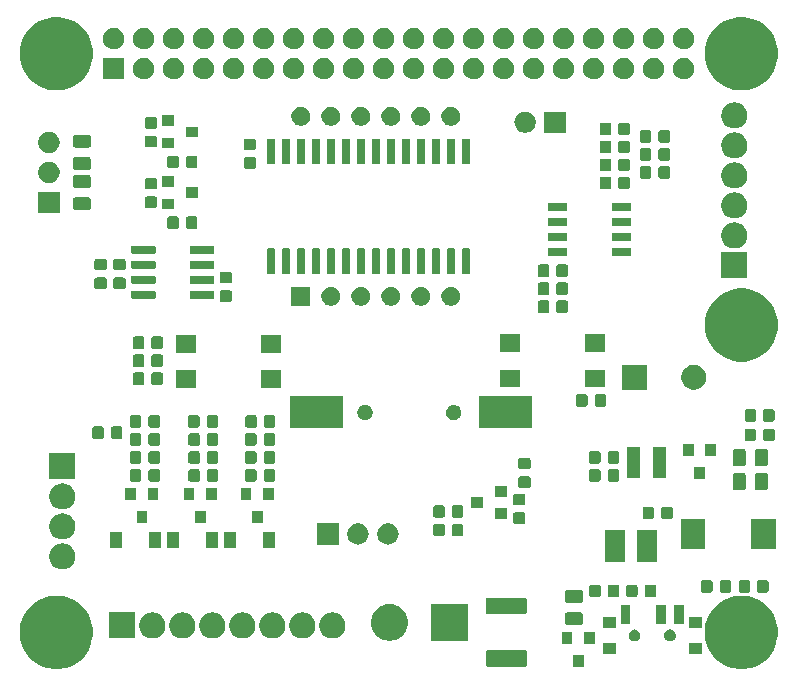
<source format=gts>
G04 #@! TF.GenerationSoftware,KiCad,Pcbnew,(5.1.5)-3*
G04 #@! TF.CreationDate,2020-04-22T10:50:02+08:00*
G04 #@! TF.ProjectId,RDMA,52444d41-2e6b-4696-9361-645f70636258,1.0*
G04 #@! TF.SameCoordinates,Original*
G04 #@! TF.FileFunction,Soldermask,Top*
G04 #@! TF.FilePolarity,Negative*
%FSLAX46Y46*%
G04 Gerber Fmt 4.6, Leading zero omitted, Abs format (unit mm)*
G04 Created by KiCad (PCBNEW (5.1.5)-3) date 2020-04-22 10:50:02*
%MOMM*%
%LPD*%
G04 APERTURE LIST*
%ADD10C,0.100000*%
G04 APERTURE END LIST*
D10*
G36*
X153813044Y-102453339D02*
G01*
X154138877Y-102518151D01*
X154703041Y-102751835D01*
X155210775Y-103091092D01*
X155642568Y-103522885D01*
X155981825Y-104030619D01*
X156215509Y-104594783D01*
X156262994Y-104833505D01*
X156334640Y-105193695D01*
X156334640Y-105804345D01*
X156295125Y-106003000D01*
X156215509Y-106403257D01*
X155981825Y-106967421D01*
X155642568Y-107475155D01*
X155210775Y-107906948D01*
X154703041Y-108246205D01*
X154138877Y-108479889D01*
X153839420Y-108539455D01*
X153539965Y-108599020D01*
X152929315Y-108599020D01*
X152629860Y-108539455D01*
X152330403Y-108479889D01*
X151766239Y-108246205D01*
X151258505Y-107906948D01*
X150826712Y-107475155D01*
X150487455Y-106967421D01*
X150253771Y-106403257D01*
X150174155Y-106003000D01*
X150134640Y-105804345D01*
X150134640Y-105205999D01*
X150132238Y-105181613D01*
X150127045Y-105164494D01*
X150131932Y-105158539D01*
X150143483Y-105136928D01*
X150150596Y-105113479D01*
X150206286Y-104833505D01*
X150253771Y-104594783D01*
X150487455Y-104030619D01*
X150826712Y-103522885D01*
X151258505Y-103091092D01*
X151766239Y-102751835D01*
X152330403Y-102518151D01*
X152656236Y-102453339D01*
X152929315Y-102399020D01*
X153539965Y-102399020D01*
X153813044Y-102453339D01*
G37*
G36*
X95813044Y-102453339D02*
G01*
X96138877Y-102518151D01*
X96703041Y-102751835D01*
X97210775Y-103091092D01*
X97642568Y-103522885D01*
X97981825Y-104030619D01*
X98215509Y-104594783D01*
X98262994Y-104833505D01*
X98334640Y-105193695D01*
X98334640Y-105804345D01*
X98295125Y-106003000D01*
X98215509Y-106403257D01*
X97981825Y-106967421D01*
X97642568Y-107475155D01*
X97210775Y-107906948D01*
X96703041Y-108246205D01*
X96138877Y-108479889D01*
X95839420Y-108539455D01*
X95539965Y-108599020D01*
X94929315Y-108599020D01*
X94629860Y-108539455D01*
X94330403Y-108479889D01*
X93766239Y-108246205D01*
X93258505Y-107906948D01*
X92826712Y-107475155D01*
X92487455Y-106967421D01*
X92253771Y-106403257D01*
X92174155Y-106003000D01*
X92134640Y-105804345D01*
X92134640Y-105193695D01*
X92206286Y-104833505D01*
X92253771Y-104594783D01*
X92487455Y-104030619D01*
X92826712Y-103522885D01*
X93258505Y-103091092D01*
X93766239Y-102751835D01*
X94330403Y-102518151D01*
X94656236Y-102453339D01*
X94929315Y-102399020D01*
X95539965Y-102399020D01*
X95813044Y-102453339D01*
G37*
G36*
X139897000Y-108435000D02*
G01*
X138995000Y-108435000D01*
X138995000Y-107433000D01*
X139897000Y-107433000D01*
X139897000Y-108435000D01*
G37*
G36*
X134945781Y-106999295D02*
G01*
X134981816Y-107010227D01*
X135015024Y-107027977D01*
X135044134Y-107051866D01*
X135068023Y-107080976D01*
X135085773Y-107114184D01*
X135096705Y-107150219D01*
X135101000Y-107193831D01*
X135101000Y-108198169D01*
X135096705Y-108241781D01*
X135085773Y-108277816D01*
X135068023Y-108311024D01*
X135044134Y-108340134D01*
X135015024Y-108364023D01*
X134981816Y-108381773D01*
X134945781Y-108392705D01*
X134902169Y-108397000D01*
X131797831Y-108397000D01*
X131754219Y-108392705D01*
X131718184Y-108381773D01*
X131684976Y-108364023D01*
X131655866Y-108340134D01*
X131631977Y-108311024D01*
X131614227Y-108277816D01*
X131603295Y-108241781D01*
X131599000Y-108198169D01*
X131599000Y-107193831D01*
X131603295Y-107150219D01*
X131614227Y-107114184D01*
X131631977Y-107080976D01*
X131655866Y-107051866D01*
X131684976Y-107027977D01*
X131718184Y-107010227D01*
X131754219Y-106999295D01*
X131797831Y-106995000D01*
X134902169Y-106995000D01*
X134945781Y-106999295D01*
G37*
G36*
X149903000Y-107291000D02*
G01*
X148801000Y-107291000D01*
X148801000Y-106389000D01*
X149903000Y-106389000D01*
X149903000Y-107291000D01*
G37*
G36*
X142603000Y-107291000D02*
G01*
X141501000Y-107291000D01*
X141501000Y-106389000D01*
X142603000Y-106389000D01*
X142603000Y-107291000D01*
G37*
G36*
X140847000Y-106435000D02*
G01*
X139945000Y-106435000D01*
X139945000Y-105433000D01*
X140847000Y-105433000D01*
X140847000Y-106435000D01*
G37*
G36*
X138947000Y-106435000D02*
G01*
X138045000Y-106435000D01*
X138045000Y-105433000D01*
X138947000Y-105433000D01*
X138947000Y-106435000D01*
G37*
G36*
X144299740Y-105248627D02*
G01*
X144348136Y-105258253D01*
X144385902Y-105273896D01*
X144439311Y-105296019D01*
X144439312Y-105296020D01*
X144521369Y-105350848D01*
X144591152Y-105420631D01*
X144618752Y-105461938D01*
X144645981Y-105502689D01*
X144668104Y-105556098D01*
X144683747Y-105593864D01*
X144692268Y-105636704D01*
X144703000Y-105690655D01*
X144703000Y-105789345D01*
X144683747Y-105886135D01*
X144645981Y-105977311D01*
X144645980Y-105977312D01*
X144591152Y-106059369D01*
X144521369Y-106129152D01*
X144480062Y-106156752D01*
X144439311Y-106183981D01*
X144385902Y-106206104D01*
X144348136Y-106221747D01*
X144299740Y-106231374D01*
X144251345Y-106241000D01*
X144152655Y-106241000D01*
X144104260Y-106231373D01*
X144055864Y-106221747D01*
X144018098Y-106206104D01*
X143964689Y-106183981D01*
X143923938Y-106156752D01*
X143882631Y-106129152D01*
X143812848Y-106059369D01*
X143758020Y-105977312D01*
X143758019Y-105977311D01*
X143720253Y-105886135D01*
X143701000Y-105789345D01*
X143701000Y-105690655D01*
X143711732Y-105636704D01*
X143720253Y-105593864D01*
X143735896Y-105556098D01*
X143758019Y-105502689D01*
X143785248Y-105461938D01*
X143812848Y-105420631D01*
X143882631Y-105350848D01*
X143964688Y-105296020D01*
X143964689Y-105296019D01*
X144018098Y-105273896D01*
X144055864Y-105258253D01*
X144104260Y-105248626D01*
X144152655Y-105239000D01*
X144251345Y-105239000D01*
X144299740Y-105248627D01*
G37*
G36*
X147299740Y-105248627D02*
G01*
X147348136Y-105258253D01*
X147385902Y-105273896D01*
X147439311Y-105296019D01*
X147439312Y-105296020D01*
X147521369Y-105350848D01*
X147591152Y-105420631D01*
X147618752Y-105461938D01*
X147645981Y-105502689D01*
X147668104Y-105556098D01*
X147683747Y-105593864D01*
X147692268Y-105636704D01*
X147703000Y-105690655D01*
X147703000Y-105789345D01*
X147683747Y-105886135D01*
X147645981Y-105977311D01*
X147645980Y-105977312D01*
X147591152Y-106059369D01*
X147521369Y-106129152D01*
X147480062Y-106156752D01*
X147439311Y-106183981D01*
X147385902Y-106206104D01*
X147348136Y-106221747D01*
X147299740Y-106231374D01*
X147251345Y-106241000D01*
X147152655Y-106241000D01*
X147104260Y-106231373D01*
X147055864Y-106221747D01*
X147018098Y-106206104D01*
X146964689Y-106183981D01*
X146923938Y-106156752D01*
X146882631Y-106129152D01*
X146812848Y-106059369D01*
X146758020Y-105977312D01*
X146758019Y-105977311D01*
X146720253Y-105886135D01*
X146701000Y-105789345D01*
X146701000Y-105690655D01*
X146711732Y-105636704D01*
X146720253Y-105593864D01*
X146735896Y-105556098D01*
X146758019Y-105502689D01*
X146785248Y-105461938D01*
X146812848Y-105420631D01*
X146882631Y-105350848D01*
X146964688Y-105296020D01*
X146964689Y-105296019D01*
X147018098Y-105273896D01*
X147055864Y-105258253D01*
X147104260Y-105248626D01*
X147152655Y-105239000D01*
X147251345Y-105239000D01*
X147299740Y-105248627D01*
G37*
G36*
X130075000Y-106199000D02*
G01*
X126973000Y-106199000D01*
X126973000Y-103097000D01*
X130075000Y-103097000D01*
X130075000Y-106199000D01*
G37*
G36*
X123746585Y-103126802D02*
G01*
X123896410Y-103156604D01*
X124178674Y-103273521D01*
X124432705Y-103443259D01*
X124648741Y-103659295D01*
X124818479Y-103913326D01*
X124928524Y-104179000D01*
X124935396Y-104195591D01*
X124995000Y-104495239D01*
X124995000Y-104800761D01*
X124985439Y-104848826D01*
X124935396Y-105100410D01*
X124818479Y-105382674D01*
X124648741Y-105636705D01*
X124432705Y-105852741D01*
X124178674Y-106022479D01*
X123896410Y-106139396D01*
X123746585Y-106169198D01*
X123596761Y-106199000D01*
X123291239Y-106199000D01*
X123141415Y-106169198D01*
X122991590Y-106139396D01*
X122709326Y-106022479D01*
X122455295Y-105852741D01*
X122239259Y-105636705D01*
X122069521Y-105382674D01*
X121952604Y-105100410D01*
X121902561Y-104848826D01*
X121893000Y-104800761D01*
X121893000Y-104495239D01*
X121952604Y-104195591D01*
X121959476Y-104179000D01*
X122069521Y-103913326D01*
X122239259Y-103659295D01*
X122455295Y-103443259D01*
X122709326Y-103273521D01*
X122991590Y-103156604D01*
X123141415Y-103126802D01*
X123291239Y-103097000D01*
X123596761Y-103097000D01*
X123746585Y-103126802D01*
G37*
G36*
X101939000Y-106003000D02*
G01*
X99737000Y-106003000D01*
X99737000Y-103801000D01*
X101939000Y-103801000D01*
X101939000Y-106003000D01*
G37*
G36*
X108623479Y-103812346D02*
G01*
X108779150Y-103843311D01*
X108879334Y-103884809D01*
X108979520Y-103926307D01*
X109159844Y-104046795D01*
X109313205Y-104200156D01*
X109433693Y-104380480D01*
X109516689Y-104580851D01*
X109559000Y-104793560D01*
X109559000Y-105010440D01*
X109541104Y-105100409D01*
X109516689Y-105223150D01*
X109486505Y-105296020D01*
X109433693Y-105423520D01*
X109313205Y-105603844D01*
X109159844Y-105757205D01*
X108979520Y-105877693D01*
X108779150Y-105960689D01*
X108695586Y-105977311D01*
X108566440Y-106003000D01*
X108349560Y-106003000D01*
X108220414Y-105977311D01*
X108136850Y-105960689D01*
X107936480Y-105877693D01*
X107756156Y-105757205D01*
X107602795Y-105603844D01*
X107482307Y-105423520D01*
X107429495Y-105296020D01*
X107399311Y-105223150D01*
X107374896Y-105100409D01*
X107357000Y-105010440D01*
X107357000Y-104793560D01*
X107399311Y-104580851D01*
X107482307Y-104380480D01*
X107602795Y-104200156D01*
X107756156Y-104046795D01*
X107936480Y-103926307D01*
X108036666Y-103884809D01*
X108136850Y-103843311D01*
X108292521Y-103812346D01*
X108349560Y-103801000D01*
X108566440Y-103801000D01*
X108623479Y-103812346D01*
G37*
G36*
X106083479Y-103812346D02*
G01*
X106239150Y-103843311D01*
X106339334Y-103884809D01*
X106439520Y-103926307D01*
X106619844Y-104046795D01*
X106773205Y-104200156D01*
X106893693Y-104380480D01*
X106976689Y-104580851D01*
X107019000Y-104793560D01*
X107019000Y-105010440D01*
X107001104Y-105100409D01*
X106976689Y-105223150D01*
X106946505Y-105296020D01*
X106893693Y-105423520D01*
X106773205Y-105603844D01*
X106619844Y-105757205D01*
X106439520Y-105877693D01*
X106239150Y-105960689D01*
X106155586Y-105977311D01*
X106026440Y-106003000D01*
X105809560Y-106003000D01*
X105680414Y-105977311D01*
X105596850Y-105960689D01*
X105396480Y-105877693D01*
X105216156Y-105757205D01*
X105062795Y-105603844D01*
X104942307Y-105423520D01*
X104889495Y-105296020D01*
X104859311Y-105223150D01*
X104834896Y-105100409D01*
X104817000Y-105010440D01*
X104817000Y-104793560D01*
X104859311Y-104580851D01*
X104942307Y-104380480D01*
X105062795Y-104200156D01*
X105216156Y-104046795D01*
X105396480Y-103926307D01*
X105496666Y-103884809D01*
X105596850Y-103843311D01*
X105752521Y-103812346D01*
X105809560Y-103801000D01*
X106026440Y-103801000D01*
X106083479Y-103812346D01*
G37*
G36*
X103543479Y-103812346D02*
G01*
X103699150Y-103843311D01*
X103799334Y-103884809D01*
X103899520Y-103926307D01*
X104079844Y-104046795D01*
X104233205Y-104200156D01*
X104353693Y-104380480D01*
X104436689Y-104580851D01*
X104479000Y-104793560D01*
X104479000Y-105010440D01*
X104461104Y-105100409D01*
X104436689Y-105223150D01*
X104406505Y-105296020D01*
X104353693Y-105423520D01*
X104233205Y-105603844D01*
X104079844Y-105757205D01*
X103899520Y-105877693D01*
X103699150Y-105960689D01*
X103615586Y-105977311D01*
X103486440Y-106003000D01*
X103269560Y-106003000D01*
X103140414Y-105977311D01*
X103056850Y-105960689D01*
X102856480Y-105877693D01*
X102676156Y-105757205D01*
X102522795Y-105603844D01*
X102402307Y-105423520D01*
X102349495Y-105296020D01*
X102319311Y-105223150D01*
X102294896Y-105100409D01*
X102277000Y-105010440D01*
X102277000Y-104793560D01*
X102319311Y-104580851D01*
X102402307Y-104380480D01*
X102522795Y-104200156D01*
X102676156Y-104046795D01*
X102856480Y-103926307D01*
X102956666Y-103884809D01*
X103056850Y-103843311D01*
X103212521Y-103812346D01*
X103269560Y-103801000D01*
X103486440Y-103801000D01*
X103543479Y-103812346D01*
G37*
G36*
X111163479Y-103812346D02*
G01*
X111319150Y-103843311D01*
X111419334Y-103884809D01*
X111519520Y-103926307D01*
X111699844Y-104046795D01*
X111853205Y-104200156D01*
X111973693Y-104380480D01*
X112056689Y-104580851D01*
X112099000Y-104793560D01*
X112099000Y-105010440D01*
X112081104Y-105100409D01*
X112056689Y-105223150D01*
X112026505Y-105296020D01*
X111973693Y-105423520D01*
X111853205Y-105603844D01*
X111699844Y-105757205D01*
X111519520Y-105877693D01*
X111319150Y-105960689D01*
X111235586Y-105977311D01*
X111106440Y-106003000D01*
X110889560Y-106003000D01*
X110760414Y-105977311D01*
X110676850Y-105960689D01*
X110476480Y-105877693D01*
X110296156Y-105757205D01*
X110142795Y-105603844D01*
X110022307Y-105423520D01*
X109969495Y-105296020D01*
X109939311Y-105223150D01*
X109914896Y-105100409D01*
X109897000Y-105010440D01*
X109897000Y-104793560D01*
X109939311Y-104580851D01*
X110022307Y-104380480D01*
X110142795Y-104200156D01*
X110296156Y-104046795D01*
X110476480Y-103926307D01*
X110576666Y-103884809D01*
X110676850Y-103843311D01*
X110832521Y-103812346D01*
X110889560Y-103801000D01*
X111106440Y-103801000D01*
X111163479Y-103812346D01*
G37*
G36*
X113703479Y-103812346D02*
G01*
X113859150Y-103843311D01*
X113959334Y-103884809D01*
X114059520Y-103926307D01*
X114239844Y-104046795D01*
X114393205Y-104200156D01*
X114513693Y-104380480D01*
X114596689Y-104580851D01*
X114639000Y-104793560D01*
X114639000Y-105010440D01*
X114621104Y-105100409D01*
X114596689Y-105223150D01*
X114566505Y-105296020D01*
X114513693Y-105423520D01*
X114393205Y-105603844D01*
X114239844Y-105757205D01*
X114059520Y-105877693D01*
X113859150Y-105960689D01*
X113775586Y-105977311D01*
X113646440Y-106003000D01*
X113429560Y-106003000D01*
X113300414Y-105977311D01*
X113216850Y-105960689D01*
X113016480Y-105877693D01*
X112836156Y-105757205D01*
X112682795Y-105603844D01*
X112562307Y-105423520D01*
X112509495Y-105296020D01*
X112479311Y-105223150D01*
X112454896Y-105100409D01*
X112437000Y-105010440D01*
X112437000Y-104793560D01*
X112479311Y-104580851D01*
X112562307Y-104380480D01*
X112682795Y-104200156D01*
X112836156Y-104046795D01*
X113016480Y-103926307D01*
X113116666Y-103884809D01*
X113216850Y-103843311D01*
X113372521Y-103812346D01*
X113429560Y-103801000D01*
X113646440Y-103801000D01*
X113703479Y-103812346D01*
G37*
G36*
X116243479Y-103812346D02*
G01*
X116399150Y-103843311D01*
X116499334Y-103884809D01*
X116599520Y-103926307D01*
X116779844Y-104046795D01*
X116933205Y-104200156D01*
X117053693Y-104380480D01*
X117136689Y-104580851D01*
X117179000Y-104793560D01*
X117179000Y-105010440D01*
X117161104Y-105100409D01*
X117136689Y-105223150D01*
X117106505Y-105296020D01*
X117053693Y-105423520D01*
X116933205Y-105603844D01*
X116779844Y-105757205D01*
X116599520Y-105877693D01*
X116399150Y-105960689D01*
X116315586Y-105977311D01*
X116186440Y-106003000D01*
X115969560Y-106003000D01*
X115840414Y-105977311D01*
X115756850Y-105960689D01*
X115556480Y-105877693D01*
X115376156Y-105757205D01*
X115222795Y-105603844D01*
X115102307Y-105423520D01*
X115049495Y-105296020D01*
X115019311Y-105223150D01*
X114994896Y-105100409D01*
X114977000Y-105010440D01*
X114977000Y-104793560D01*
X115019311Y-104580851D01*
X115102307Y-104380480D01*
X115222795Y-104200156D01*
X115376156Y-104046795D01*
X115556480Y-103926307D01*
X115656666Y-103884809D01*
X115756850Y-103843311D01*
X115912521Y-103812346D01*
X115969560Y-103801000D01*
X116186440Y-103801000D01*
X116243479Y-103812346D01*
G37*
G36*
X118783479Y-103812346D02*
G01*
X118939150Y-103843311D01*
X119039334Y-103884809D01*
X119139520Y-103926307D01*
X119319844Y-104046795D01*
X119473205Y-104200156D01*
X119593693Y-104380480D01*
X119676689Y-104580851D01*
X119719000Y-104793560D01*
X119719000Y-105010440D01*
X119701104Y-105100409D01*
X119676689Y-105223150D01*
X119646505Y-105296020D01*
X119593693Y-105423520D01*
X119473205Y-105603844D01*
X119319844Y-105757205D01*
X119139520Y-105877693D01*
X118939150Y-105960689D01*
X118855586Y-105977311D01*
X118726440Y-106003000D01*
X118509560Y-106003000D01*
X118380414Y-105977311D01*
X118296850Y-105960689D01*
X118096480Y-105877693D01*
X117916156Y-105757205D01*
X117762795Y-105603844D01*
X117642307Y-105423520D01*
X117589495Y-105296020D01*
X117559311Y-105223150D01*
X117534896Y-105100409D01*
X117517000Y-105010440D01*
X117517000Y-104793560D01*
X117559311Y-104580851D01*
X117642307Y-104380480D01*
X117762795Y-104200156D01*
X117916156Y-104046795D01*
X118096480Y-103926307D01*
X118196666Y-103884809D01*
X118296850Y-103843311D01*
X118452521Y-103812346D01*
X118509560Y-103801000D01*
X118726440Y-103801000D01*
X118783479Y-103812346D01*
G37*
G36*
X149903000Y-105081000D02*
G01*
X148801000Y-105081000D01*
X148801000Y-104179000D01*
X149903000Y-104179000D01*
X149903000Y-105081000D01*
G37*
G36*
X142603000Y-105081000D02*
G01*
X141501000Y-105081000D01*
X141501000Y-104179000D01*
X142603000Y-104179000D01*
X142603000Y-105081000D01*
G37*
G36*
X139649468Y-103781565D02*
G01*
X139688138Y-103793296D01*
X139723777Y-103812346D01*
X139755017Y-103837983D01*
X139780654Y-103869223D01*
X139799704Y-103904862D01*
X139811435Y-103943532D01*
X139816000Y-103989888D01*
X139816000Y-104641112D01*
X139811435Y-104687468D01*
X139799704Y-104726138D01*
X139780654Y-104761777D01*
X139755017Y-104793017D01*
X139723777Y-104818654D01*
X139688138Y-104837704D01*
X139649468Y-104849435D01*
X139603112Y-104854000D01*
X138526888Y-104854000D01*
X138480532Y-104849435D01*
X138441862Y-104837704D01*
X138406223Y-104818654D01*
X138374983Y-104793017D01*
X138349346Y-104761777D01*
X138330296Y-104726138D01*
X138318565Y-104687468D01*
X138314000Y-104641112D01*
X138314000Y-103989888D01*
X138318565Y-103943532D01*
X138330296Y-103904862D01*
X138349346Y-103869223D01*
X138374983Y-103837983D01*
X138406223Y-103812346D01*
X138441862Y-103793296D01*
X138480532Y-103781565D01*
X138526888Y-103777000D01*
X139603112Y-103777000D01*
X139649468Y-103781565D01*
G37*
G36*
X148353000Y-104781000D02*
G01*
X147551000Y-104781000D01*
X147551000Y-103179000D01*
X148353000Y-103179000D01*
X148353000Y-104781000D01*
G37*
G36*
X146853000Y-104781000D02*
G01*
X146051000Y-104781000D01*
X146051000Y-103179000D01*
X146853000Y-103179000D01*
X146853000Y-104781000D01*
G37*
G36*
X143853000Y-104781000D02*
G01*
X143051000Y-104781000D01*
X143051000Y-103179000D01*
X143853000Y-103179000D01*
X143853000Y-104781000D01*
G37*
G36*
X134945781Y-102549295D02*
G01*
X134981816Y-102560227D01*
X135015024Y-102577977D01*
X135044134Y-102601866D01*
X135068023Y-102630976D01*
X135085773Y-102664184D01*
X135096705Y-102700219D01*
X135101000Y-102743831D01*
X135101000Y-103748169D01*
X135096705Y-103791781D01*
X135085773Y-103827816D01*
X135068023Y-103861024D01*
X135044134Y-103890134D01*
X135015024Y-103914023D01*
X134981816Y-103931773D01*
X134945781Y-103942705D01*
X134902169Y-103947000D01*
X131797831Y-103947000D01*
X131754219Y-103942705D01*
X131718184Y-103931773D01*
X131684976Y-103914023D01*
X131655866Y-103890134D01*
X131631977Y-103861024D01*
X131614227Y-103827816D01*
X131603295Y-103791781D01*
X131599000Y-103748169D01*
X131599000Y-102743831D01*
X131603295Y-102700219D01*
X131614227Y-102664184D01*
X131631977Y-102630976D01*
X131655866Y-102601866D01*
X131684976Y-102577977D01*
X131718184Y-102560227D01*
X131754219Y-102549295D01*
X131797831Y-102545000D01*
X134902169Y-102545000D01*
X134945781Y-102549295D01*
G37*
G36*
X139649468Y-101906565D02*
G01*
X139688138Y-101918296D01*
X139723777Y-101937346D01*
X139755017Y-101962983D01*
X139780654Y-101994223D01*
X139799704Y-102029862D01*
X139811435Y-102068532D01*
X139816000Y-102114888D01*
X139816000Y-102766112D01*
X139811435Y-102812468D01*
X139799704Y-102851138D01*
X139780654Y-102886777D01*
X139755017Y-102918017D01*
X139723777Y-102943654D01*
X139688138Y-102962704D01*
X139649468Y-102974435D01*
X139603112Y-102979000D01*
X138526888Y-102979000D01*
X138480532Y-102974435D01*
X138441862Y-102962704D01*
X138406223Y-102943654D01*
X138374983Y-102918017D01*
X138349346Y-102886777D01*
X138330296Y-102851138D01*
X138318565Y-102812468D01*
X138314000Y-102766112D01*
X138314000Y-102114888D01*
X138318565Y-102068532D01*
X138330296Y-102029862D01*
X138349346Y-101994223D01*
X138374983Y-101962983D01*
X138406223Y-101937346D01*
X138441862Y-101918296D01*
X138480532Y-101906565D01*
X138526888Y-101902000D01*
X139603112Y-101902000D01*
X139649468Y-101906565D01*
G37*
G36*
X144309091Y-101459085D02*
G01*
X144343069Y-101469393D01*
X144374390Y-101486134D01*
X144401839Y-101508661D01*
X144424366Y-101536110D01*
X144441107Y-101567431D01*
X144451415Y-101601409D01*
X144455500Y-101642890D01*
X144455500Y-102319110D01*
X144451415Y-102360591D01*
X144441107Y-102394569D01*
X144424366Y-102425890D01*
X144401839Y-102453339D01*
X144374390Y-102475866D01*
X144343069Y-102492607D01*
X144309091Y-102502915D01*
X144267610Y-102507000D01*
X143666390Y-102507000D01*
X143624909Y-102502915D01*
X143590931Y-102492607D01*
X143559610Y-102475866D01*
X143532161Y-102453339D01*
X143509634Y-102425890D01*
X143492893Y-102394569D01*
X143482585Y-102360591D01*
X143478500Y-102319110D01*
X143478500Y-101642890D01*
X143482585Y-101601409D01*
X143492893Y-101567431D01*
X143509634Y-101536110D01*
X143532161Y-101508661D01*
X143559610Y-101486134D01*
X143590931Y-101469393D01*
X143624909Y-101459085D01*
X143666390Y-101455000D01*
X144267610Y-101455000D01*
X144309091Y-101459085D01*
G37*
G36*
X142760091Y-101459085D02*
G01*
X142794069Y-101469393D01*
X142825390Y-101486134D01*
X142852839Y-101508661D01*
X142875366Y-101536110D01*
X142892107Y-101567431D01*
X142902415Y-101601409D01*
X142906500Y-101642890D01*
X142906500Y-102319110D01*
X142902415Y-102360591D01*
X142892107Y-102394569D01*
X142875366Y-102425890D01*
X142852839Y-102453339D01*
X142825390Y-102475866D01*
X142794069Y-102492607D01*
X142760091Y-102502915D01*
X142718610Y-102507000D01*
X142117390Y-102507000D01*
X142075909Y-102502915D01*
X142041931Y-102492607D01*
X142010610Y-102475866D01*
X141983161Y-102453339D01*
X141960634Y-102425890D01*
X141943893Y-102394569D01*
X141933585Y-102360591D01*
X141929500Y-102319110D01*
X141929500Y-101642890D01*
X141933585Y-101601409D01*
X141943893Y-101567431D01*
X141960634Y-101536110D01*
X141983161Y-101508661D01*
X142010610Y-101486134D01*
X142041931Y-101469393D01*
X142075909Y-101459085D01*
X142117390Y-101455000D01*
X142718610Y-101455000D01*
X142760091Y-101459085D01*
G37*
G36*
X141185091Y-101459085D02*
G01*
X141219069Y-101469393D01*
X141250390Y-101486134D01*
X141277839Y-101508661D01*
X141300366Y-101536110D01*
X141317107Y-101567431D01*
X141327415Y-101601409D01*
X141331500Y-101642890D01*
X141331500Y-102319110D01*
X141327415Y-102360591D01*
X141317107Y-102394569D01*
X141300366Y-102425890D01*
X141277839Y-102453339D01*
X141250390Y-102475866D01*
X141219069Y-102492607D01*
X141185091Y-102502915D01*
X141143610Y-102507000D01*
X140542390Y-102507000D01*
X140500909Y-102502915D01*
X140466931Y-102492607D01*
X140435610Y-102475866D01*
X140408161Y-102453339D01*
X140385634Y-102425890D01*
X140368893Y-102394569D01*
X140358585Y-102360591D01*
X140354500Y-102319110D01*
X140354500Y-101642890D01*
X140358585Y-101601409D01*
X140368893Y-101567431D01*
X140385634Y-101536110D01*
X140408161Y-101508661D01*
X140435610Y-101486134D01*
X140466931Y-101469393D01*
X140500909Y-101459085D01*
X140542390Y-101455000D01*
X141143610Y-101455000D01*
X141185091Y-101459085D01*
G37*
G36*
X145884091Y-101459085D02*
G01*
X145918069Y-101469393D01*
X145949390Y-101486134D01*
X145976839Y-101508661D01*
X145999366Y-101536110D01*
X146016107Y-101567431D01*
X146026415Y-101601409D01*
X146030500Y-101642890D01*
X146030500Y-102319110D01*
X146026415Y-102360591D01*
X146016107Y-102394569D01*
X145999366Y-102425890D01*
X145976839Y-102453339D01*
X145949390Y-102475866D01*
X145918069Y-102492607D01*
X145884091Y-102502915D01*
X145842610Y-102507000D01*
X145241390Y-102507000D01*
X145199909Y-102502915D01*
X145165931Y-102492607D01*
X145134610Y-102475866D01*
X145107161Y-102453339D01*
X145084634Y-102425890D01*
X145067893Y-102394569D01*
X145057585Y-102360591D01*
X145053500Y-102319110D01*
X145053500Y-101642890D01*
X145057585Y-101601409D01*
X145067893Y-101567431D01*
X145084634Y-101536110D01*
X145107161Y-101508661D01*
X145134610Y-101486134D01*
X145165931Y-101469393D01*
X145199909Y-101459085D01*
X145241390Y-101455000D01*
X145842610Y-101455000D01*
X145884091Y-101459085D01*
G37*
G36*
X152234091Y-101078085D02*
G01*
X152268069Y-101088393D01*
X152299390Y-101105134D01*
X152326839Y-101127661D01*
X152349366Y-101155110D01*
X152366107Y-101186431D01*
X152376415Y-101220409D01*
X152380500Y-101261890D01*
X152380500Y-101938110D01*
X152376415Y-101979591D01*
X152366107Y-102013569D01*
X152349366Y-102044890D01*
X152326839Y-102072339D01*
X152299390Y-102094866D01*
X152268069Y-102111607D01*
X152234091Y-102121915D01*
X152192610Y-102126000D01*
X151591390Y-102126000D01*
X151549909Y-102121915D01*
X151515931Y-102111607D01*
X151484610Y-102094866D01*
X151457161Y-102072339D01*
X151434634Y-102044890D01*
X151417893Y-102013569D01*
X151407585Y-101979591D01*
X151403500Y-101938110D01*
X151403500Y-101261890D01*
X151407585Y-101220409D01*
X151417893Y-101186431D01*
X151434634Y-101155110D01*
X151457161Y-101127661D01*
X151484610Y-101105134D01*
X151515931Y-101088393D01*
X151549909Y-101078085D01*
X151591390Y-101074000D01*
X152192610Y-101074000D01*
X152234091Y-101078085D01*
G37*
G36*
X150659091Y-101078085D02*
G01*
X150693069Y-101088393D01*
X150724390Y-101105134D01*
X150751839Y-101127661D01*
X150774366Y-101155110D01*
X150791107Y-101186431D01*
X150801415Y-101220409D01*
X150805500Y-101261890D01*
X150805500Y-101938110D01*
X150801415Y-101979591D01*
X150791107Y-102013569D01*
X150774366Y-102044890D01*
X150751839Y-102072339D01*
X150724390Y-102094866D01*
X150693069Y-102111607D01*
X150659091Y-102121915D01*
X150617610Y-102126000D01*
X150016390Y-102126000D01*
X149974909Y-102121915D01*
X149940931Y-102111607D01*
X149909610Y-102094866D01*
X149882161Y-102072339D01*
X149859634Y-102044890D01*
X149842893Y-102013569D01*
X149832585Y-101979591D01*
X149828500Y-101938110D01*
X149828500Y-101261890D01*
X149832585Y-101220409D01*
X149842893Y-101186431D01*
X149859634Y-101155110D01*
X149882161Y-101127661D01*
X149909610Y-101105134D01*
X149940931Y-101088393D01*
X149974909Y-101078085D01*
X150016390Y-101074000D01*
X150617610Y-101074000D01*
X150659091Y-101078085D01*
G37*
G36*
X153834091Y-101078085D02*
G01*
X153868069Y-101088393D01*
X153899390Y-101105134D01*
X153926839Y-101127661D01*
X153949366Y-101155110D01*
X153966107Y-101186431D01*
X153976415Y-101220409D01*
X153980500Y-101261890D01*
X153980500Y-101938110D01*
X153976415Y-101979591D01*
X153966107Y-102013569D01*
X153949366Y-102044890D01*
X153926839Y-102072339D01*
X153899390Y-102094866D01*
X153868069Y-102111607D01*
X153834091Y-102121915D01*
X153792610Y-102126000D01*
X153191390Y-102126000D01*
X153149909Y-102121915D01*
X153115931Y-102111607D01*
X153084610Y-102094866D01*
X153057161Y-102072339D01*
X153034634Y-102044890D01*
X153017893Y-102013569D01*
X153007585Y-101979591D01*
X153003500Y-101938110D01*
X153003500Y-101261890D01*
X153007585Y-101220409D01*
X153017893Y-101186431D01*
X153034634Y-101155110D01*
X153057161Y-101127661D01*
X153084610Y-101105134D01*
X153115931Y-101088393D01*
X153149909Y-101078085D01*
X153191390Y-101074000D01*
X153792610Y-101074000D01*
X153834091Y-101078085D01*
G37*
G36*
X155409091Y-101078085D02*
G01*
X155443069Y-101088393D01*
X155474390Y-101105134D01*
X155501839Y-101127661D01*
X155524366Y-101155110D01*
X155541107Y-101186431D01*
X155551415Y-101220409D01*
X155555500Y-101261890D01*
X155555500Y-101938110D01*
X155551415Y-101979591D01*
X155541107Y-102013569D01*
X155524366Y-102044890D01*
X155501839Y-102072339D01*
X155474390Y-102094866D01*
X155443069Y-102111607D01*
X155409091Y-102121915D01*
X155367610Y-102126000D01*
X154766390Y-102126000D01*
X154724909Y-102121915D01*
X154690931Y-102111607D01*
X154659610Y-102094866D01*
X154632161Y-102072339D01*
X154609634Y-102044890D01*
X154592893Y-102013569D01*
X154582585Y-101979591D01*
X154578500Y-101938110D01*
X154578500Y-101261890D01*
X154582585Y-101220409D01*
X154592893Y-101186431D01*
X154609634Y-101155110D01*
X154632161Y-101127661D01*
X154659610Y-101105134D01*
X154690931Y-101088393D01*
X154724909Y-101078085D01*
X154766390Y-101074000D01*
X155367610Y-101074000D01*
X155409091Y-101078085D01*
G37*
G36*
X95972794Y-97980155D02*
G01*
X96079150Y-98001311D01*
X96179334Y-98042809D01*
X96279520Y-98084307D01*
X96459844Y-98204795D01*
X96613205Y-98358156D01*
X96733693Y-98538480D01*
X96816689Y-98738851D01*
X96859000Y-98951560D01*
X96859000Y-99168440D01*
X96816689Y-99381149D01*
X96733693Y-99581520D01*
X96613205Y-99761844D01*
X96459844Y-99915205D01*
X96279520Y-100035693D01*
X96179334Y-100077191D01*
X96079150Y-100118689D01*
X95972794Y-100139845D01*
X95866440Y-100161000D01*
X95649560Y-100161000D01*
X95543206Y-100139845D01*
X95436850Y-100118689D01*
X95336666Y-100077191D01*
X95236480Y-100035693D01*
X95056156Y-99915205D01*
X94902795Y-99761844D01*
X94782307Y-99581520D01*
X94699311Y-99381149D01*
X94657000Y-99168440D01*
X94657000Y-98951560D01*
X94699311Y-98738851D01*
X94782307Y-98538480D01*
X94902795Y-98358156D01*
X95056156Y-98204795D01*
X95236480Y-98084307D01*
X95336666Y-98042809D01*
X95436850Y-98001311D01*
X95543206Y-97980155D01*
X95649560Y-97959000D01*
X95866440Y-97959000D01*
X95972794Y-97980155D01*
G37*
G36*
X143372000Y-99497000D02*
G01*
X141710000Y-99497000D01*
X141710000Y-96845000D01*
X143372000Y-96845000D01*
X143372000Y-99497000D01*
G37*
G36*
X146072000Y-99497000D02*
G01*
X144410000Y-99497000D01*
X144410000Y-96845000D01*
X146072000Y-96845000D01*
X146072000Y-99497000D01*
G37*
G36*
X150197000Y-98406000D02*
G01*
X148095000Y-98406000D01*
X148095000Y-95904000D01*
X150197000Y-95904000D01*
X150197000Y-98406000D01*
G37*
G36*
X156197000Y-98406000D02*
G01*
X154095000Y-98406000D01*
X154095000Y-95904000D01*
X156197000Y-95904000D01*
X156197000Y-98406000D01*
G37*
G36*
X104132000Y-98314000D02*
G01*
X103130000Y-98314000D01*
X103130000Y-97012000D01*
X104132000Y-97012000D01*
X104132000Y-98314000D01*
G37*
G36*
X100832000Y-98314000D02*
G01*
X99830000Y-98314000D01*
X99830000Y-97012000D01*
X100832000Y-97012000D01*
X100832000Y-98314000D01*
G37*
G36*
X105658000Y-98314000D02*
G01*
X104656000Y-98314000D01*
X104656000Y-97012000D01*
X105658000Y-97012000D01*
X105658000Y-98314000D01*
G37*
G36*
X113784000Y-98314000D02*
G01*
X112782000Y-98314000D01*
X112782000Y-97012000D01*
X113784000Y-97012000D01*
X113784000Y-98314000D01*
G37*
G36*
X110484000Y-98314000D02*
G01*
X109482000Y-98314000D01*
X109482000Y-97012000D01*
X110484000Y-97012000D01*
X110484000Y-98314000D01*
G37*
G36*
X108958000Y-98314000D02*
G01*
X107956000Y-98314000D01*
X107956000Y-97012000D01*
X108958000Y-97012000D01*
X108958000Y-98314000D01*
G37*
G36*
X123430512Y-96258927D02*
G01*
X123579812Y-96288624D01*
X123743784Y-96356544D01*
X123891354Y-96455147D01*
X124016853Y-96580646D01*
X124115456Y-96728216D01*
X124183376Y-96892188D01*
X124207207Y-97012000D01*
X124218000Y-97066258D01*
X124218000Y-97243742D01*
X124215771Y-97254948D01*
X124183376Y-97417812D01*
X124115456Y-97581784D01*
X124016853Y-97729354D01*
X123891354Y-97854853D01*
X123743784Y-97953456D01*
X123579812Y-98021376D01*
X123430512Y-98051073D01*
X123405742Y-98056000D01*
X123228258Y-98056000D01*
X123203488Y-98051073D01*
X123054188Y-98021376D01*
X122890216Y-97953456D01*
X122742646Y-97854853D01*
X122617147Y-97729354D01*
X122518544Y-97581784D01*
X122450624Y-97417812D01*
X122418229Y-97254948D01*
X122416000Y-97243742D01*
X122416000Y-97066258D01*
X122426793Y-97012000D01*
X122450624Y-96892188D01*
X122518544Y-96728216D01*
X122617147Y-96580646D01*
X122742646Y-96455147D01*
X122890216Y-96356544D01*
X123054188Y-96288624D01*
X123203488Y-96258927D01*
X123228258Y-96254000D01*
X123405742Y-96254000D01*
X123430512Y-96258927D01*
G37*
G36*
X119138000Y-98056000D02*
G01*
X117336000Y-98056000D01*
X117336000Y-96254000D01*
X119138000Y-96254000D01*
X119138000Y-98056000D01*
G37*
G36*
X120890512Y-96258927D02*
G01*
X121039812Y-96288624D01*
X121203784Y-96356544D01*
X121351354Y-96455147D01*
X121476853Y-96580646D01*
X121575456Y-96728216D01*
X121643376Y-96892188D01*
X121667207Y-97012000D01*
X121678000Y-97066258D01*
X121678000Y-97243742D01*
X121675771Y-97254948D01*
X121643376Y-97417812D01*
X121575456Y-97581784D01*
X121476853Y-97729354D01*
X121351354Y-97854853D01*
X121203784Y-97953456D01*
X121039812Y-98021376D01*
X120890512Y-98051073D01*
X120865742Y-98056000D01*
X120688258Y-98056000D01*
X120663488Y-98051073D01*
X120514188Y-98021376D01*
X120350216Y-97953456D01*
X120202646Y-97854853D01*
X120077147Y-97729354D01*
X119978544Y-97581784D01*
X119910624Y-97417812D01*
X119878229Y-97254948D01*
X119876000Y-97243742D01*
X119876000Y-97066258D01*
X119886793Y-97012000D01*
X119910624Y-96892188D01*
X119978544Y-96728216D01*
X120077147Y-96580646D01*
X120202646Y-96455147D01*
X120350216Y-96356544D01*
X120514188Y-96288624D01*
X120663488Y-96258927D01*
X120688258Y-96254000D01*
X120865742Y-96254000D01*
X120890512Y-96258927D01*
G37*
G36*
X95972794Y-95440155D02*
G01*
X96079150Y-95461311D01*
X96279520Y-95544307D01*
X96459844Y-95664795D01*
X96613205Y-95818156D01*
X96733693Y-95998480D01*
X96733693Y-95998481D01*
X96800274Y-96159220D01*
X96816689Y-96198851D01*
X96859000Y-96411560D01*
X96859000Y-96628440D01*
X96816689Y-96841149D01*
X96733693Y-97041520D01*
X96613205Y-97221844D01*
X96459844Y-97375205D01*
X96279520Y-97495693D01*
X96179334Y-97537191D01*
X96079150Y-97578689D01*
X96063600Y-97581782D01*
X95866440Y-97621000D01*
X95649560Y-97621000D01*
X95452400Y-97581782D01*
X95436850Y-97578689D01*
X95336666Y-97537191D01*
X95236480Y-97495693D01*
X95056156Y-97375205D01*
X94902795Y-97221844D01*
X94782307Y-97041520D01*
X94699311Y-96841149D01*
X94657000Y-96628440D01*
X94657000Y-96411560D01*
X94699311Y-96198851D01*
X94715727Y-96159220D01*
X94782307Y-95998481D01*
X94782307Y-95998480D01*
X94902795Y-95818156D01*
X95056156Y-95664795D01*
X95236480Y-95544307D01*
X95436850Y-95461311D01*
X95543206Y-95440155D01*
X95649560Y-95419000D01*
X95866440Y-95419000D01*
X95972794Y-95440155D01*
G37*
G36*
X129564591Y-96315585D02*
G01*
X129598569Y-96325893D01*
X129629890Y-96342634D01*
X129657339Y-96365161D01*
X129679866Y-96392610D01*
X129696607Y-96423931D01*
X129706915Y-96457909D01*
X129711000Y-96499390D01*
X129711000Y-97175610D01*
X129706915Y-97217091D01*
X129696607Y-97251069D01*
X129679866Y-97282390D01*
X129657339Y-97309839D01*
X129629890Y-97332366D01*
X129598569Y-97349107D01*
X129564591Y-97359415D01*
X129523110Y-97363500D01*
X128921890Y-97363500D01*
X128880409Y-97359415D01*
X128846431Y-97349107D01*
X128815110Y-97332366D01*
X128787661Y-97309839D01*
X128765134Y-97282390D01*
X128748393Y-97251069D01*
X128738085Y-97217091D01*
X128734000Y-97175610D01*
X128734000Y-96499390D01*
X128738085Y-96457909D01*
X128748393Y-96423931D01*
X128765134Y-96392610D01*
X128787661Y-96365161D01*
X128815110Y-96342634D01*
X128846431Y-96325893D01*
X128880409Y-96315585D01*
X128921890Y-96311500D01*
X129523110Y-96311500D01*
X129564591Y-96315585D01*
G37*
G36*
X127989591Y-96315585D02*
G01*
X128023569Y-96325893D01*
X128054890Y-96342634D01*
X128082339Y-96365161D01*
X128104866Y-96392610D01*
X128121607Y-96423931D01*
X128131915Y-96457909D01*
X128136000Y-96499390D01*
X128136000Y-97175610D01*
X128131915Y-97217091D01*
X128121607Y-97251069D01*
X128104866Y-97282390D01*
X128082339Y-97309839D01*
X128054890Y-97332366D01*
X128023569Y-97349107D01*
X127989591Y-97359415D01*
X127948110Y-97363500D01*
X127346890Y-97363500D01*
X127305409Y-97359415D01*
X127271431Y-97349107D01*
X127240110Y-97332366D01*
X127212661Y-97309839D01*
X127190134Y-97282390D01*
X127173393Y-97251069D01*
X127163085Y-97217091D01*
X127159000Y-97175610D01*
X127159000Y-96499390D01*
X127163085Y-96457909D01*
X127173393Y-96423931D01*
X127190134Y-96392610D01*
X127212661Y-96365161D01*
X127240110Y-96342634D01*
X127271431Y-96325893D01*
X127305409Y-96315585D01*
X127346890Y-96311500D01*
X127948110Y-96311500D01*
X127989591Y-96315585D01*
G37*
G36*
X134809091Y-95337085D02*
G01*
X134843069Y-95347393D01*
X134874390Y-95364134D01*
X134901839Y-95386661D01*
X134924366Y-95414110D01*
X134941107Y-95445431D01*
X134951415Y-95479409D01*
X134955500Y-95520890D01*
X134955500Y-96122110D01*
X134951415Y-96163591D01*
X134941107Y-96197569D01*
X134924366Y-96228890D01*
X134901839Y-96256339D01*
X134874390Y-96278866D01*
X134843069Y-96295607D01*
X134809091Y-96305915D01*
X134767610Y-96310000D01*
X134091390Y-96310000D01*
X134049909Y-96305915D01*
X134015931Y-96295607D01*
X133984610Y-96278866D01*
X133957161Y-96256339D01*
X133934634Y-96228890D01*
X133917893Y-96197569D01*
X133907585Y-96163591D01*
X133903500Y-96122110D01*
X133903500Y-95520890D01*
X133907585Y-95479409D01*
X133917893Y-95445431D01*
X133934634Y-95414110D01*
X133957161Y-95386661D01*
X133984610Y-95364134D01*
X134015931Y-95347393D01*
X134049909Y-95337085D01*
X134091390Y-95333000D01*
X134767610Y-95333000D01*
X134809091Y-95337085D01*
G37*
G36*
X102940000Y-96243000D02*
G01*
X102038000Y-96243000D01*
X102038000Y-95241000D01*
X102940000Y-95241000D01*
X102940000Y-96243000D01*
G37*
G36*
X107893000Y-96243000D02*
G01*
X106991000Y-96243000D01*
X106991000Y-95241000D01*
X107893000Y-95241000D01*
X107893000Y-96243000D01*
G37*
G36*
X112719000Y-96243000D02*
G01*
X111817000Y-96243000D01*
X111817000Y-95241000D01*
X112719000Y-95241000D01*
X112719000Y-96243000D01*
G37*
G36*
X145706091Y-94855085D02*
G01*
X145740069Y-94865393D01*
X145771390Y-94882134D01*
X145798839Y-94904661D01*
X145821366Y-94932110D01*
X145838107Y-94963431D01*
X145848415Y-94997409D01*
X145852500Y-95038890D01*
X145852500Y-95715110D01*
X145848415Y-95756591D01*
X145838107Y-95790569D01*
X145821366Y-95821890D01*
X145798839Y-95849339D01*
X145771390Y-95871866D01*
X145740069Y-95888607D01*
X145706091Y-95898915D01*
X145664610Y-95903000D01*
X145063390Y-95903000D01*
X145021909Y-95898915D01*
X144987931Y-95888607D01*
X144956610Y-95871866D01*
X144929161Y-95849339D01*
X144906634Y-95821890D01*
X144889893Y-95790569D01*
X144879585Y-95756591D01*
X144875500Y-95715110D01*
X144875500Y-95038890D01*
X144879585Y-94997409D01*
X144889893Y-94963431D01*
X144906634Y-94932110D01*
X144929161Y-94904661D01*
X144956610Y-94882134D01*
X144987931Y-94865393D01*
X145021909Y-94855085D01*
X145063390Y-94851000D01*
X145664610Y-94851000D01*
X145706091Y-94855085D01*
G37*
G36*
X147281091Y-94855085D02*
G01*
X147315069Y-94865393D01*
X147346390Y-94882134D01*
X147373839Y-94904661D01*
X147396366Y-94932110D01*
X147413107Y-94963431D01*
X147423415Y-94997409D01*
X147427500Y-95038890D01*
X147427500Y-95715110D01*
X147423415Y-95756591D01*
X147413107Y-95790569D01*
X147396366Y-95821890D01*
X147373839Y-95849339D01*
X147346390Y-95871866D01*
X147315069Y-95888607D01*
X147281091Y-95898915D01*
X147239610Y-95903000D01*
X146638390Y-95903000D01*
X146596909Y-95898915D01*
X146562931Y-95888607D01*
X146531610Y-95871866D01*
X146504161Y-95849339D01*
X146481634Y-95821890D01*
X146464893Y-95790569D01*
X146454585Y-95756591D01*
X146450500Y-95715110D01*
X146450500Y-95038890D01*
X146454585Y-94997409D01*
X146464893Y-94963431D01*
X146481634Y-94932110D01*
X146504161Y-94904661D01*
X146531610Y-94882134D01*
X146562931Y-94865393D01*
X146596909Y-94855085D01*
X146638390Y-94851000D01*
X147239610Y-94851000D01*
X147281091Y-94855085D01*
G37*
G36*
X133390500Y-95889000D02*
G01*
X132388500Y-95889000D01*
X132388500Y-94987000D01*
X133390500Y-94987000D01*
X133390500Y-95889000D01*
G37*
G36*
X127989591Y-94728085D02*
G01*
X128023569Y-94738393D01*
X128054890Y-94755134D01*
X128082339Y-94777661D01*
X128104866Y-94805110D01*
X128121607Y-94836431D01*
X128131915Y-94870409D01*
X128136000Y-94911890D01*
X128136000Y-95588110D01*
X128131915Y-95629591D01*
X128121607Y-95663569D01*
X128104866Y-95694890D01*
X128082339Y-95722339D01*
X128054890Y-95744866D01*
X128023569Y-95761607D01*
X127989591Y-95771915D01*
X127948110Y-95776000D01*
X127346890Y-95776000D01*
X127305409Y-95771915D01*
X127271431Y-95761607D01*
X127240110Y-95744866D01*
X127212661Y-95722339D01*
X127190134Y-95694890D01*
X127173393Y-95663569D01*
X127163085Y-95629591D01*
X127159000Y-95588110D01*
X127159000Y-94911890D01*
X127163085Y-94870409D01*
X127173393Y-94836431D01*
X127190134Y-94805110D01*
X127212661Y-94777661D01*
X127240110Y-94755134D01*
X127271431Y-94738393D01*
X127305409Y-94728085D01*
X127346890Y-94724000D01*
X127948110Y-94724000D01*
X127989591Y-94728085D01*
G37*
G36*
X129564591Y-94728085D02*
G01*
X129598569Y-94738393D01*
X129629890Y-94755134D01*
X129657339Y-94777661D01*
X129679866Y-94805110D01*
X129696607Y-94836431D01*
X129706915Y-94870409D01*
X129711000Y-94911890D01*
X129711000Y-95588110D01*
X129706915Y-95629591D01*
X129696607Y-95663569D01*
X129679866Y-95694890D01*
X129657339Y-95722339D01*
X129629890Y-95744866D01*
X129598569Y-95761607D01*
X129564591Y-95771915D01*
X129523110Y-95776000D01*
X128921890Y-95776000D01*
X128880409Y-95771915D01*
X128846431Y-95761607D01*
X128815110Y-95744866D01*
X128787661Y-95722339D01*
X128765134Y-95694890D01*
X128748393Y-95663569D01*
X128738085Y-95629591D01*
X128734000Y-95588110D01*
X128734000Y-94911890D01*
X128738085Y-94870409D01*
X128748393Y-94836431D01*
X128765134Y-94805110D01*
X128787661Y-94777661D01*
X128815110Y-94755134D01*
X128846431Y-94738393D01*
X128880409Y-94728085D01*
X128921890Y-94724000D01*
X129523110Y-94724000D01*
X129564591Y-94728085D01*
G37*
G36*
X95972795Y-92900156D02*
G01*
X96079150Y-92921311D01*
X96279520Y-93004307D01*
X96459844Y-93124795D01*
X96613205Y-93278156D01*
X96733693Y-93458480D01*
X96816689Y-93658851D01*
X96859000Y-93871560D01*
X96859000Y-94088440D01*
X96816689Y-94301149D01*
X96733693Y-94501520D01*
X96613205Y-94681844D01*
X96459844Y-94835205D01*
X96279520Y-94955693D01*
X96203938Y-94987000D01*
X96079150Y-95038689D01*
X95972794Y-95059845D01*
X95866440Y-95081000D01*
X95649560Y-95081000D01*
X95543206Y-95059845D01*
X95436850Y-95038689D01*
X95312062Y-94987000D01*
X95236480Y-94955693D01*
X95056156Y-94835205D01*
X94902795Y-94681844D01*
X94782307Y-94501520D01*
X94699311Y-94301149D01*
X94657000Y-94088440D01*
X94657000Y-93871560D01*
X94699311Y-93658851D01*
X94782307Y-93458480D01*
X94902795Y-93278156D01*
X95056156Y-93124795D01*
X95236480Y-93004307D01*
X95436850Y-92921311D01*
X95543205Y-92900156D01*
X95649560Y-92879000D01*
X95866440Y-92879000D01*
X95972795Y-92900156D01*
G37*
G36*
X131390500Y-94939000D02*
G01*
X130388500Y-94939000D01*
X130388500Y-94037000D01*
X131390500Y-94037000D01*
X131390500Y-94939000D01*
G37*
G36*
X134809091Y-93762085D02*
G01*
X134843069Y-93772393D01*
X134874390Y-93789134D01*
X134901839Y-93811661D01*
X134924366Y-93839110D01*
X134941107Y-93870431D01*
X134951415Y-93904409D01*
X134955500Y-93945890D01*
X134955500Y-94547110D01*
X134951415Y-94588591D01*
X134941107Y-94622569D01*
X134924366Y-94653890D01*
X134901839Y-94681339D01*
X134874390Y-94703866D01*
X134843069Y-94720607D01*
X134809091Y-94730915D01*
X134767610Y-94735000D01*
X134091390Y-94735000D01*
X134049909Y-94730915D01*
X134015931Y-94720607D01*
X133984610Y-94703866D01*
X133957161Y-94681339D01*
X133934634Y-94653890D01*
X133917893Y-94622569D01*
X133907585Y-94588591D01*
X133903500Y-94547110D01*
X133903500Y-93945890D01*
X133907585Y-93904409D01*
X133917893Y-93870431D01*
X133934634Y-93839110D01*
X133957161Y-93811661D01*
X133984610Y-93789134D01*
X134015931Y-93772393D01*
X134049909Y-93762085D01*
X134091390Y-93758000D01*
X134767610Y-93758000D01*
X134809091Y-93762085D01*
G37*
G36*
X108843000Y-94243000D02*
G01*
X107941000Y-94243000D01*
X107941000Y-93241000D01*
X108843000Y-93241000D01*
X108843000Y-94243000D01*
G37*
G36*
X111769000Y-94243000D02*
G01*
X110867000Y-94243000D01*
X110867000Y-93241000D01*
X111769000Y-93241000D01*
X111769000Y-94243000D01*
G37*
G36*
X106943000Y-94243000D02*
G01*
X106041000Y-94243000D01*
X106041000Y-93241000D01*
X106943000Y-93241000D01*
X106943000Y-94243000D01*
G37*
G36*
X103890000Y-94243000D02*
G01*
X102988000Y-94243000D01*
X102988000Y-93241000D01*
X103890000Y-93241000D01*
X103890000Y-94243000D01*
G37*
G36*
X101990000Y-94243000D02*
G01*
X101088000Y-94243000D01*
X101088000Y-93241000D01*
X101990000Y-93241000D01*
X101990000Y-94243000D01*
G37*
G36*
X113669000Y-94243000D02*
G01*
X112767000Y-94243000D01*
X112767000Y-93241000D01*
X113669000Y-93241000D01*
X113669000Y-94243000D01*
G37*
G36*
X133390500Y-93989000D02*
G01*
X132388500Y-93989000D01*
X132388500Y-93087000D01*
X133390500Y-93087000D01*
X133390500Y-93989000D01*
G37*
G36*
X155311968Y-91963565D02*
G01*
X155350638Y-91975296D01*
X155386277Y-91994346D01*
X155417517Y-92019983D01*
X155443154Y-92051223D01*
X155462204Y-92086862D01*
X155473935Y-92125532D01*
X155478500Y-92171888D01*
X155478500Y-93248112D01*
X155473935Y-93294468D01*
X155462204Y-93333138D01*
X155443154Y-93368777D01*
X155417517Y-93400017D01*
X155386277Y-93425654D01*
X155350638Y-93444704D01*
X155311968Y-93456435D01*
X155265612Y-93461000D01*
X154614388Y-93461000D01*
X154568032Y-93456435D01*
X154529362Y-93444704D01*
X154493723Y-93425654D01*
X154462483Y-93400017D01*
X154436846Y-93368777D01*
X154417796Y-93333138D01*
X154406065Y-93294468D01*
X154401500Y-93248112D01*
X154401500Y-92171888D01*
X154406065Y-92125532D01*
X154417796Y-92086862D01*
X154436846Y-92051223D01*
X154462483Y-92019983D01*
X154493723Y-91994346D01*
X154529362Y-91975296D01*
X154568032Y-91963565D01*
X154614388Y-91959000D01*
X155265612Y-91959000D01*
X155311968Y-91963565D01*
G37*
G36*
X153436968Y-91963565D02*
G01*
X153475638Y-91975296D01*
X153511277Y-91994346D01*
X153542517Y-92019983D01*
X153568154Y-92051223D01*
X153587204Y-92086862D01*
X153598935Y-92125532D01*
X153603500Y-92171888D01*
X153603500Y-93248112D01*
X153598935Y-93294468D01*
X153587204Y-93333138D01*
X153568154Y-93368777D01*
X153542517Y-93400017D01*
X153511277Y-93425654D01*
X153475638Y-93444704D01*
X153436968Y-93456435D01*
X153390612Y-93461000D01*
X152739388Y-93461000D01*
X152693032Y-93456435D01*
X152654362Y-93444704D01*
X152618723Y-93425654D01*
X152587483Y-93400017D01*
X152561846Y-93368777D01*
X152542796Y-93333138D01*
X152531065Y-93294468D01*
X152526500Y-93248112D01*
X152526500Y-92171888D01*
X152531065Y-92125532D01*
X152542796Y-92086862D01*
X152561846Y-92051223D01*
X152587483Y-92019983D01*
X152618723Y-91994346D01*
X152654362Y-91975296D01*
X152693032Y-91963565D01*
X152739388Y-91959000D01*
X153390612Y-91959000D01*
X153436968Y-91963565D01*
G37*
G36*
X135253591Y-92289085D02*
G01*
X135287569Y-92299393D01*
X135318890Y-92316134D01*
X135346339Y-92338661D01*
X135368866Y-92366110D01*
X135385607Y-92397431D01*
X135395915Y-92431409D01*
X135400000Y-92472890D01*
X135400000Y-93074110D01*
X135395915Y-93115591D01*
X135385607Y-93149569D01*
X135368866Y-93180890D01*
X135346339Y-93208339D01*
X135318890Y-93230866D01*
X135287569Y-93247607D01*
X135253591Y-93257915D01*
X135212110Y-93262000D01*
X134535890Y-93262000D01*
X134494409Y-93257915D01*
X134460431Y-93247607D01*
X134429110Y-93230866D01*
X134401661Y-93208339D01*
X134379134Y-93180890D01*
X134362393Y-93149569D01*
X134352085Y-93115591D01*
X134348000Y-93074110D01*
X134348000Y-92472890D01*
X134352085Y-92431409D01*
X134362393Y-92397431D01*
X134379134Y-92366110D01*
X134401661Y-92338661D01*
X134429110Y-92316134D01*
X134460431Y-92299393D01*
X134494409Y-92289085D01*
X134535890Y-92285000D01*
X135212110Y-92285000D01*
X135253591Y-92289085D01*
G37*
G36*
X113626091Y-91680085D02*
G01*
X113660069Y-91690393D01*
X113691390Y-91707134D01*
X113718839Y-91729661D01*
X113741366Y-91757110D01*
X113758107Y-91788431D01*
X113768415Y-91822409D01*
X113772500Y-91863890D01*
X113772500Y-92540110D01*
X113768415Y-92581591D01*
X113758107Y-92615569D01*
X113741366Y-92646890D01*
X113718839Y-92674339D01*
X113691390Y-92696866D01*
X113660069Y-92713607D01*
X113626091Y-92723915D01*
X113584610Y-92728000D01*
X112983390Y-92728000D01*
X112941909Y-92723915D01*
X112907931Y-92713607D01*
X112876610Y-92696866D01*
X112849161Y-92674339D01*
X112826634Y-92646890D01*
X112809893Y-92615569D01*
X112799585Y-92581591D01*
X112795500Y-92540110D01*
X112795500Y-91863890D01*
X112799585Y-91822409D01*
X112809893Y-91788431D01*
X112826634Y-91757110D01*
X112849161Y-91729661D01*
X112876610Y-91707134D01*
X112907931Y-91690393D01*
X112941909Y-91680085D01*
X112983390Y-91676000D01*
X113584610Y-91676000D01*
X113626091Y-91680085D01*
G37*
G36*
X102297591Y-91680085D02*
G01*
X102331569Y-91690393D01*
X102362890Y-91707134D01*
X102390339Y-91729661D01*
X102412866Y-91757110D01*
X102429607Y-91788431D01*
X102439915Y-91822409D01*
X102444000Y-91863890D01*
X102444000Y-92540110D01*
X102439915Y-92581591D01*
X102429607Y-92615569D01*
X102412866Y-92646890D01*
X102390339Y-92674339D01*
X102362890Y-92696866D01*
X102331569Y-92713607D01*
X102297591Y-92723915D01*
X102256110Y-92728000D01*
X101654890Y-92728000D01*
X101613409Y-92723915D01*
X101579431Y-92713607D01*
X101548110Y-92696866D01*
X101520661Y-92674339D01*
X101498134Y-92646890D01*
X101481393Y-92615569D01*
X101471085Y-92581591D01*
X101467000Y-92540110D01*
X101467000Y-91863890D01*
X101471085Y-91822409D01*
X101481393Y-91788431D01*
X101498134Y-91757110D01*
X101520661Y-91729661D01*
X101548110Y-91707134D01*
X101579431Y-91690393D01*
X101613409Y-91680085D01*
X101654890Y-91676000D01*
X102256110Y-91676000D01*
X102297591Y-91680085D01*
G37*
G36*
X103872591Y-91680085D02*
G01*
X103906569Y-91690393D01*
X103937890Y-91707134D01*
X103965339Y-91729661D01*
X103987866Y-91757110D01*
X104004607Y-91788431D01*
X104014915Y-91822409D01*
X104019000Y-91863890D01*
X104019000Y-92540110D01*
X104014915Y-92581591D01*
X104004607Y-92615569D01*
X103987866Y-92646890D01*
X103965339Y-92674339D01*
X103937890Y-92696866D01*
X103906569Y-92713607D01*
X103872591Y-92723915D01*
X103831110Y-92728000D01*
X103229890Y-92728000D01*
X103188409Y-92723915D01*
X103154431Y-92713607D01*
X103123110Y-92696866D01*
X103095661Y-92674339D01*
X103073134Y-92646890D01*
X103056393Y-92615569D01*
X103046085Y-92581591D01*
X103042000Y-92540110D01*
X103042000Y-91863890D01*
X103046085Y-91822409D01*
X103056393Y-91788431D01*
X103073134Y-91757110D01*
X103095661Y-91729661D01*
X103123110Y-91707134D01*
X103154431Y-91690393D01*
X103188409Y-91680085D01*
X103229890Y-91676000D01*
X103831110Y-91676000D01*
X103872591Y-91680085D01*
G37*
G36*
X107250591Y-91680085D02*
G01*
X107284569Y-91690393D01*
X107315890Y-91707134D01*
X107343339Y-91729661D01*
X107365866Y-91757110D01*
X107382607Y-91788431D01*
X107392915Y-91822409D01*
X107397000Y-91863890D01*
X107397000Y-92540110D01*
X107392915Y-92581591D01*
X107382607Y-92615569D01*
X107365866Y-92646890D01*
X107343339Y-92674339D01*
X107315890Y-92696866D01*
X107284569Y-92713607D01*
X107250591Y-92723915D01*
X107209110Y-92728000D01*
X106607890Y-92728000D01*
X106566409Y-92723915D01*
X106532431Y-92713607D01*
X106501110Y-92696866D01*
X106473661Y-92674339D01*
X106451134Y-92646890D01*
X106434393Y-92615569D01*
X106424085Y-92581591D01*
X106420000Y-92540110D01*
X106420000Y-91863890D01*
X106424085Y-91822409D01*
X106434393Y-91788431D01*
X106451134Y-91757110D01*
X106473661Y-91729661D01*
X106501110Y-91707134D01*
X106532431Y-91690393D01*
X106566409Y-91680085D01*
X106607890Y-91676000D01*
X107209110Y-91676000D01*
X107250591Y-91680085D01*
G37*
G36*
X108825591Y-91680085D02*
G01*
X108859569Y-91690393D01*
X108890890Y-91707134D01*
X108918339Y-91729661D01*
X108940866Y-91757110D01*
X108957607Y-91788431D01*
X108967915Y-91822409D01*
X108972000Y-91863890D01*
X108972000Y-92540110D01*
X108967915Y-92581591D01*
X108957607Y-92615569D01*
X108940866Y-92646890D01*
X108918339Y-92674339D01*
X108890890Y-92696866D01*
X108859569Y-92713607D01*
X108825591Y-92723915D01*
X108784110Y-92728000D01*
X108182890Y-92728000D01*
X108141409Y-92723915D01*
X108107431Y-92713607D01*
X108076110Y-92696866D01*
X108048661Y-92674339D01*
X108026134Y-92646890D01*
X108009393Y-92615569D01*
X107999085Y-92581591D01*
X107995000Y-92540110D01*
X107995000Y-91863890D01*
X107999085Y-91822409D01*
X108009393Y-91788431D01*
X108026134Y-91757110D01*
X108048661Y-91729661D01*
X108076110Y-91707134D01*
X108107431Y-91690393D01*
X108141409Y-91680085D01*
X108182890Y-91676000D01*
X108784110Y-91676000D01*
X108825591Y-91680085D01*
G37*
G36*
X141185091Y-91680085D02*
G01*
X141219069Y-91690393D01*
X141250390Y-91707134D01*
X141277839Y-91729661D01*
X141300366Y-91757110D01*
X141317107Y-91788431D01*
X141327415Y-91822409D01*
X141331500Y-91863890D01*
X141331500Y-92540110D01*
X141327415Y-92581591D01*
X141317107Y-92615569D01*
X141300366Y-92646890D01*
X141277839Y-92674339D01*
X141250390Y-92696866D01*
X141219069Y-92713607D01*
X141185091Y-92723915D01*
X141143610Y-92728000D01*
X140542390Y-92728000D01*
X140500909Y-92723915D01*
X140466931Y-92713607D01*
X140435610Y-92696866D01*
X140408161Y-92674339D01*
X140385634Y-92646890D01*
X140368893Y-92615569D01*
X140358585Y-92581591D01*
X140354500Y-92540110D01*
X140354500Y-91863890D01*
X140358585Y-91822409D01*
X140368893Y-91788431D01*
X140385634Y-91757110D01*
X140408161Y-91729661D01*
X140435610Y-91707134D01*
X140466931Y-91690393D01*
X140500909Y-91680085D01*
X140542390Y-91676000D01*
X141143610Y-91676000D01*
X141185091Y-91680085D01*
G37*
G36*
X142760091Y-91680085D02*
G01*
X142794069Y-91690393D01*
X142825390Y-91707134D01*
X142852839Y-91729661D01*
X142875366Y-91757110D01*
X142892107Y-91788431D01*
X142902415Y-91822409D01*
X142906500Y-91863890D01*
X142906500Y-92540110D01*
X142902415Y-92581591D01*
X142892107Y-92615569D01*
X142875366Y-92646890D01*
X142852839Y-92674339D01*
X142825390Y-92696866D01*
X142794069Y-92713607D01*
X142760091Y-92723915D01*
X142718610Y-92728000D01*
X142117390Y-92728000D01*
X142075909Y-92723915D01*
X142041931Y-92713607D01*
X142010610Y-92696866D01*
X141983161Y-92674339D01*
X141960634Y-92646890D01*
X141943893Y-92615569D01*
X141933585Y-92581591D01*
X141929500Y-92540110D01*
X141929500Y-91863890D01*
X141933585Y-91822409D01*
X141943893Y-91788431D01*
X141960634Y-91757110D01*
X141983161Y-91729661D01*
X142010610Y-91707134D01*
X142041931Y-91690393D01*
X142075909Y-91680085D01*
X142117390Y-91676000D01*
X142718610Y-91676000D01*
X142760091Y-91680085D01*
G37*
G36*
X112051091Y-91680085D02*
G01*
X112085069Y-91690393D01*
X112116390Y-91707134D01*
X112143839Y-91729661D01*
X112166366Y-91757110D01*
X112183107Y-91788431D01*
X112193415Y-91822409D01*
X112197500Y-91863890D01*
X112197500Y-92540110D01*
X112193415Y-92581591D01*
X112183107Y-92615569D01*
X112166366Y-92646890D01*
X112143839Y-92674339D01*
X112116390Y-92696866D01*
X112085069Y-92713607D01*
X112051091Y-92723915D01*
X112009610Y-92728000D01*
X111408390Y-92728000D01*
X111366909Y-92723915D01*
X111332931Y-92713607D01*
X111301610Y-92696866D01*
X111274161Y-92674339D01*
X111251634Y-92646890D01*
X111234893Y-92615569D01*
X111224585Y-92581591D01*
X111220500Y-92540110D01*
X111220500Y-91863890D01*
X111224585Y-91822409D01*
X111234893Y-91788431D01*
X111251634Y-91757110D01*
X111274161Y-91729661D01*
X111301610Y-91707134D01*
X111332931Y-91690393D01*
X111366909Y-91680085D01*
X111408390Y-91676000D01*
X112009610Y-91676000D01*
X112051091Y-91680085D01*
G37*
G36*
X96859000Y-92541000D02*
G01*
X94657000Y-92541000D01*
X94657000Y-90339000D01*
X96859000Y-90339000D01*
X96859000Y-92541000D01*
G37*
G36*
X150158600Y-92518600D02*
G01*
X149256600Y-92518600D01*
X149256600Y-91516600D01*
X150158600Y-91516600D01*
X150158600Y-92518600D01*
G37*
G36*
X146885000Y-92425600D02*
G01*
X145723000Y-92425600D01*
X145723000Y-89773600D01*
X146885000Y-89773600D01*
X146885000Y-92425600D01*
G37*
G36*
X144685000Y-92425600D02*
G01*
X143523000Y-92425600D01*
X143523000Y-89773600D01*
X144685000Y-89773600D01*
X144685000Y-92425600D01*
G37*
G36*
X135253591Y-90714085D02*
G01*
X135287569Y-90724393D01*
X135318890Y-90741134D01*
X135346339Y-90763661D01*
X135368866Y-90791110D01*
X135385607Y-90822431D01*
X135395915Y-90856409D01*
X135400000Y-90897890D01*
X135400000Y-91499110D01*
X135395915Y-91540591D01*
X135385607Y-91574569D01*
X135368866Y-91605890D01*
X135346339Y-91633339D01*
X135318890Y-91655866D01*
X135287569Y-91672607D01*
X135253591Y-91682915D01*
X135212110Y-91687000D01*
X134535890Y-91687000D01*
X134494409Y-91682915D01*
X134460431Y-91672607D01*
X134429110Y-91655866D01*
X134401661Y-91633339D01*
X134379134Y-91605890D01*
X134362393Y-91574569D01*
X134352085Y-91540591D01*
X134348000Y-91499110D01*
X134348000Y-90897890D01*
X134352085Y-90856409D01*
X134362393Y-90822431D01*
X134379134Y-90791110D01*
X134401661Y-90763661D01*
X134429110Y-90741134D01*
X134460431Y-90724393D01*
X134494409Y-90714085D01*
X134535890Y-90710000D01*
X135212110Y-90710000D01*
X135253591Y-90714085D01*
G37*
G36*
X155311968Y-89931565D02*
G01*
X155350638Y-89943296D01*
X155386277Y-89962346D01*
X155417517Y-89987983D01*
X155443154Y-90019223D01*
X155462204Y-90054862D01*
X155473935Y-90093532D01*
X155478500Y-90139888D01*
X155478500Y-91216112D01*
X155473935Y-91262468D01*
X155462204Y-91301138D01*
X155443154Y-91336777D01*
X155417517Y-91368017D01*
X155386277Y-91393654D01*
X155350638Y-91412704D01*
X155311968Y-91424435D01*
X155265612Y-91429000D01*
X154614388Y-91429000D01*
X154568032Y-91424435D01*
X154529362Y-91412704D01*
X154493723Y-91393654D01*
X154462483Y-91368017D01*
X154436846Y-91336777D01*
X154417796Y-91301138D01*
X154406065Y-91262468D01*
X154401500Y-91216112D01*
X154401500Y-90139888D01*
X154406065Y-90093532D01*
X154417796Y-90054862D01*
X154436846Y-90019223D01*
X154462483Y-89987983D01*
X154493723Y-89962346D01*
X154529362Y-89943296D01*
X154568032Y-89931565D01*
X154614388Y-89927000D01*
X155265612Y-89927000D01*
X155311968Y-89931565D01*
G37*
G36*
X153436968Y-89931565D02*
G01*
X153475638Y-89943296D01*
X153511277Y-89962346D01*
X153542517Y-89987983D01*
X153568154Y-90019223D01*
X153587204Y-90054862D01*
X153598935Y-90093532D01*
X153603500Y-90139888D01*
X153603500Y-91216112D01*
X153598935Y-91262468D01*
X153587204Y-91301138D01*
X153568154Y-91336777D01*
X153542517Y-91368017D01*
X153511277Y-91393654D01*
X153475638Y-91412704D01*
X153436968Y-91424435D01*
X153390612Y-91429000D01*
X152739388Y-91429000D01*
X152693032Y-91424435D01*
X152654362Y-91412704D01*
X152618723Y-91393654D01*
X152587483Y-91368017D01*
X152561846Y-91336777D01*
X152542796Y-91301138D01*
X152531065Y-91262468D01*
X152526500Y-91216112D01*
X152526500Y-90139888D01*
X152531065Y-90093532D01*
X152542796Y-90054862D01*
X152561846Y-90019223D01*
X152587483Y-89987983D01*
X152618723Y-89962346D01*
X152654362Y-89943296D01*
X152693032Y-89931565D01*
X152739388Y-89927000D01*
X153390612Y-89927000D01*
X153436968Y-89931565D01*
G37*
G36*
X107250591Y-90156085D02*
G01*
X107284569Y-90166393D01*
X107315890Y-90183134D01*
X107343339Y-90205661D01*
X107365866Y-90233110D01*
X107382607Y-90264431D01*
X107392915Y-90298409D01*
X107397000Y-90339890D01*
X107397000Y-91016110D01*
X107392915Y-91057591D01*
X107382607Y-91091569D01*
X107365866Y-91122890D01*
X107343339Y-91150339D01*
X107315890Y-91172866D01*
X107284569Y-91189607D01*
X107250591Y-91199915D01*
X107209110Y-91204000D01*
X106607890Y-91204000D01*
X106566409Y-91199915D01*
X106532431Y-91189607D01*
X106501110Y-91172866D01*
X106473661Y-91150339D01*
X106451134Y-91122890D01*
X106434393Y-91091569D01*
X106424085Y-91057591D01*
X106420000Y-91016110D01*
X106420000Y-90339890D01*
X106424085Y-90298409D01*
X106434393Y-90264431D01*
X106451134Y-90233110D01*
X106473661Y-90205661D01*
X106501110Y-90183134D01*
X106532431Y-90166393D01*
X106566409Y-90156085D01*
X106607890Y-90152000D01*
X107209110Y-90152000D01*
X107250591Y-90156085D01*
G37*
G36*
X108825591Y-90156085D02*
G01*
X108859569Y-90166393D01*
X108890890Y-90183134D01*
X108918339Y-90205661D01*
X108940866Y-90233110D01*
X108957607Y-90264431D01*
X108967915Y-90298409D01*
X108972000Y-90339890D01*
X108972000Y-91016110D01*
X108967915Y-91057591D01*
X108957607Y-91091569D01*
X108940866Y-91122890D01*
X108918339Y-91150339D01*
X108890890Y-91172866D01*
X108859569Y-91189607D01*
X108825591Y-91199915D01*
X108784110Y-91204000D01*
X108182890Y-91204000D01*
X108141409Y-91199915D01*
X108107431Y-91189607D01*
X108076110Y-91172866D01*
X108048661Y-91150339D01*
X108026134Y-91122890D01*
X108009393Y-91091569D01*
X107999085Y-91057591D01*
X107995000Y-91016110D01*
X107995000Y-90339890D01*
X107999085Y-90298409D01*
X108009393Y-90264431D01*
X108026134Y-90233110D01*
X108048661Y-90205661D01*
X108076110Y-90183134D01*
X108107431Y-90166393D01*
X108141409Y-90156085D01*
X108182890Y-90152000D01*
X108784110Y-90152000D01*
X108825591Y-90156085D01*
G37*
G36*
X113626091Y-90156085D02*
G01*
X113660069Y-90166393D01*
X113691390Y-90183134D01*
X113718839Y-90205661D01*
X113741366Y-90233110D01*
X113758107Y-90264431D01*
X113768415Y-90298409D01*
X113772500Y-90339890D01*
X113772500Y-91016110D01*
X113768415Y-91057591D01*
X113758107Y-91091569D01*
X113741366Y-91122890D01*
X113718839Y-91150339D01*
X113691390Y-91172866D01*
X113660069Y-91189607D01*
X113626091Y-91199915D01*
X113584610Y-91204000D01*
X112983390Y-91204000D01*
X112941909Y-91199915D01*
X112907931Y-91189607D01*
X112876610Y-91172866D01*
X112849161Y-91150339D01*
X112826634Y-91122890D01*
X112809893Y-91091569D01*
X112799585Y-91057591D01*
X112795500Y-91016110D01*
X112795500Y-90339890D01*
X112799585Y-90298409D01*
X112809893Y-90264431D01*
X112826634Y-90233110D01*
X112849161Y-90205661D01*
X112876610Y-90183134D01*
X112907931Y-90166393D01*
X112941909Y-90156085D01*
X112983390Y-90152000D01*
X113584610Y-90152000D01*
X113626091Y-90156085D01*
G37*
G36*
X141185091Y-90156085D02*
G01*
X141219069Y-90166393D01*
X141250390Y-90183134D01*
X141277839Y-90205661D01*
X141300366Y-90233110D01*
X141317107Y-90264431D01*
X141327415Y-90298409D01*
X141331500Y-90339890D01*
X141331500Y-91016110D01*
X141327415Y-91057591D01*
X141317107Y-91091569D01*
X141300366Y-91122890D01*
X141277839Y-91150339D01*
X141250390Y-91172866D01*
X141219069Y-91189607D01*
X141185091Y-91199915D01*
X141143610Y-91204000D01*
X140542390Y-91204000D01*
X140500909Y-91199915D01*
X140466931Y-91189607D01*
X140435610Y-91172866D01*
X140408161Y-91150339D01*
X140385634Y-91122890D01*
X140368893Y-91091569D01*
X140358585Y-91057591D01*
X140354500Y-91016110D01*
X140354500Y-90339890D01*
X140358585Y-90298409D01*
X140368893Y-90264431D01*
X140385634Y-90233110D01*
X140408161Y-90205661D01*
X140435610Y-90183134D01*
X140466931Y-90166393D01*
X140500909Y-90156085D01*
X140542390Y-90152000D01*
X141143610Y-90152000D01*
X141185091Y-90156085D01*
G37*
G36*
X103872591Y-90156085D02*
G01*
X103906569Y-90166393D01*
X103937890Y-90183134D01*
X103965339Y-90205661D01*
X103987866Y-90233110D01*
X104004607Y-90264431D01*
X104014915Y-90298409D01*
X104019000Y-90339890D01*
X104019000Y-91016110D01*
X104014915Y-91057591D01*
X104004607Y-91091569D01*
X103987866Y-91122890D01*
X103965339Y-91150339D01*
X103937890Y-91172866D01*
X103906569Y-91189607D01*
X103872591Y-91199915D01*
X103831110Y-91204000D01*
X103229890Y-91204000D01*
X103188409Y-91199915D01*
X103154431Y-91189607D01*
X103123110Y-91172866D01*
X103095661Y-91150339D01*
X103073134Y-91122890D01*
X103056393Y-91091569D01*
X103046085Y-91057591D01*
X103042000Y-91016110D01*
X103042000Y-90339890D01*
X103046085Y-90298409D01*
X103056393Y-90264431D01*
X103073134Y-90233110D01*
X103095661Y-90205661D01*
X103123110Y-90183134D01*
X103154431Y-90166393D01*
X103188409Y-90156085D01*
X103229890Y-90152000D01*
X103831110Y-90152000D01*
X103872591Y-90156085D01*
G37*
G36*
X112051091Y-90156085D02*
G01*
X112085069Y-90166393D01*
X112116390Y-90183134D01*
X112143839Y-90205661D01*
X112166366Y-90233110D01*
X112183107Y-90264431D01*
X112193415Y-90298409D01*
X112197500Y-90339890D01*
X112197500Y-91016110D01*
X112193415Y-91057591D01*
X112183107Y-91091569D01*
X112166366Y-91122890D01*
X112143839Y-91150339D01*
X112116390Y-91172866D01*
X112085069Y-91189607D01*
X112051091Y-91199915D01*
X112009610Y-91204000D01*
X111408390Y-91204000D01*
X111366909Y-91199915D01*
X111332931Y-91189607D01*
X111301610Y-91172866D01*
X111274161Y-91150339D01*
X111251634Y-91122890D01*
X111234893Y-91091569D01*
X111224585Y-91057591D01*
X111220500Y-91016110D01*
X111220500Y-90339890D01*
X111224585Y-90298409D01*
X111234893Y-90264431D01*
X111251634Y-90233110D01*
X111274161Y-90205661D01*
X111301610Y-90183134D01*
X111332931Y-90166393D01*
X111366909Y-90156085D01*
X111408390Y-90152000D01*
X112009610Y-90152000D01*
X112051091Y-90156085D01*
G37*
G36*
X102297591Y-90156085D02*
G01*
X102331569Y-90166393D01*
X102362890Y-90183134D01*
X102390339Y-90205661D01*
X102412866Y-90233110D01*
X102429607Y-90264431D01*
X102439915Y-90298409D01*
X102444000Y-90339890D01*
X102444000Y-91016110D01*
X102439915Y-91057591D01*
X102429607Y-91091569D01*
X102412866Y-91122890D01*
X102390339Y-91150339D01*
X102362890Y-91172866D01*
X102331569Y-91189607D01*
X102297591Y-91199915D01*
X102256110Y-91204000D01*
X101654890Y-91204000D01*
X101613409Y-91199915D01*
X101579431Y-91189607D01*
X101548110Y-91172866D01*
X101520661Y-91150339D01*
X101498134Y-91122890D01*
X101481393Y-91091569D01*
X101471085Y-91057591D01*
X101467000Y-91016110D01*
X101467000Y-90339890D01*
X101471085Y-90298409D01*
X101481393Y-90264431D01*
X101498134Y-90233110D01*
X101520661Y-90205661D01*
X101548110Y-90183134D01*
X101579431Y-90166393D01*
X101613409Y-90156085D01*
X101654890Y-90152000D01*
X102256110Y-90152000D01*
X102297591Y-90156085D01*
G37*
G36*
X142760091Y-90156085D02*
G01*
X142794069Y-90166393D01*
X142825390Y-90183134D01*
X142852839Y-90205661D01*
X142875366Y-90233110D01*
X142892107Y-90264431D01*
X142902415Y-90298409D01*
X142906500Y-90339890D01*
X142906500Y-91016110D01*
X142902415Y-91057591D01*
X142892107Y-91091569D01*
X142875366Y-91122890D01*
X142852839Y-91150339D01*
X142825390Y-91172866D01*
X142794069Y-91189607D01*
X142760091Y-91199915D01*
X142718610Y-91204000D01*
X142117390Y-91204000D01*
X142075909Y-91199915D01*
X142041931Y-91189607D01*
X142010610Y-91172866D01*
X141983161Y-91150339D01*
X141960634Y-91122890D01*
X141943893Y-91091569D01*
X141933585Y-91057591D01*
X141929500Y-91016110D01*
X141929500Y-90339890D01*
X141933585Y-90298409D01*
X141943893Y-90264431D01*
X141960634Y-90233110D01*
X141983161Y-90205661D01*
X142010610Y-90183134D01*
X142041931Y-90166393D01*
X142075909Y-90156085D01*
X142117390Y-90152000D01*
X142718610Y-90152000D01*
X142760091Y-90156085D01*
G37*
G36*
X151108600Y-90518600D02*
G01*
X150206600Y-90518600D01*
X150206600Y-89516600D01*
X151108600Y-89516600D01*
X151108600Y-90518600D01*
G37*
G36*
X149208600Y-90518600D02*
G01*
X148306600Y-90518600D01*
X148306600Y-89516600D01*
X149208600Y-89516600D01*
X149208600Y-90518600D01*
G37*
G36*
X113626091Y-88632085D02*
G01*
X113660069Y-88642393D01*
X113691390Y-88659134D01*
X113718839Y-88681661D01*
X113741366Y-88709110D01*
X113758107Y-88740431D01*
X113768415Y-88774409D01*
X113772500Y-88815890D01*
X113772500Y-89492110D01*
X113768415Y-89533591D01*
X113758107Y-89567569D01*
X113741366Y-89598890D01*
X113718839Y-89626339D01*
X113691390Y-89648866D01*
X113660069Y-89665607D01*
X113626091Y-89675915D01*
X113584610Y-89680000D01*
X112983390Y-89680000D01*
X112941909Y-89675915D01*
X112907931Y-89665607D01*
X112876610Y-89648866D01*
X112849161Y-89626339D01*
X112826634Y-89598890D01*
X112809893Y-89567569D01*
X112799585Y-89533591D01*
X112795500Y-89492110D01*
X112795500Y-88815890D01*
X112799585Y-88774409D01*
X112809893Y-88740431D01*
X112826634Y-88709110D01*
X112849161Y-88681661D01*
X112876610Y-88659134D01*
X112907931Y-88642393D01*
X112941909Y-88632085D01*
X112983390Y-88628000D01*
X113584610Y-88628000D01*
X113626091Y-88632085D01*
G37*
G36*
X112051091Y-88632085D02*
G01*
X112085069Y-88642393D01*
X112116390Y-88659134D01*
X112143839Y-88681661D01*
X112166366Y-88709110D01*
X112183107Y-88740431D01*
X112193415Y-88774409D01*
X112197500Y-88815890D01*
X112197500Y-89492110D01*
X112193415Y-89533591D01*
X112183107Y-89567569D01*
X112166366Y-89598890D01*
X112143839Y-89626339D01*
X112116390Y-89648866D01*
X112085069Y-89665607D01*
X112051091Y-89675915D01*
X112009610Y-89680000D01*
X111408390Y-89680000D01*
X111366909Y-89675915D01*
X111332931Y-89665607D01*
X111301610Y-89648866D01*
X111274161Y-89626339D01*
X111251634Y-89598890D01*
X111234893Y-89567569D01*
X111224585Y-89533591D01*
X111220500Y-89492110D01*
X111220500Y-88815890D01*
X111224585Y-88774409D01*
X111234893Y-88740431D01*
X111251634Y-88709110D01*
X111274161Y-88681661D01*
X111301610Y-88659134D01*
X111332931Y-88642393D01*
X111366909Y-88632085D01*
X111408390Y-88628000D01*
X112009610Y-88628000D01*
X112051091Y-88632085D01*
G37*
G36*
X107250591Y-88632085D02*
G01*
X107284569Y-88642393D01*
X107315890Y-88659134D01*
X107343339Y-88681661D01*
X107365866Y-88709110D01*
X107382607Y-88740431D01*
X107392915Y-88774409D01*
X107397000Y-88815890D01*
X107397000Y-89492110D01*
X107392915Y-89533591D01*
X107382607Y-89567569D01*
X107365866Y-89598890D01*
X107343339Y-89626339D01*
X107315890Y-89648866D01*
X107284569Y-89665607D01*
X107250591Y-89675915D01*
X107209110Y-89680000D01*
X106607890Y-89680000D01*
X106566409Y-89675915D01*
X106532431Y-89665607D01*
X106501110Y-89648866D01*
X106473661Y-89626339D01*
X106451134Y-89598890D01*
X106434393Y-89567569D01*
X106424085Y-89533591D01*
X106420000Y-89492110D01*
X106420000Y-88815890D01*
X106424085Y-88774409D01*
X106434393Y-88740431D01*
X106451134Y-88709110D01*
X106473661Y-88681661D01*
X106501110Y-88659134D01*
X106532431Y-88642393D01*
X106566409Y-88632085D01*
X106607890Y-88628000D01*
X107209110Y-88628000D01*
X107250591Y-88632085D01*
G37*
G36*
X108825591Y-88632085D02*
G01*
X108859569Y-88642393D01*
X108890890Y-88659134D01*
X108918339Y-88681661D01*
X108940866Y-88709110D01*
X108957607Y-88740431D01*
X108967915Y-88774409D01*
X108972000Y-88815890D01*
X108972000Y-89492110D01*
X108967915Y-89533591D01*
X108957607Y-89567569D01*
X108940866Y-89598890D01*
X108918339Y-89626339D01*
X108890890Y-89648866D01*
X108859569Y-89665607D01*
X108825591Y-89675915D01*
X108784110Y-89680000D01*
X108182890Y-89680000D01*
X108141409Y-89675915D01*
X108107431Y-89665607D01*
X108076110Y-89648866D01*
X108048661Y-89626339D01*
X108026134Y-89598890D01*
X108009393Y-89567569D01*
X107999085Y-89533591D01*
X107995000Y-89492110D01*
X107995000Y-88815890D01*
X107999085Y-88774409D01*
X108009393Y-88740431D01*
X108026134Y-88709110D01*
X108048661Y-88681661D01*
X108076110Y-88659134D01*
X108107431Y-88642393D01*
X108141409Y-88632085D01*
X108182890Y-88628000D01*
X108784110Y-88628000D01*
X108825591Y-88632085D01*
G37*
G36*
X102297591Y-88632085D02*
G01*
X102331569Y-88642393D01*
X102362890Y-88659134D01*
X102390339Y-88681661D01*
X102412866Y-88709110D01*
X102429607Y-88740431D01*
X102439915Y-88774409D01*
X102444000Y-88815890D01*
X102444000Y-89492110D01*
X102439915Y-89533591D01*
X102429607Y-89567569D01*
X102412866Y-89598890D01*
X102390339Y-89626339D01*
X102362890Y-89648866D01*
X102331569Y-89665607D01*
X102297591Y-89675915D01*
X102256110Y-89680000D01*
X101654890Y-89680000D01*
X101613409Y-89675915D01*
X101579431Y-89665607D01*
X101548110Y-89648866D01*
X101520661Y-89626339D01*
X101498134Y-89598890D01*
X101481393Y-89567569D01*
X101471085Y-89533591D01*
X101467000Y-89492110D01*
X101467000Y-88815890D01*
X101471085Y-88774409D01*
X101481393Y-88740431D01*
X101498134Y-88709110D01*
X101520661Y-88681661D01*
X101548110Y-88659134D01*
X101579431Y-88642393D01*
X101613409Y-88632085D01*
X101654890Y-88628000D01*
X102256110Y-88628000D01*
X102297591Y-88632085D01*
G37*
G36*
X103872591Y-88632085D02*
G01*
X103906569Y-88642393D01*
X103937890Y-88659134D01*
X103965339Y-88681661D01*
X103987866Y-88709110D01*
X104004607Y-88740431D01*
X104014915Y-88774409D01*
X104019000Y-88815890D01*
X104019000Y-89492110D01*
X104014915Y-89533591D01*
X104004607Y-89567569D01*
X103987866Y-89598890D01*
X103965339Y-89626339D01*
X103937890Y-89648866D01*
X103906569Y-89665607D01*
X103872591Y-89675915D01*
X103831110Y-89680000D01*
X103229890Y-89680000D01*
X103188409Y-89675915D01*
X103154431Y-89665607D01*
X103123110Y-89648866D01*
X103095661Y-89626339D01*
X103073134Y-89598890D01*
X103056393Y-89567569D01*
X103046085Y-89533591D01*
X103042000Y-89492110D01*
X103042000Y-88815890D01*
X103046085Y-88774409D01*
X103056393Y-88740431D01*
X103073134Y-88709110D01*
X103095661Y-88681661D01*
X103123110Y-88659134D01*
X103154431Y-88642393D01*
X103188409Y-88632085D01*
X103229890Y-88628000D01*
X103831110Y-88628000D01*
X103872591Y-88632085D01*
G37*
G36*
X154342091Y-88251085D02*
G01*
X154376069Y-88261393D01*
X154407390Y-88278134D01*
X154434839Y-88300661D01*
X154457366Y-88328110D01*
X154474107Y-88359431D01*
X154484415Y-88393409D01*
X154488500Y-88434890D01*
X154488500Y-89111110D01*
X154484415Y-89152591D01*
X154474107Y-89186569D01*
X154457366Y-89217890D01*
X154434839Y-89245339D01*
X154407390Y-89267866D01*
X154376069Y-89284607D01*
X154342091Y-89294915D01*
X154300610Y-89299000D01*
X153699390Y-89299000D01*
X153657909Y-89294915D01*
X153623931Y-89284607D01*
X153592610Y-89267866D01*
X153565161Y-89245339D01*
X153542634Y-89217890D01*
X153525893Y-89186569D01*
X153515585Y-89152591D01*
X153511500Y-89111110D01*
X153511500Y-88434890D01*
X153515585Y-88393409D01*
X153525893Y-88359431D01*
X153542634Y-88328110D01*
X153565161Y-88300661D01*
X153592610Y-88278134D01*
X153623931Y-88261393D01*
X153657909Y-88251085D01*
X153699390Y-88247000D01*
X154300610Y-88247000D01*
X154342091Y-88251085D01*
G37*
G36*
X155917091Y-88251085D02*
G01*
X155951069Y-88261393D01*
X155982390Y-88278134D01*
X156009839Y-88300661D01*
X156032366Y-88328110D01*
X156049107Y-88359431D01*
X156059415Y-88393409D01*
X156063500Y-88434890D01*
X156063500Y-89111110D01*
X156059415Y-89152591D01*
X156049107Y-89186569D01*
X156032366Y-89217890D01*
X156009839Y-89245339D01*
X155982390Y-89267866D01*
X155951069Y-89284607D01*
X155917091Y-89294915D01*
X155875610Y-89299000D01*
X155274390Y-89299000D01*
X155232909Y-89294915D01*
X155198931Y-89284607D01*
X155167610Y-89267866D01*
X155140161Y-89245339D01*
X155117634Y-89217890D01*
X155100893Y-89186569D01*
X155090585Y-89152591D01*
X155086500Y-89111110D01*
X155086500Y-88434890D01*
X155090585Y-88393409D01*
X155100893Y-88359431D01*
X155117634Y-88328110D01*
X155140161Y-88300661D01*
X155167610Y-88278134D01*
X155198931Y-88261393D01*
X155232909Y-88251085D01*
X155274390Y-88247000D01*
X155875610Y-88247000D01*
X155917091Y-88251085D01*
G37*
G36*
X99122591Y-88060585D02*
G01*
X99156569Y-88070893D01*
X99187890Y-88087634D01*
X99215339Y-88110161D01*
X99237866Y-88137610D01*
X99254607Y-88168931D01*
X99264915Y-88202909D01*
X99269000Y-88244390D01*
X99269000Y-88920610D01*
X99264915Y-88962091D01*
X99254607Y-88996069D01*
X99237866Y-89027390D01*
X99215339Y-89054839D01*
X99187890Y-89077366D01*
X99156569Y-89094107D01*
X99122591Y-89104415D01*
X99081110Y-89108500D01*
X98479890Y-89108500D01*
X98438409Y-89104415D01*
X98404431Y-89094107D01*
X98373110Y-89077366D01*
X98345661Y-89054839D01*
X98323134Y-89027390D01*
X98306393Y-88996069D01*
X98296085Y-88962091D01*
X98292000Y-88920610D01*
X98292000Y-88244390D01*
X98296085Y-88202909D01*
X98306393Y-88168931D01*
X98323134Y-88137610D01*
X98345661Y-88110161D01*
X98373110Y-88087634D01*
X98404431Y-88070893D01*
X98438409Y-88060585D01*
X98479890Y-88056500D01*
X99081110Y-88056500D01*
X99122591Y-88060585D01*
G37*
G36*
X100697591Y-88060585D02*
G01*
X100731569Y-88070893D01*
X100762890Y-88087634D01*
X100790339Y-88110161D01*
X100812866Y-88137610D01*
X100829607Y-88168931D01*
X100839915Y-88202909D01*
X100844000Y-88244390D01*
X100844000Y-88920610D01*
X100839915Y-88962091D01*
X100829607Y-88996069D01*
X100812866Y-89027390D01*
X100790339Y-89054839D01*
X100762890Y-89077366D01*
X100731569Y-89094107D01*
X100697591Y-89104415D01*
X100656110Y-89108500D01*
X100054890Y-89108500D01*
X100013409Y-89104415D01*
X99979431Y-89094107D01*
X99948110Y-89077366D01*
X99920661Y-89054839D01*
X99898134Y-89027390D01*
X99881393Y-88996069D01*
X99871085Y-88962091D01*
X99867000Y-88920610D01*
X99867000Y-88244390D01*
X99871085Y-88202909D01*
X99881393Y-88168931D01*
X99898134Y-88137610D01*
X99920661Y-88110161D01*
X99948110Y-88087634D01*
X99979431Y-88070893D01*
X100013409Y-88060585D01*
X100054890Y-88056500D01*
X100656110Y-88056500D01*
X100697591Y-88060585D01*
G37*
G36*
X119536500Y-88219000D02*
G01*
X115034500Y-88219000D01*
X115034500Y-85517000D01*
X119536500Y-85517000D01*
X119536500Y-88219000D01*
G37*
G36*
X135536500Y-88219000D02*
G01*
X131034500Y-88219000D01*
X131034500Y-85517000D01*
X135536500Y-85517000D01*
X135536500Y-88219000D01*
G37*
G36*
X103872591Y-87108085D02*
G01*
X103906569Y-87118393D01*
X103937890Y-87135134D01*
X103965339Y-87157661D01*
X103987866Y-87185110D01*
X104004607Y-87216431D01*
X104014915Y-87250409D01*
X104019000Y-87291890D01*
X104019000Y-87968110D01*
X104014915Y-88009591D01*
X104004607Y-88043569D01*
X103987866Y-88074890D01*
X103965339Y-88102339D01*
X103937890Y-88124866D01*
X103906569Y-88141607D01*
X103872591Y-88151915D01*
X103831110Y-88156000D01*
X103229890Y-88156000D01*
X103188409Y-88151915D01*
X103154431Y-88141607D01*
X103123110Y-88124866D01*
X103095661Y-88102339D01*
X103073134Y-88074890D01*
X103056393Y-88043569D01*
X103046085Y-88009591D01*
X103042000Y-87968110D01*
X103042000Y-87291890D01*
X103046085Y-87250409D01*
X103056393Y-87216431D01*
X103073134Y-87185110D01*
X103095661Y-87157661D01*
X103123110Y-87135134D01*
X103154431Y-87118393D01*
X103188409Y-87108085D01*
X103229890Y-87104000D01*
X103831110Y-87104000D01*
X103872591Y-87108085D01*
G37*
G36*
X102297591Y-87108085D02*
G01*
X102331569Y-87118393D01*
X102362890Y-87135134D01*
X102390339Y-87157661D01*
X102412866Y-87185110D01*
X102429607Y-87216431D01*
X102439915Y-87250409D01*
X102444000Y-87291890D01*
X102444000Y-87968110D01*
X102439915Y-88009591D01*
X102429607Y-88043569D01*
X102412866Y-88074890D01*
X102390339Y-88102339D01*
X102362890Y-88124866D01*
X102331569Y-88141607D01*
X102297591Y-88151915D01*
X102256110Y-88156000D01*
X101654890Y-88156000D01*
X101613409Y-88151915D01*
X101579431Y-88141607D01*
X101548110Y-88124866D01*
X101520661Y-88102339D01*
X101498134Y-88074890D01*
X101481393Y-88043569D01*
X101471085Y-88009591D01*
X101467000Y-87968110D01*
X101467000Y-87291890D01*
X101471085Y-87250409D01*
X101481393Y-87216431D01*
X101498134Y-87185110D01*
X101520661Y-87157661D01*
X101548110Y-87135134D01*
X101579431Y-87118393D01*
X101613409Y-87108085D01*
X101654890Y-87104000D01*
X102256110Y-87104000D01*
X102297591Y-87108085D01*
G37*
G36*
X113651591Y-87108085D02*
G01*
X113685569Y-87118393D01*
X113716890Y-87135134D01*
X113744339Y-87157661D01*
X113766866Y-87185110D01*
X113783607Y-87216431D01*
X113793915Y-87250409D01*
X113798000Y-87291890D01*
X113798000Y-87968110D01*
X113793915Y-88009591D01*
X113783607Y-88043569D01*
X113766866Y-88074890D01*
X113744339Y-88102339D01*
X113716890Y-88124866D01*
X113685569Y-88141607D01*
X113651591Y-88151915D01*
X113610110Y-88156000D01*
X113008890Y-88156000D01*
X112967409Y-88151915D01*
X112933431Y-88141607D01*
X112902110Y-88124866D01*
X112874661Y-88102339D01*
X112852134Y-88074890D01*
X112835393Y-88043569D01*
X112825085Y-88009591D01*
X112821000Y-87968110D01*
X112821000Y-87291890D01*
X112825085Y-87250409D01*
X112835393Y-87216431D01*
X112852134Y-87185110D01*
X112874661Y-87157661D01*
X112902110Y-87135134D01*
X112933431Y-87118393D01*
X112967409Y-87108085D01*
X113008890Y-87104000D01*
X113610110Y-87104000D01*
X113651591Y-87108085D01*
G37*
G36*
X112076591Y-87108085D02*
G01*
X112110569Y-87118393D01*
X112141890Y-87135134D01*
X112169339Y-87157661D01*
X112191866Y-87185110D01*
X112208607Y-87216431D01*
X112218915Y-87250409D01*
X112223000Y-87291890D01*
X112223000Y-87968110D01*
X112218915Y-88009591D01*
X112208607Y-88043569D01*
X112191866Y-88074890D01*
X112169339Y-88102339D01*
X112141890Y-88124866D01*
X112110569Y-88141607D01*
X112076591Y-88151915D01*
X112035110Y-88156000D01*
X111433890Y-88156000D01*
X111392409Y-88151915D01*
X111358431Y-88141607D01*
X111327110Y-88124866D01*
X111299661Y-88102339D01*
X111277134Y-88074890D01*
X111260393Y-88043569D01*
X111250085Y-88009591D01*
X111246000Y-87968110D01*
X111246000Y-87291890D01*
X111250085Y-87250409D01*
X111260393Y-87216431D01*
X111277134Y-87185110D01*
X111299661Y-87157661D01*
X111327110Y-87135134D01*
X111358431Y-87118393D01*
X111392409Y-87108085D01*
X111433890Y-87104000D01*
X112035110Y-87104000D01*
X112076591Y-87108085D01*
G37*
G36*
X108800091Y-87108085D02*
G01*
X108834069Y-87118393D01*
X108865390Y-87135134D01*
X108892839Y-87157661D01*
X108915366Y-87185110D01*
X108932107Y-87216431D01*
X108942415Y-87250409D01*
X108946500Y-87291890D01*
X108946500Y-87968110D01*
X108942415Y-88009591D01*
X108932107Y-88043569D01*
X108915366Y-88074890D01*
X108892839Y-88102339D01*
X108865390Y-88124866D01*
X108834069Y-88141607D01*
X108800091Y-88151915D01*
X108758610Y-88156000D01*
X108157390Y-88156000D01*
X108115909Y-88151915D01*
X108081931Y-88141607D01*
X108050610Y-88124866D01*
X108023161Y-88102339D01*
X108000634Y-88074890D01*
X107983893Y-88043569D01*
X107973585Y-88009591D01*
X107969500Y-87968110D01*
X107969500Y-87291890D01*
X107973585Y-87250409D01*
X107983893Y-87216431D01*
X108000634Y-87185110D01*
X108023161Y-87157661D01*
X108050610Y-87135134D01*
X108081931Y-87118393D01*
X108115909Y-87108085D01*
X108157390Y-87104000D01*
X108758610Y-87104000D01*
X108800091Y-87108085D01*
G37*
G36*
X107225091Y-87108085D02*
G01*
X107259069Y-87118393D01*
X107290390Y-87135134D01*
X107317839Y-87157661D01*
X107340366Y-87185110D01*
X107357107Y-87216431D01*
X107367415Y-87250409D01*
X107371500Y-87291890D01*
X107371500Y-87968110D01*
X107367415Y-88009591D01*
X107357107Y-88043569D01*
X107340366Y-88074890D01*
X107317839Y-88102339D01*
X107290390Y-88124866D01*
X107259069Y-88141607D01*
X107225091Y-88151915D01*
X107183610Y-88156000D01*
X106582390Y-88156000D01*
X106540909Y-88151915D01*
X106506931Y-88141607D01*
X106475610Y-88124866D01*
X106448161Y-88102339D01*
X106425634Y-88074890D01*
X106408893Y-88043569D01*
X106398585Y-88009591D01*
X106394500Y-87968110D01*
X106394500Y-87291890D01*
X106398585Y-87250409D01*
X106408893Y-87216431D01*
X106425634Y-87185110D01*
X106448161Y-87157661D01*
X106475610Y-87135134D01*
X106506931Y-87118393D01*
X106540909Y-87108085D01*
X106582390Y-87104000D01*
X107183610Y-87104000D01*
X107225091Y-87108085D01*
G37*
G36*
X155917091Y-86600085D02*
G01*
X155951069Y-86610393D01*
X155982390Y-86627134D01*
X156009839Y-86649661D01*
X156032366Y-86677110D01*
X156049107Y-86708431D01*
X156059415Y-86742409D01*
X156063500Y-86783890D01*
X156063500Y-87460110D01*
X156059415Y-87501591D01*
X156049107Y-87535569D01*
X156032366Y-87566890D01*
X156009839Y-87594339D01*
X155982390Y-87616866D01*
X155951069Y-87633607D01*
X155917091Y-87643915D01*
X155875610Y-87648000D01*
X155274390Y-87648000D01*
X155232909Y-87643915D01*
X155198931Y-87633607D01*
X155167610Y-87616866D01*
X155140161Y-87594339D01*
X155117634Y-87566890D01*
X155100893Y-87535569D01*
X155090585Y-87501591D01*
X155086500Y-87460110D01*
X155086500Y-86783890D01*
X155090585Y-86742409D01*
X155100893Y-86708431D01*
X155117634Y-86677110D01*
X155140161Y-86649661D01*
X155167610Y-86627134D01*
X155198931Y-86610393D01*
X155232909Y-86600085D01*
X155274390Y-86596000D01*
X155875610Y-86596000D01*
X155917091Y-86600085D01*
G37*
G36*
X154342091Y-86600085D02*
G01*
X154376069Y-86610393D01*
X154407390Y-86627134D01*
X154434839Y-86649661D01*
X154457366Y-86677110D01*
X154474107Y-86708431D01*
X154484415Y-86742409D01*
X154488500Y-86783890D01*
X154488500Y-87460110D01*
X154484415Y-87501591D01*
X154474107Y-87535569D01*
X154457366Y-87566890D01*
X154434839Y-87594339D01*
X154407390Y-87616866D01*
X154376069Y-87633607D01*
X154342091Y-87643915D01*
X154300610Y-87648000D01*
X153699390Y-87648000D01*
X153657909Y-87643915D01*
X153623931Y-87633607D01*
X153592610Y-87616866D01*
X153565161Y-87594339D01*
X153542634Y-87566890D01*
X153525893Y-87535569D01*
X153515585Y-87501591D01*
X153511500Y-87460110D01*
X153511500Y-86783890D01*
X153515585Y-86742409D01*
X153525893Y-86708431D01*
X153542634Y-86677110D01*
X153565161Y-86649661D01*
X153592610Y-86627134D01*
X153623931Y-86610393D01*
X153657909Y-86600085D01*
X153699390Y-86596000D01*
X154300610Y-86596000D01*
X154342091Y-86600085D01*
G37*
G36*
X129000999Y-86227220D02*
G01*
X129075390Y-86242017D01*
X129193864Y-86291091D01*
X129243623Y-86324339D01*
X129300488Y-86362335D01*
X129391165Y-86453012D01*
X129462410Y-86559638D01*
X129511483Y-86678110D01*
X129532524Y-86783890D01*
X129536500Y-86803882D01*
X129536500Y-86932118D01*
X129511483Y-87057890D01*
X129462409Y-87176364D01*
X129391165Y-87282988D01*
X129300488Y-87373665D01*
X129193864Y-87444909D01*
X129193863Y-87444910D01*
X129193862Y-87444910D01*
X129075390Y-87493983D01*
X128949619Y-87519000D01*
X128821381Y-87519000D01*
X128695610Y-87493983D01*
X128577138Y-87444910D01*
X128577137Y-87444910D01*
X128577136Y-87444909D01*
X128470512Y-87373665D01*
X128379835Y-87282988D01*
X128308591Y-87176364D01*
X128259517Y-87057890D01*
X128234500Y-86932118D01*
X128234500Y-86803882D01*
X128238477Y-86783890D01*
X128259517Y-86678110D01*
X128308590Y-86559638D01*
X128379835Y-86453012D01*
X128470512Y-86362335D01*
X128527377Y-86324339D01*
X128577136Y-86291091D01*
X128695610Y-86242017D01*
X128770001Y-86227220D01*
X128821381Y-86217000D01*
X128949619Y-86217000D01*
X129000999Y-86227220D01*
G37*
G36*
X121500999Y-86227220D02*
G01*
X121575390Y-86242017D01*
X121693864Y-86291091D01*
X121743623Y-86324339D01*
X121800488Y-86362335D01*
X121891165Y-86453012D01*
X121962410Y-86559638D01*
X122011483Y-86678110D01*
X122032524Y-86783890D01*
X122036500Y-86803882D01*
X122036500Y-86932118D01*
X122011483Y-87057890D01*
X121962409Y-87176364D01*
X121891165Y-87282988D01*
X121800488Y-87373665D01*
X121693864Y-87444909D01*
X121693863Y-87444910D01*
X121693862Y-87444910D01*
X121575390Y-87493983D01*
X121449619Y-87519000D01*
X121321381Y-87519000D01*
X121195610Y-87493983D01*
X121077138Y-87444910D01*
X121077137Y-87444910D01*
X121077136Y-87444909D01*
X120970512Y-87373665D01*
X120879835Y-87282988D01*
X120808591Y-87176364D01*
X120759517Y-87057890D01*
X120734500Y-86932118D01*
X120734500Y-86803882D01*
X120738477Y-86783890D01*
X120759517Y-86678110D01*
X120808590Y-86559638D01*
X120879835Y-86453012D01*
X120970512Y-86362335D01*
X121027377Y-86324339D01*
X121077136Y-86291091D01*
X121195610Y-86242017D01*
X121270001Y-86227220D01*
X121321381Y-86217000D01*
X121449619Y-86217000D01*
X121500999Y-86227220D01*
G37*
G36*
X141655091Y-85330085D02*
G01*
X141689069Y-85340393D01*
X141720390Y-85357134D01*
X141747839Y-85379661D01*
X141770366Y-85407110D01*
X141787107Y-85438431D01*
X141797415Y-85472409D01*
X141801500Y-85513890D01*
X141801500Y-86190110D01*
X141797415Y-86231591D01*
X141787107Y-86265569D01*
X141770366Y-86296890D01*
X141747839Y-86324339D01*
X141720390Y-86346866D01*
X141689069Y-86363607D01*
X141655091Y-86373915D01*
X141613610Y-86378000D01*
X141012390Y-86378000D01*
X140970909Y-86373915D01*
X140936931Y-86363607D01*
X140905610Y-86346866D01*
X140878161Y-86324339D01*
X140855634Y-86296890D01*
X140838893Y-86265569D01*
X140828585Y-86231591D01*
X140824500Y-86190110D01*
X140824500Y-85513890D01*
X140828585Y-85472409D01*
X140838893Y-85438431D01*
X140855634Y-85407110D01*
X140878161Y-85379661D01*
X140905610Y-85357134D01*
X140936931Y-85340393D01*
X140970909Y-85330085D01*
X141012390Y-85326000D01*
X141613610Y-85326000D01*
X141655091Y-85330085D01*
G37*
G36*
X140080091Y-85330085D02*
G01*
X140114069Y-85340393D01*
X140145390Y-85357134D01*
X140172839Y-85379661D01*
X140195366Y-85407110D01*
X140212107Y-85438431D01*
X140222415Y-85472409D01*
X140226500Y-85513890D01*
X140226500Y-86190110D01*
X140222415Y-86231591D01*
X140212107Y-86265569D01*
X140195366Y-86296890D01*
X140172839Y-86324339D01*
X140145390Y-86346866D01*
X140114069Y-86363607D01*
X140080091Y-86373915D01*
X140038610Y-86378000D01*
X139437390Y-86378000D01*
X139395909Y-86373915D01*
X139361931Y-86363607D01*
X139330610Y-86346866D01*
X139303161Y-86324339D01*
X139280634Y-86296890D01*
X139263893Y-86265569D01*
X139253585Y-86231591D01*
X139249500Y-86190110D01*
X139249500Y-85513890D01*
X139253585Y-85472409D01*
X139263893Y-85438431D01*
X139280634Y-85407110D01*
X139303161Y-85379661D01*
X139330610Y-85357134D01*
X139361931Y-85340393D01*
X139395909Y-85330085D01*
X139437390Y-85326000D01*
X140038610Y-85326000D01*
X140080091Y-85330085D01*
G37*
G36*
X145259500Y-84934500D02*
G01*
X143157500Y-84934500D01*
X143157500Y-82832500D01*
X145259500Y-82832500D01*
X145259500Y-84934500D01*
G37*
G36*
X149515064Y-82872889D02*
G01*
X149706333Y-82952115D01*
X149706335Y-82952116D01*
X149768881Y-82993908D01*
X149878473Y-83067135D01*
X150024865Y-83213527D01*
X150139885Y-83385667D01*
X150219111Y-83576936D01*
X150259500Y-83779984D01*
X150259500Y-83987016D01*
X150219111Y-84190064D01*
X150153439Y-84348610D01*
X150139884Y-84381335D01*
X150024865Y-84553473D01*
X149878473Y-84699865D01*
X149706335Y-84814884D01*
X149706334Y-84814885D01*
X149706333Y-84814885D01*
X149515064Y-84894111D01*
X149312016Y-84934500D01*
X149104984Y-84934500D01*
X148901936Y-84894111D01*
X148710667Y-84814885D01*
X148710666Y-84814885D01*
X148710665Y-84814884D01*
X148538527Y-84699865D01*
X148392135Y-84553473D01*
X148277116Y-84381335D01*
X148263561Y-84348610D01*
X148197889Y-84190064D01*
X148157500Y-83987016D01*
X148157500Y-83779984D01*
X148197889Y-83576936D01*
X148277115Y-83385667D01*
X148392135Y-83213527D01*
X148538527Y-83067135D01*
X148648119Y-82993908D01*
X148710665Y-82952116D01*
X148710667Y-82952115D01*
X148901936Y-82872889D01*
X149104984Y-82832500D01*
X149312016Y-82832500D01*
X149515064Y-82872889D01*
G37*
G36*
X107042500Y-84801000D02*
G01*
X105340500Y-84801000D01*
X105340500Y-83299000D01*
X107042500Y-83299000D01*
X107042500Y-84801000D01*
G37*
G36*
X114242500Y-84801000D02*
G01*
X112540500Y-84801000D01*
X112540500Y-83299000D01*
X114242500Y-83299000D01*
X114242500Y-84801000D01*
G37*
G36*
X134538000Y-84737500D02*
G01*
X132836000Y-84737500D01*
X132836000Y-83235500D01*
X134538000Y-83235500D01*
X134538000Y-84737500D01*
G37*
G36*
X141738000Y-84737500D02*
G01*
X140036000Y-84737500D01*
X140036000Y-83235500D01*
X141738000Y-83235500D01*
X141738000Y-84737500D01*
G37*
G36*
X102551591Y-83488585D02*
G01*
X102585569Y-83498893D01*
X102616890Y-83515634D01*
X102644339Y-83538161D01*
X102666866Y-83565610D01*
X102683607Y-83596931D01*
X102693915Y-83630909D01*
X102698000Y-83672390D01*
X102698000Y-84348610D01*
X102693915Y-84390091D01*
X102683607Y-84424069D01*
X102666866Y-84455390D01*
X102644339Y-84482839D01*
X102616890Y-84505366D01*
X102585569Y-84522107D01*
X102551591Y-84532415D01*
X102510110Y-84536500D01*
X101908890Y-84536500D01*
X101867409Y-84532415D01*
X101833431Y-84522107D01*
X101802110Y-84505366D01*
X101774661Y-84482839D01*
X101752134Y-84455390D01*
X101735393Y-84424069D01*
X101725085Y-84390091D01*
X101721000Y-84348610D01*
X101721000Y-83672390D01*
X101725085Y-83630909D01*
X101735393Y-83596931D01*
X101752134Y-83565610D01*
X101774661Y-83538161D01*
X101802110Y-83515634D01*
X101833431Y-83498893D01*
X101867409Y-83488585D01*
X101908890Y-83484500D01*
X102510110Y-83484500D01*
X102551591Y-83488585D01*
G37*
G36*
X104126591Y-83488585D02*
G01*
X104160569Y-83498893D01*
X104191890Y-83515634D01*
X104219339Y-83538161D01*
X104241866Y-83565610D01*
X104258607Y-83596931D01*
X104268915Y-83630909D01*
X104273000Y-83672390D01*
X104273000Y-84348610D01*
X104268915Y-84390091D01*
X104258607Y-84424069D01*
X104241866Y-84455390D01*
X104219339Y-84482839D01*
X104191890Y-84505366D01*
X104160569Y-84522107D01*
X104126591Y-84532415D01*
X104085110Y-84536500D01*
X103483890Y-84536500D01*
X103442409Y-84532415D01*
X103408431Y-84522107D01*
X103377110Y-84505366D01*
X103349661Y-84482839D01*
X103327134Y-84455390D01*
X103310393Y-84424069D01*
X103300085Y-84390091D01*
X103296000Y-84348610D01*
X103296000Y-83672390D01*
X103300085Y-83630909D01*
X103310393Y-83596931D01*
X103327134Y-83565610D01*
X103349661Y-83538161D01*
X103377110Y-83515634D01*
X103408431Y-83498893D01*
X103442409Y-83488585D01*
X103483890Y-83484500D01*
X104085110Y-83484500D01*
X104126591Y-83488585D01*
G37*
G36*
X102551591Y-81964585D02*
G01*
X102585569Y-81974893D01*
X102616890Y-81991634D01*
X102644339Y-82014161D01*
X102666866Y-82041610D01*
X102683607Y-82072931D01*
X102693915Y-82106909D01*
X102698000Y-82148390D01*
X102698000Y-82824610D01*
X102693915Y-82866091D01*
X102683607Y-82900069D01*
X102666866Y-82931390D01*
X102644339Y-82958839D01*
X102616890Y-82981366D01*
X102585569Y-82998107D01*
X102551591Y-83008415D01*
X102510110Y-83012500D01*
X101908890Y-83012500D01*
X101867409Y-83008415D01*
X101833431Y-82998107D01*
X101802110Y-82981366D01*
X101774661Y-82958839D01*
X101752134Y-82931390D01*
X101735393Y-82900069D01*
X101725085Y-82866091D01*
X101721000Y-82824610D01*
X101721000Y-82148390D01*
X101725085Y-82106909D01*
X101735393Y-82072931D01*
X101752134Y-82041610D01*
X101774661Y-82014161D01*
X101802110Y-81991634D01*
X101833431Y-81974893D01*
X101867409Y-81964585D01*
X101908890Y-81960500D01*
X102510110Y-81960500D01*
X102551591Y-81964585D01*
G37*
G36*
X104126591Y-81964585D02*
G01*
X104160569Y-81974893D01*
X104191890Y-81991634D01*
X104219339Y-82014161D01*
X104241866Y-82041610D01*
X104258607Y-82072931D01*
X104268915Y-82106909D01*
X104273000Y-82148390D01*
X104273000Y-82824610D01*
X104268915Y-82866091D01*
X104258607Y-82900069D01*
X104241866Y-82931390D01*
X104219339Y-82958839D01*
X104191890Y-82981366D01*
X104160569Y-82998107D01*
X104126591Y-83008415D01*
X104085110Y-83012500D01*
X103483890Y-83012500D01*
X103442409Y-83008415D01*
X103408431Y-82998107D01*
X103377110Y-82981366D01*
X103349661Y-82958839D01*
X103327134Y-82931390D01*
X103310393Y-82900069D01*
X103300085Y-82866091D01*
X103296000Y-82824610D01*
X103296000Y-82148390D01*
X103300085Y-82106909D01*
X103310393Y-82072931D01*
X103327134Y-82041610D01*
X103349661Y-82014161D01*
X103377110Y-81991634D01*
X103408431Y-81974893D01*
X103442409Y-81964585D01*
X103483890Y-81960500D01*
X104085110Y-81960500D01*
X104126591Y-81964585D01*
G37*
G36*
X153780849Y-76417915D02*
G01*
X154138877Y-76489131D01*
X154703041Y-76722815D01*
X155210775Y-77062072D01*
X155642568Y-77493865D01*
X155981825Y-78001599D01*
X156215509Y-78565763D01*
X156334640Y-79164677D01*
X156334640Y-79775323D01*
X156215509Y-80374237D01*
X155981825Y-80938401D01*
X155642568Y-81446135D01*
X155210775Y-81877928D01*
X154703041Y-82217185D01*
X154138877Y-82450869D01*
X153839420Y-82510435D01*
X153539965Y-82570000D01*
X152929315Y-82570000D01*
X152629860Y-82510435D01*
X152330403Y-82450869D01*
X151766239Y-82217185D01*
X151258505Y-81877928D01*
X150826712Y-81446135D01*
X150487455Y-80938401D01*
X150253771Y-80374237D01*
X150134640Y-79775323D01*
X150134640Y-79164677D01*
X150253771Y-78565763D01*
X150487455Y-78001599D01*
X150826712Y-77493865D01*
X151258505Y-77062072D01*
X151766239Y-76722815D01*
X152330403Y-76489131D01*
X152688431Y-76417915D01*
X152929315Y-76370000D01*
X153539965Y-76370000D01*
X153780849Y-76417915D01*
G37*
G36*
X114242500Y-81801000D02*
G01*
X112540500Y-81801000D01*
X112540500Y-80299000D01*
X114242500Y-80299000D01*
X114242500Y-81801000D01*
G37*
G36*
X107042500Y-81801000D02*
G01*
X105340500Y-81801000D01*
X105340500Y-80299000D01*
X107042500Y-80299000D01*
X107042500Y-81801000D01*
G37*
G36*
X134538000Y-81737500D02*
G01*
X132836000Y-81737500D01*
X132836000Y-80235500D01*
X134538000Y-80235500D01*
X134538000Y-81737500D01*
G37*
G36*
X141738000Y-81737500D02*
G01*
X140036000Y-81737500D01*
X140036000Y-80235500D01*
X141738000Y-80235500D01*
X141738000Y-81737500D01*
G37*
G36*
X102551591Y-80440585D02*
G01*
X102585569Y-80450893D01*
X102616890Y-80467634D01*
X102644339Y-80490161D01*
X102666866Y-80517610D01*
X102683607Y-80548931D01*
X102693915Y-80582909D01*
X102698000Y-80624390D01*
X102698000Y-81300610D01*
X102693915Y-81342091D01*
X102683607Y-81376069D01*
X102666866Y-81407390D01*
X102644339Y-81434839D01*
X102616890Y-81457366D01*
X102585569Y-81474107D01*
X102551591Y-81484415D01*
X102510110Y-81488500D01*
X101908890Y-81488500D01*
X101867409Y-81484415D01*
X101833431Y-81474107D01*
X101802110Y-81457366D01*
X101774661Y-81434839D01*
X101752134Y-81407390D01*
X101735393Y-81376069D01*
X101725085Y-81342091D01*
X101721000Y-81300610D01*
X101721000Y-80624390D01*
X101725085Y-80582909D01*
X101735393Y-80548931D01*
X101752134Y-80517610D01*
X101774661Y-80490161D01*
X101802110Y-80467634D01*
X101833431Y-80450893D01*
X101867409Y-80440585D01*
X101908890Y-80436500D01*
X102510110Y-80436500D01*
X102551591Y-80440585D01*
G37*
G36*
X104126591Y-80440585D02*
G01*
X104160569Y-80450893D01*
X104191890Y-80467634D01*
X104219339Y-80490161D01*
X104241866Y-80517610D01*
X104258607Y-80548931D01*
X104268915Y-80582909D01*
X104273000Y-80624390D01*
X104273000Y-81300610D01*
X104268915Y-81342091D01*
X104258607Y-81376069D01*
X104241866Y-81407390D01*
X104219339Y-81434839D01*
X104191890Y-81457366D01*
X104160569Y-81474107D01*
X104126591Y-81484415D01*
X104085110Y-81488500D01*
X103483890Y-81488500D01*
X103442409Y-81484415D01*
X103408431Y-81474107D01*
X103377110Y-81457366D01*
X103349661Y-81434839D01*
X103327134Y-81407390D01*
X103310393Y-81376069D01*
X103300085Y-81342091D01*
X103296000Y-81300610D01*
X103296000Y-80624390D01*
X103300085Y-80582909D01*
X103310393Y-80548931D01*
X103327134Y-80517610D01*
X103349661Y-80490161D01*
X103377110Y-80467634D01*
X103408431Y-80450893D01*
X103442409Y-80440585D01*
X103483890Y-80436500D01*
X104085110Y-80436500D01*
X104126591Y-80440585D01*
G37*
G36*
X136841591Y-77392585D02*
G01*
X136875569Y-77402893D01*
X136906890Y-77419634D01*
X136934339Y-77442161D01*
X136956866Y-77469610D01*
X136973607Y-77500931D01*
X136983915Y-77534909D01*
X136988000Y-77576390D01*
X136988000Y-78252610D01*
X136983915Y-78294091D01*
X136973607Y-78328069D01*
X136956866Y-78359390D01*
X136934339Y-78386839D01*
X136906890Y-78409366D01*
X136875569Y-78426107D01*
X136841591Y-78436415D01*
X136800110Y-78440500D01*
X136198890Y-78440500D01*
X136157409Y-78436415D01*
X136123431Y-78426107D01*
X136092110Y-78409366D01*
X136064661Y-78386839D01*
X136042134Y-78359390D01*
X136025393Y-78328069D01*
X136015085Y-78294091D01*
X136011000Y-78252610D01*
X136011000Y-77576390D01*
X136015085Y-77534909D01*
X136025393Y-77500931D01*
X136042134Y-77469610D01*
X136064661Y-77442161D01*
X136092110Y-77419634D01*
X136123431Y-77402893D01*
X136157409Y-77392585D01*
X136198890Y-77388500D01*
X136800110Y-77388500D01*
X136841591Y-77392585D01*
G37*
G36*
X138416591Y-77392585D02*
G01*
X138450569Y-77402893D01*
X138481890Y-77419634D01*
X138509339Y-77442161D01*
X138531866Y-77469610D01*
X138548607Y-77500931D01*
X138558915Y-77534909D01*
X138563000Y-77576390D01*
X138563000Y-78252610D01*
X138558915Y-78294091D01*
X138548607Y-78328069D01*
X138531866Y-78359390D01*
X138509339Y-78386839D01*
X138481890Y-78409366D01*
X138450569Y-78426107D01*
X138416591Y-78436415D01*
X138375110Y-78440500D01*
X137773890Y-78440500D01*
X137732409Y-78436415D01*
X137698431Y-78426107D01*
X137667110Y-78409366D01*
X137639661Y-78386839D01*
X137617134Y-78359390D01*
X137600393Y-78328069D01*
X137590085Y-78294091D01*
X137586000Y-78252610D01*
X137586000Y-77576390D01*
X137590085Y-77534909D01*
X137600393Y-77500931D01*
X137617134Y-77469610D01*
X137639661Y-77442161D01*
X137667110Y-77419634D01*
X137698431Y-77402893D01*
X137732409Y-77392585D01*
X137773890Y-77388500D01*
X138375110Y-77388500D01*
X138416591Y-77392585D01*
G37*
G36*
X116752000Y-77826500D02*
G01*
X115150000Y-77826500D01*
X115150000Y-76224500D01*
X116752000Y-76224500D01*
X116752000Y-77826500D01*
G37*
G36*
X118724642Y-76255281D02*
G01*
X118855704Y-76309569D01*
X118870416Y-76315663D01*
X119001608Y-76403322D01*
X119113178Y-76514892D01*
X119200837Y-76646084D01*
X119200838Y-76646086D01*
X119261219Y-76791858D01*
X119292000Y-76946607D01*
X119292000Y-77104393D01*
X119261219Y-77259142D01*
X119201675Y-77402893D01*
X119200837Y-77404916D01*
X119113178Y-77536108D01*
X119001608Y-77647678D01*
X118870416Y-77735337D01*
X118870415Y-77735338D01*
X118870414Y-77735338D01*
X118724642Y-77795719D01*
X118569893Y-77826500D01*
X118412107Y-77826500D01*
X118257358Y-77795719D01*
X118111586Y-77735338D01*
X118111585Y-77735338D01*
X118111584Y-77735337D01*
X117980392Y-77647678D01*
X117868822Y-77536108D01*
X117781163Y-77404916D01*
X117780325Y-77402893D01*
X117720781Y-77259142D01*
X117690000Y-77104393D01*
X117690000Y-76946607D01*
X117720781Y-76791858D01*
X117781162Y-76646086D01*
X117781163Y-76646084D01*
X117868822Y-76514892D01*
X117980392Y-76403322D01*
X118111584Y-76315663D01*
X118126296Y-76309569D01*
X118257358Y-76255281D01*
X118412107Y-76224500D01*
X118569893Y-76224500D01*
X118724642Y-76255281D01*
G37*
G36*
X121264642Y-76255281D02*
G01*
X121395704Y-76309569D01*
X121410416Y-76315663D01*
X121541608Y-76403322D01*
X121653178Y-76514892D01*
X121740837Y-76646084D01*
X121740838Y-76646086D01*
X121801219Y-76791858D01*
X121832000Y-76946607D01*
X121832000Y-77104393D01*
X121801219Y-77259142D01*
X121741675Y-77402893D01*
X121740837Y-77404916D01*
X121653178Y-77536108D01*
X121541608Y-77647678D01*
X121410416Y-77735337D01*
X121410415Y-77735338D01*
X121410414Y-77735338D01*
X121264642Y-77795719D01*
X121109893Y-77826500D01*
X120952107Y-77826500D01*
X120797358Y-77795719D01*
X120651586Y-77735338D01*
X120651585Y-77735338D01*
X120651584Y-77735337D01*
X120520392Y-77647678D01*
X120408822Y-77536108D01*
X120321163Y-77404916D01*
X120320325Y-77402893D01*
X120260781Y-77259142D01*
X120230000Y-77104393D01*
X120230000Y-76946607D01*
X120260781Y-76791858D01*
X120321162Y-76646086D01*
X120321163Y-76646084D01*
X120408822Y-76514892D01*
X120520392Y-76403322D01*
X120651584Y-76315663D01*
X120666296Y-76309569D01*
X120797358Y-76255281D01*
X120952107Y-76224500D01*
X121109893Y-76224500D01*
X121264642Y-76255281D01*
G37*
G36*
X126344642Y-76255281D02*
G01*
X126475704Y-76309569D01*
X126490416Y-76315663D01*
X126621608Y-76403322D01*
X126733178Y-76514892D01*
X126820837Y-76646084D01*
X126820838Y-76646086D01*
X126881219Y-76791858D01*
X126912000Y-76946607D01*
X126912000Y-77104393D01*
X126881219Y-77259142D01*
X126821675Y-77402893D01*
X126820837Y-77404916D01*
X126733178Y-77536108D01*
X126621608Y-77647678D01*
X126490416Y-77735337D01*
X126490415Y-77735338D01*
X126490414Y-77735338D01*
X126344642Y-77795719D01*
X126189893Y-77826500D01*
X126032107Y-77826500D01*
X125877358Y-77795719D01*
X125731586Y-77735338D01*
X125731585Y-77735338D01*
X125731584Y-77735337D01*
X125600392Y-77647678D01*
X125488822Y-77536108D01*
X125401163Y-77404916D01*
X125400325Y-77402893D01*
X125340781Y-77259142D01*
X125310000Y-77104393D01*
X125310000Y-76946607D01*
X125340781Y-76791858D01*
X125401162Y-76646086D01*
X125401163Y-76646084D01*
X125488822Y-76514892D01*
X125600392Y-76403322D01*
X125731584Y-76315663D01*
X125746296Y-76309569D01*
X125877358Y-76255281D01*
X126032107Y-76224500D01*
X126189893Y-76224500D01*
X126344642Y-76255281D01*
G37*
G36*
X123804642Y-76255281D02*
G01*
X123935704Y-76309569D01*
X123950416Y-76315663D01*
X124081608Y-76403322D01*
X124193178Y-76514892D01*
X124280837Y-76646084D01*
X124280838Y-76646086D01*
X124341219Y-76791858D01*
X124372000Y-76946607D01*
X124372000Y-77104393D01*
X124341219Y-77259142D01*
X124281675Y-77402893D01*
X124280837Y-77404916D01*
X124193178Y-77536108D01*
X124081608Y-77647678D01*
X123950416Y-77735337D01*
X123950415Y-77735338D01*
X123950414Y-77735338D01*
X123804642Y-77795719D01*
X123649893Y-77826500D01*
X123492107Y-77826500D01*
X123337358Y-77795719D01*
X123191586Y-77735338D01*
X123191585Y-77735338D01*
X123191584Y-77735337D01*
X123060392Y-77647678D01*
X122948822Y-77536108D01*
X122861163Y-77404916D01*
X122860325Y-77402893D01*
X122800781Y-77259142D01*
X122770000Y-77104393D01*
X122770000Y-76946607D01*
X122800781Y-76791858D01*
X122861162Y-76646086D01*
X122861163Y-76646084D01*
X122948822Y-76514892D01*
X123060392Y-76403322D01*
X123191584Y-76315663D01*
X123206296Y-76309569D01*
X123337358Y-76255281D01*
X123492107Y-76224500D01*
X123649893Y-76224500D01*
X123804642Y-76255281D01*
G37*
G36*
X128884642Y-76255281D02*
G01*
X129015704Y-76309569D01*
X129030416Y-76315663D01*
X129161608Y-76403322D01*
X129273178Y-76514892D01*
X129360837Y-76646084D01*
X129360838Y-76646086D01*
X129421219Y-76791858D01*
X129452000Y-76946607D01*
X129452000Y-77104393D01*
X129421219Y-77259142D01*
X129361675Y-77402893D01*
X129360837Y-77404916D01*
X129273178Y-77536108D01*
X129161608Y-77647678D01*
X129030416Y-77735337D01*
X129030415Y-77735338D01*
X129030414Y-77735338D01*
X128884642Y-77795719D01*
X128729893Y-77826500D01*
X128572107Y-77826500D01*
X128417358Y-77795719D01*
X128271586Y-77735338D01*
X128271585Y-77735338D01*
X128271584Y-77735337D01*
X128140392Y-77647678D01*
X128028822Y-77536108D01*
X127941163Y-77404916D01*
X127940325Y-77402893D01*
X127880781Y-77259142D01*
X127850000Y-77104393D01*
X127850000Y-76946607D01*
X127880781Y-76791858D01*
X127941162Y-76646086D01*
X127941163Y-76646084D01*
X128028822Y-76514892D01*
X128140392Y-76403322D01*
X128271584Y-76315663D01*
X128286296Y-76309569D01*
X128417358Y-76255281D01*
X128572107Y-76224500D01*
X128729893Y-76224500D01*
X128884642Y-76255281D01*
G37*
G36*
X109980591Y-76541085D02*
G01*
X110014569Y-76551393D01*
X110045890Y-76568134D01*
X110073339Y-76590661D01*
X110095866Y-76618110D01*
X110112607Y-76649431D01*
X110122915Y-76683409D01*
X110127000Y-76724890D01*
X110127000Y-77326110D01*
X110122915Y-77367591D01*
X110112607Y-77401569D01*
X110095866Y-77432890D01*
X110073339Y-77460339D01*
X110045890Y-77482866D01*
X110014569Y-77499607D01*
X109980591Y-77509915D01*
X109939110Y-77514000D01*
X109262890Y-77514000D01*
X109221409Y-77509915D01*
X109187431Y-77499607D01*
X109156110Y-77482866D01*
X109128661Y-77460339D01*
X109106134Y-77432890D01*
X109089393Y-77401569D01*
X109079085Y-77367591D01*
X109075000Y-77326110D01*
X109075000Y-76724890D01*
X109079085Y-76683409D01*
X109089393Y-76649431D01*
X109106134Y-76618110D01*
X109128661Y-76590661D01*
X109156110Y-76568134D01*
X109187431Y-76551393D01*
X109221409Y-76541085D01*
X109262890Y-76537000D01*
X109939110Y-76537000D01*
X109980591Y-76541085D01*
G37*
G36*
X108502428Y-76550264D02*
G01*
X108523509Y-76556660D01*
X108542945Y-76567048D01*
X108559976Y-76581024D01*
X108573952Y-76598055D01*
X108584340Y-76617491D01*
X108590736Y-76638572D01*
X108593500Y-76666640D01*
X108593500Y-77130360D01*
X108590736Y-77158428D01*
X108584340Y-77179509D01*
X108573952Y-77198945D01*
X108559976Y-77215976D01*
X108542945Y-77229952D01*
X108523509Y-77240340D01*
X108502428Y-77246736D01*
X108474360Y-77249500D01*
X106660640Y-77249500D01*
X106632572Y-77246736D01*
X106611491Y-77240340D01*
X106592055Y-77229952D01*
X106575024Y-77215976D01*
X106561048Y-77198945D01*
X106550660Y-77179509D01*
X106544264Y-77158428D01*
X106541500Y-77130360D01*
X106541500Y-76666640D01*
X106544264Y-76638572D01*
X106550660Y-76617491D01*
X106561048Y-76598055D01*
X106575024Y-76581024D01*
X106592055Y-76567048D01*
X106611491Y-76556660D01*
X106632572Y-76550264D01*
X106660640Y-76547500D01*
X108474360Y-76547500D01*
X108502428Y-76550264D01*
G37*
G36*
X103552428Y-76550264D02*
G01*
X103573509Y-76556660D01*
X103592945Y-76567048D01*
X103609976Y-76581024D01*
X103623952Y-76598055D01*
X103634340Y-76617491D01*
X103640736Y-76638572D01*
X103643500Y-76666640D01*
X103643500Y-77130360D01*
X103640736Y-77158428D01*
X103634340Y-77179509D01*
X103623952Y-77198945D01*
X103609976Y-77215976D01*
X103592945Y-77229952D01*
X103573509Y-77240340D01*
X103552428Y-77246736D01*
X103524360Y-77249500D01*
X101710640Y-77249500D01*
X101682572Y-77246736D01*
X101661491Y-77240340D01*
X101642055Y-77229952D01*
X101625024Y-77215976D01*
X101611048Y-77198945D01*
X101600660Y-77179509D01*
X101594264Y-77158428D01*
X101591500Y-77130360D01*
X101591500Y-76666640D01*
X101594264Y-76638572D01*
X101600660Y-76617491D01*
X101611048Y-76598055D01*
X101625024Y-76581024D01*
X101642055Y-76567048D01*
X101661491Y-76556660D01*
X101682572Y-76550264D01*
X101710640Y-76547500D01*
X103524360Y-76547500D01*
X103552428Y-76550264D01*
G37*
G36*
X136841591Y-75868585D02*
G01*
X136875569Y-75878893D01*
X136906890Y-75895634D01*
X136934339Y-75918161D01*
X136956866Y-75945610D01*
X136973607Y-75976931D01*
X136983915Y-76010909D01*
X136988000Y-76052390D01*
X136988000Y-76728610D01*
X136983915Y-76770091D01*
X136973607Y-76804069D01*
X136956866Y-76835390D01*
X136934339Y-76862839D01*
X136906890Y-76885366D01*
X136875569Y-76902107D01*
X136841591Y-76912415D01*
X136800110Y-76916500D01*
X136198890Y-76916500D01*
X136157409Y-76912415D01*
X136123431Y-76902107D01*
X136092110Y-76885366D01*
X136064661Y-76862839D01*
X136042134Y-76835390D01*
X136025393Y-76804069D01*
X136015085Y-76770091D01*
X136011000Y-76728610D01*
X136011000Y-76052390D01*
X136015085Y-76010909D01*
X136025393Y-75976931D01*
X136042134Y-75945610D01*
X136064661Y-75918161D01*
X136092110Y-75895634D01*
X136123431Y-75878893D01*
X136157409Y-75868585D01*
X136198890Y-75864500D01*
X136800110Y-75864500D01*
X136841591Y-75868585D01*
G37*
G36*
X138416591Y-75868585D02*
G01*
X138450569Y-75878893D01*
X138481890Y-75895634D01*
X138509339Y-75918161D01*
X138531866Y-75945610D01*
X138548607Y-75976931D01*
X138558915Y-76010909D01*
X138563000Y-76052390D01*
X138563000Y-76728610D01*
X138558915Y-76770091D01*
X138548607Y-76804069D01*
X138531866Y-76835390D01*
X138509339Y-76862839D01*
X138481890Y-76885366D01*
X138450569Y-76902107D01*
X138416591Y-76912415D01*
X138375110Y-76916500D01*
X137773890Y-76916500D01*
X137732409Y-76912415D01*
X137698431Y-76902107D01*
X137667110Y-76885366D01*
X137639661Y-76862839D01*
X137617134Y-76835390D01*
X137600393Y-76804069D01*
X137590085Y-76770091D01*
X137586000Y-76728610D01*
X137586000Y-76052390D01*
X137590085Y-76010909D01*
X137600393Y-75976931D01*
X137617134Y-75945610D01*
X137639661Y-75918161D01*
X137667110Y-75895634D01*
X137698431Y-75878893D01*
X137732409Y-75868585D01*
X137773890Y-75864500D01*
X138375110Y-75864500D01*
X138416591Y-75868585D01*
G37*
G36*
X100963591Y-75449085D02*
G01*
X100997569Y-75459393D01*
X101028890Y-75476134D01*
X101056339Y-75498661D01*
X101078866Y-75526110D01*
X101095607Y-75557431D01*
X101105915Y-75591409D01*
X101110000Y-75632890D01*
X101110000Y-76234110D01*
X101105915Y-76275591D01*
X101095607Y-76309569D01*
X101078866Y-76340890D01*
X101056339Y-76368339D01*
X101028890Y-76390866D01*
X100997569Y-76407607D01*
X100963591Y-76417915D01*
X100922110Y-76422000D01*
X100245890Y-76422000D01*
X100204409Y-76417915D01*
X100170431Y-76407607D01*
X100139110Y-76390866D01*
X100111661Y-76368339D01*
X100089134Y-76340890D01*
X100072393Y-76309569D01*
X100062085Y-76275591D01*
X100058000Y-76234110D01*
X100058000Y-75632890D01*
X100062085Y-75591409D01*
X100072393Y-75557431D01*
X100089134Y-75526110D01*
X100111661Y-75498661D01*
X100139110Y-75476134D01*
X100170431Y-75459393D01*
X100204409Y-75449085D01*
X100245890Y-75445000D01*
X100922110Y-75445000D01*
X100963591Y-75449085D01*
G37*
G36*
X99376091Y-75449085D02*
G01*
X99410069Y-75459393D01*
X99441390Y-75476134D01*
X99468839Y-75498661D01*
X99491366Y-75526110D01*
X99508107Y-75557431D01*
X99518415Y-75591409D01*
X99522500Y-75632890D01*
X99522500Y-76234110D01*
X99518415Y-76275591D01*
X99508107Y-76309569D01*
X99491366Y-76340890D01*
X99468839Y-76368339D01*
X99441390Y-76390866D01*
X99410069Y-76407607D01*
X99376091Y-76417915D01*
X99334610Y-76422000D01*
X98658390Y-76422000D01*
X98616909Y-76417915D01*
X98582931Y-76407607D01*
X98551610Y-76390866D01*
X98524161Y-76368339D01*
X98501634Y-76340890D01*
X98484893Y-76309569D01*
X98474585Y-76275591D01*
X98470500Y-76234110D01*
X98470500Y-75632890D01*
X98474585Y-75591409D01*
X98484893Y-75557431D01*
X98501634Y-75526110D01*
X98524161Y-75498661D01*
X98551610Y-75476134D01*
X98582931Y-75459393D01*
X98616909Y-75449085D01*
X98658390Y-75445000D01*
X99334610Y-75445000D01*
X99376091Y-75449085D01*
G37*
G36*
X103552428Y-75280264D02*
G01*
X103573509Y-75286660D01*
X103592945Y-75297048D01*
X103609976Y-75311024D01*
X103623952Y-75328055D01*
X103634340Y-75347491D01*
X103640736Y-75368572D01*
X103643500Y-75396640D01*
X103643500Y-75860360D01*
X103640736Y-75888428D01*
X103634340Y-75909509D01*
X103623952Y-75928945D01*
X103609976Y-75945976D01*
X103592945Y-75959952D01*
X103573509Y-75970340D01*
X103552428Y-75976736D01*
X103524360Y-75979500D01*
X101710640Y-75979500D01*
X101682572Y-75976736D01*
X101661491Y-75970340D01*
X101642055Y-75959952D01*
X101625024Y-75945976D01*
X101611048Y-75928945D01*
X101600660Y-75909509D01*
X101594264Y-75888428D01*
X101591500Y-75860360D01*
X101591500Y-75396640D01*
X101594264Y-75368572D01*
X101600660Y-75347491D01*
X101611048Y-75328055D01*
X101625024Y-75311024D01*
X101642055Y-75297048D01*
X101661491Y-75286660D01*
X101682572Y-75280264D01*
X101710640Y-75277500D01*
X103524360Y-75277500D01*
X103552428Y-75280264D01*
G37*
G36*
X108502428Y-75280264D02*
G01*
X108523509Y-75286660D01*
X108542945Y-75297048D01*
X108559976Y-75311024D01*
X108573952Y-75328055D01*
X108584340Y-75347491D01*
X108590736Y-75368572D01*
X108593500Y-75396640D01*
X108593500Y-75860360D01*
X108590736Y-75888428D01*
X108584340Y-75909509D01*
X108573952Y-75928945D01*
X108559976Y-75945976D01*
X108542945Y-75959952D01*
X108523509Y-75970340D01*
X108502428Y-75976736D01*
X108474360Y-75979500D01*
X106660640Y-75979500D01*
X106632572Y-75976736D01*
X106611491Y-75970340D01*
X106592055Y-75959952D01*
X106575024Y-75945976D01*
X106561048Y-75928945D01*
X106550660Y-75909509D01*
X106544264Y-75888428D01*
X106541500Y-75860360D01*
X106541500Y-75396640D01*
X106544264Y-75368572D01*
X106550660Y-75347491D01*
X106561048Y-75328055D01*
X106575024Y-75311024D01*
X106592055Y-75297048D01*
X106611491Y-75286660D01*
X106632572Y-75280264D01*
X106660640Y-75277500D01*
X108474360Y-75277500D01*
X108502428Y-75280264D01*
G37*
G36*
X109980591Y-74966085D02*
G01*
X110014569Y-74976393D01*
X110045890Y-74993134D01*
X110073339Y-75015661D01*
X110095866Y-75043110D01*
X110112607Y-75074431D01*
X110122915Y-75108409D01*
X110127000Y-75149890D01*
X110127000Y-75751110D01*
X110122915Y-75792591D01*
X110112607Y-75826569D01*
X110095866Y-75857890D01*
X110073339Y-75885339D01*
X110045890Y-75907866D01*
X110014569Y-75924607D01*
X109980591Y-75934915D01*
X109939110Y-75939000D01*
X109262890Y-75939000D01*
X109221409Y-75934915D01*
X109187431Y-75924607D01*
X109156110Y-75907866D01*
X109128661Y-75885339D01*
X109106134Y-75857890D01*
X109089393Y-75826569D01*
X109079085Y-75792591D01*
X109075000Y-75751110D01*
X109075000Y-75149890D01*
X109079085Y-75108409D01*
X109089393Y-75074431D01*
X109106134Y-75043110D01*
X109128661Y-75015661D01*
X109156110Y-74993134D01*
X109187431Y-74976393D01*
X109221409Y-74966085D01*
X109262890Y-74962000D01*
X109939110Y-74962000D01*
X109980591Y-74966085D01*
G37*
G36*
X153755000Y-75523000D02*
G01*
X151553000Y-75523000D01*
X151553000Y-73321000D01*
X153755000Y-73321000D01*
X153755000Y-75523000D01*
G37*
G36*
X136841591Y-74344585D02*
G01*
X136875569Y-74354893D01*
X136906890Y-74371634D01*
X136934339Y-74394161D01*
X136956866Y-74421610D01*
X136973607Y-74452931D01*
X136983915Y-74486909D01*
X136988000Y-74528390D01*
X136988000Y-75204610D01*
X136983915Y-75246091D01*
X136973607Y-75280069D01*
X136956866Y-75311390D01*
X136934339Y-75338839D01*
X136906890Y-75361366D01*
X136875569Y-75378107D01*
X136841591Y-75388415D01*
X136800110Y-75392500D01*
X136198890Y-75392500D01*
X136157409Y-75388415D01*
X136123431Y-75378107D01*
X136092110Y-75361366D01*
X136064661Y-75338839D01*
X136042134Y-75311390D01*
X136025393Y-75280069D01*
X136015085Y-75246091D01*
X136011000Y-75204610D01*
X136011000Y-74528390D01*
X136015085Y-74486909D01*
X136025393Y-74452931D01*
X136042134Y-74421610D01*
X136064661Y-74394161D01*
X136092110Y-74371634D01*
X136123431Y-74354893D01*
X136157409Y-74344585D01*
X136198890Y-74340500D01*
X136800110Y-74340500D01*
X136841591Y-74344585D01*
G37*
G36*
X138416591Y-74344585D02*
G01*
X138450569Y-74354893D01*
X138481890Y-74371634D01*
X138509339Y-74394161D01*
X138531866Y-74421610D01*
X138548607Y-74452931D01*
X138558915Y-74486909D01*
X138563000Y-74528390D01*
X138563000Y-75204610D01*
X138558915Y-75246091D01*
X138548607Y-75280069D01*
X138531866Y-75311390D01*
X138509339Y-75338839D01*
X138481890Y-75361366D01*
X138450569Y-75378107D01*
X138416591Y-75388415D01*
X138375110Y-75392500D01*
X137773890Y-75392500D01*
X137732409Y-75388415D01*
X137698431Y-75378107D01*
X137667110Y-75361366D01*
X137639661Y-75338839D01*
X137617134Y-75311390D01*
X137600393Y-75280069D01*
X137590085Y-75246091D01*
X137586000Y-75204610D01*
X137586000Y-74528390D01*
X137590085Y-74486909D01*
X137600393Y-74452931D01*
X137617134Y-74421610D01*
X137639661Y-74394161D01*
X137667110Y-74371634D01*
X137698431Y-74354893D01*
X137732409Y-74344585D01*
X137773890Y-74340500D01*
X138375110Y-74340500D01*
X138416591Y-74344585D01*
G37*
G36*
X127640928Y-72982264D02*
G01*
X127662009Y-72988660D01*
X127681445Y-72999048D01*
X127698476Y-73013024D01*
X127712452Y-73030055D01*
X127722840Y-73049491D01*
X127729236Y-73070572D01*
X127732000Y-73098640D01*
X127732000Y-75012360D01*
X127729236Y-75040428D01*
X127722840Y-75061509D01*
X127712452Y-75080945D01*
X127698476Y-75097976D01*
X127681445Y-75111952D01*
X127662009Y-75122340D01*
X127640928Y-75128736D01*
X127612860Y-75131500D01*
X127149140Y-75131500D01*
X127121072Y-75128736D01*
X127099991Y-75122340D01*
X127080555Y-75111952D01*
X127063524Y-75097976D01*
X127049548Y-75080945D01*
X127039160Y-75061509D01*
X127032764Y-75040428D01*
X127030000Y-75012360D01*
X127030000Y-73098640D01*
X127032764Y-73070572D01*
X127039160Y-73049491D01*
X127049548Y-73030055D01*
X127063524Y-73013024D01*
X127080555Y-72999048D01*
X127099991Y-72988660D01*
X127121072Y-72982264D01*
X127149140Y-72979500D01*
X127612860Y-72979500D01*
X127640928Y-72982264D01*
G37*
G36*
X130180928Y-72982264D02*
G01*
X130202009Y-72988660D01*
X130221445Y-72999048D01*
X130238476Y-73013024D01*
X130252452Y-73030055D01*
X130262840Y-73049491D01*
X130269236Y-73070572D01*
X130272000Y-73098640D01*
X130272000Y-75012360D01*
X130269236Y-75040428D01*
X130262840Y-75061509D01*
X130252452Y-75080945D01*
X130238476Y-75097976D01*
X130221445Y-75111952D01*
X130202009Y-75122340D01*
X130180928Y-75128736D01*
X130152860Y-75131500D01*
X129689140Y-75131500D01*
X129661072Y-75128736D01*
X129639991Y-75122340D01*
X129620555Y-75111952D01*
X129603524Y-75097976D01*
X129589548Y-75080945D01*
X129579160Y-75061509D01*
X129572764Y-75040428D01*
X129570000Y-75012360D01*
X129570000Y-73098640D01*
X129572764Y-73070572D01*
X129579160Y-73049491D01*
X129589548Y-73030055D01*
X129603524Y-73013024D01*
X129620555Y-72999048D01*
X129639991Y-72988660D01*
X129661072Y-72982264D01*
X129689140Y-72979500D01*
X130152860Y-72979500D01*
X130180928Y-72982264D01*
G37*
G36*
X128910928Y-72982264D02*
G01*
X128932009Y-72988660D01*
X128951445Y-72999048D01*
X128968476Y-73013024D01*
X128982452Y-73030055D01*
X128992840Y-73049491D01*
X128999236Y-73070572D01*
X129002000Y-73098640D01*
X129002000Y-75012360D01*
X128999236Y-75040428D01*
X128992840Y-75061509D01*
X128982452Y-75080945D01*
X128968476Y-75097976D01*
X128951445Y-75111952D01*
X128932009Y-75122340D01*
X128910928Y-75128736D01*
X128882860Y-75131500D01*
X128419140Y-75131500D01*
X128391072Y-75128736D01*
X128369991Y-75122340D01*
X128350555Y-75111952D01*
X128333524Y-75097976D01*
X128319548Y-75080945D01*
X128309160Y-75061509D01*
X128302764Y-75040428D01*
X128300000Y-75012360D01*
X128300000Y-73098640D01*
X128302764Y-73070572D01*
X128309160Y-73049491D01*
X128319548Y-73030055D01*
X128333524Y-73013024D01*
X128350555Y-72999048D01*
X128369991Y-72988660D01*
X128391072Y-72982264D01*
X128419140Y-72979500D01*
X128882860Y-72979500D01*
X128910928Y-72982264D01*
G37*
G36*
X113670928Y-72982264D02*
G01*
X113692009Y-72988660D01*
X113711445Y-72999048D01*
X113728476Y-73013024D01*
X113742452Y-73030055D01*
X113752840Y-73049491D01*
X113759236Y-73070572D01*
X113762000Y-73098640D01*
X113762000Y-75012360D01*
X113759236Y-75040428D01*
X113752840Y-75061509D01*
X113742452Y-75080945D01*
X113728476Y-75097976D01*
X113711445Y-75111952D01*
X113692009Y-75122340D01*
X113670928Y-75128736D01*
X113642860Y-75131500D01*
X113179140Y-75131500D01*
X113151072Y-75128736D01*
X113129991Y-75122340D01*
X113110555Y-75111952D01*
X113093524Y-75097976D01*
X113079548Y-75080945D01*
X113069160Y-75061509D01*
X113062764Y-75040428D01*
X113060000Y-75012360D01*
X113060000Y-73098640D01*
X113062764Y-73070572D01*
X113069160Y-73049491D01*
X113079548Y-73030055D01*
X113093524Y-73013024D01*
X113110555Y-72999048D01*
X113129991Y-72988660D01*
X113151072Y-72982264D01*
X113179140Y-72979500D01*
X113642860Y-72979500D01*
X113670928Y-72982264D01*
G37*
G36*
X114940928Y-72982264D02*
G01*
X114962009Y-72988660D01*
X114981445Y-72999048D01*
X114998476Y-73013024D01*
X115012452Y-73030055D01*
X115022840Y-73049491D01*
X115029236Y-73070572D01*
X115032000Y-73098640D01*
X115032000Y-75012360D01*
X115029236Y-75040428D01*
X115022840Y-75061509D01*
X115012452Y-75080945D01*
X114998476Y-75097976D01*
X114981445Y-75111952D01*
X114962009Y-75122340D01*
X114940928Y-75128736D01*
X114912860Y-75131500D01*
X114449140Y-75131500D01*
X114421072Y-75128736D01*
X114399991Y-75122340D01*
X114380555Y-75111952D01*
X114363524Y-75097976D01*
X114349548Y-75080945D01*
X114339160Y-75061509D01*
X114332764Y-75040428D01*
X114330000Y-75012360D01*
X114330000Y-73098640D01*
X114332764Y-73070572D01*
X114339160Y-73049491D01*
X114349548Y-73030055D01*
X114363524Y-73013024D01*
X114380555Y-72999048D01*
X114399991Y-72988660D01*
X114421072Y-72982264D01*
X114449140Y-72979500D01*
X114912860Y-72979500D01*
X114940928Y-72982264D01*
G37*
G36*
X120020928Y-72982264D02*
G01*
X120042009Y-72988660D01*
X120061445Y-72999048D01*
X120078476Y-73013024D01*
X120092452Y-73030055D01*
X120102840Y-73049491D01*
X120109236Y-73070572D01*
X120112000Y-73098640D01*
X120112000Y-75012360D01*
X120109236Y-75040428D01*
X120102840Y-75061509D01*
X120092452Y-75080945D01*
X120078476Y-75097976D01*
X120061445Y-75111952D01*
X120042009Y-75122340D01*
X120020928Y-75128736D01*
X119992860Y-75131500D01*
X119529140Y-75131500D01*
X119501072Y-75128736D01*
X119479991Y-75122340D01*
X119460555Y-75111952D01*
X119443524Y-75097976D01*
X119429548Y-75080945D01*
X119419160Y-75061509D01*
X119412764Y-75040428D01*
X119410000Y-75012360D01*
X119410000Y-73098640D01*
X119412764Y-73070572D01*
X119419160Y-73049491D01*
X119429548Y-73030055D01*
X119443524Y-73013024D01*
X119460555Y-72999048D01*
X119479991Y-72988660D01*
X119501072Y-72982264D01*
X119529140Y-72979500D01*
X119992860Y-72979500D01*
X120020928Y-72982264D01*
G37*
G36*
X116210928Y-72982264D02*
G01*
X116232009Y-72988660D01*
X116251445Y-72999048D01*
X116268476Y-73013024D01*
X116282452Y-73030055D01*
X116292840Y-73049491D01*
X116299236Y-73070572D01*
X116302000Y-73098640D01*
X116302000Y-75012360D01*
X116299236Y-75040428D01*
X116292840Y-75061509D01*
X116282452Y-75080945D01*
X116268476Y-75097976D01*
X116251445Y-75111952D01*
X116232009Y-75122340D01*
X116210928Y-75128736D01*
X116182860Y-75131500D01*
X115719140Y-75131500D01*
X115691072Y-75128736D01*
X115669991Y-75122340D01*
X115650555Y-75111952D01*
X115633524Y-75097976D01*
X115619548Y-75080945D01*
X115609160Y-75061509D01*
X115602764Y-75040428D01*
X115600000Y-75012360D01*
X115600000Y-73098640D01*
X115602764Y-73070572D01*
X115609160Y-73049491D01*
X115619548Y-73030055D01*
X115633524Y-73013024D01*
X115650555Y-72999048D01*
X115669991Y-72988660D01*
X115691072Y-72982264D01*
X115719140Y-72979500D01*
X116182860Y-72979500D01*
X116210928Y-72982264D01*
G37*
G36*
X117480928Y-72982264D02*
G01*
X117502009Y-72988660D01*
X117521445Y-72999048D01*
X117538476Y-73013024D01*
X117552452Y-73030055D01*
X117562840Y-73049491D01*
X117569236Y-73070572D01*
X117572000Y-73098640D01*
X117572000Y-75012360D01*
X117569236Y-75040428D01*
X117562840Y-75061509D01*
X117552452Y-75080945D01*
X117538476Y-75097976D01*
X117521445Y-75111952D01*
X117502009Y-75122340D01*
X117480928Y-75128736D01*
X117452860Y-75131500D01*
X116989140Y-75131500D01*
X116961072Y-75128736D01*
X116939991Y-75122340D01*
X116920555Y-75111952D01*
X116903524Y-75097976D01*
X116889548Y-75080945D01*
X116879160Y-75061509D01*
X116872764Y-75040428D01*
X116870000Y-75012360D01*
X116870000Y-73098640D01*
X116872764Y-73070572D01*
X116879160Y-73049491D01*
X116889548Y-73030055D01*
X116903524Y-73013024D01*
X116920555Y-72999048D01*
X116939991Y-72988660D01*
X116961072Y-72982264D01*
X116989140Y-72979500D01*
X117452860Y-72979500D01*
X117480928Y-72982264D01*
G37*
G36*
X118750928Y-72982264D02*
G01*
X118772009Y-72988660D01*
X118791445Y-72999048D01*
X118808476Y-73013024D01*
X118822452Y-73030055D01*
X118832840Y-73049491D01*
X118839236Y-73070572D01*
X118842000Y-73098640D01*
X118842000Y-75012360D01*
X118839236Y-75040428D01*
X118832840Y-75061509D01*
X118822452Y-75080945D01*
X118808476Y-75097976D01*
X118791445Y-75111952D01*
X118772009Y-75122340D01*
X118750928Y-75128736D01*
X118722860Y-75131500D01*
X118259140Y-75131500D01*
X118231072Y-75128736D01*
X118209991Y-75122340D01*
X118190555Y-75111952D01*
X118173524Y-75097976D01*
X118159548Y-75080945D01*
X118149160Y-75061509D01*
X118142764Y-75040428D01*
X118140000Y-75012360D01*
X118140000Y-73098640D01*
X118142764Y-73070572D01*
X118149160Y-73049491D01*
X118159548Y-73030055D01*
X118173524Y-73013024D01*
X118190555Y-72999048D01*
X118209991Y-72988660D01*
X118231072Y-72982264D01*
X118259140Y-72979500D01*
X118722860Y-72979500D01*
X118750928Y-72982264D01*
G37*
G36*
X121290928Y-72982264D02*
G01*
X121312009Y-72988660D01*
X121331445Y-72999048D01*
X121348476Y-73013024D01*
X121362452Y-73030055D01*
X121372840Y-73049491D01*
X121379236Y-73070572D01*
X121382000Y-73098640D01*
X121382000Y-75012360D01*
X121379236Y-75040428D01*
X121372840Y-75061509D01*
X121362452Y-75080945D01*
X121348476Y-75097976D01*
X121331445Y-75111952D01*
X121312009Y-75122340D01*
X121290928Y-75128736D01*
X121262860Y-75131500D01*
X120799140Y-75131500D01*
X120771072Y-75128736D01*
X120749991Y-75122340D01*
X120730555Y-75111952D01*
X120713524Y-75097976D01*
X120699548Y-75080945D01*
X120689160Y-75061509D01*
X120682764Y-75040428D01*
X120680000Y-75012360D01*
X120680000Y-73098640D01*
X120682764Y-73070572D01*
X120689160Y-73049491D01*
X120699548Y-73030055D01*
X120713524Y-73013024D01*
X120730555Y-72999048D01*
X120749991Y-72988660D01*
X120771072Y-72982264D01*
X120799140Y-72979500D01*
X121262860Y-72979500D01*
X121290928Y-72982264D01*
G37*
G36*
X122560928Y-72982264D02*
G01*
X122582009Y-72988660D01*
X122601445Y-72999048D01*
X122618476Y-73013024D01*
X122632452Y-73030055D01*
X122642840Y-73049491D01*
X122649236Y-73070572D01*
X122652000Y-73098640D01*
X122652000Y-75012360D01*
X122649236Y-75040428D01*
X122642840Y-75061509D01*
X122632452Y-75080945D01*
X122618476Y-75097976D01*
X122601445Y-75111952D01*
X122582009Y-75122340D01*
X122560928Y-75128736D01*
X122532860Y-75131500D01*
X122069140Y-75131500D01*
X122041072Y-75128736D01*
X122019991Y-75122340D01*
X122000555Y-75111952D01*
X121983524Y-75097976D01*
X121969548Y-75080945D01*
X121959160Y-75061509D01*
X121952764Y-75040428D01*
X121950000Y-75012360D01*
X121950000Y-73098640D01*
X121952764Y-73070572D01*
X121959160Y-73049491D01*
X121969548Y-73030055D01*
X121983524Y-73013024D01*
X122000555Y-72999048D01*
X122019991Y-72988660D01*
X122041072Y-72982264D01*
X122069140Y-72979500D01*
X122532860Y-72979500D01*
X122560928Y-72982264D01*
G37*
G36*
X123830928Y-72982264D02*
G01*
X123852009Y-72988660D01*
X123871445Y-72999048D01*
X123888476Y-73013024D01*
X123902452Y-73030055D01*
X123912840Y-73049491D01*
X123919236Y-73070572D01*
X123922000Y-73098640D01*
X123922000Y-75012360D01*
X123919236Y-75040428D01*
X123912840Y-75061509D01*
X123902452Y-75080945D01*
X123888476Y-75097976D01*
X123871445Y-75111952D01*
X123852009Y-75122340D01*
X123830928Y-75128736D01*
X123802860Y-75131500D01*
X123339140Y-75131500D01*
X123311072Y-75128736D01*
X123289991Y-75122340D01*
X123270555Y-75111952D01*
X123253524Y-75097976D01*
X123239548Y-75080945D01*
X123229160Y-75061509D01*
X123222764Y-75040428D01*
X123220000Y-75012360D01*
X123220000Y-73098640D01*
X123222764Y-73070572D01*
X123229160Y-73049491D01*
X123239548Y-73030055D01*
X123253524Y-73013024D01*
X123270555Y-72999048D01*
X123289991Y-72988660D01*
X123311072Y-72982264D01*
X123339140Y-72979500D01*
X123802860Y-72979500D01*
X123830928Y-72982264D01*
G37*
G36*
X125100928Y-72982264D02*
G01*
X125122009Y-72988660D01*
X125141445Y-72999048D01*
X125158476Y-73013024D01*
X125172452Y-73030055D01*
X125182840Y-73049491D01*
X125189236Y-73070572D01*
X125192000Y-73098640D01*
X125192000Y-75012360D01*
X125189236Y-75040428D01*
X125182840Y-75061509D01*
X125172452Y-75080945D01*
X125158476Y-75097976D01*
X125141445Y-75111952D01*
X125122009Y-75122340D01*
X125100928Y-75128736D01*
X125072860Y-75131500D01*
X124609140Y-75131500D01*
X124581072Y-75128736D01*
X124559991Y-75122340D01*
X124540555Y-75111952D01*
X124523524Y-75097976D01*
X124509548Y-75080945D01*
X124499160Y-75061509D01*
X124492764Y-75040428D01*
X124490000Y-75012360D01*
X124490000Y-73098640D01*
X124492764Y-73070572D01*
X124499160Y-73049491D01*
X124509548Y-73030055D01*
X124523524Y-73013024D01*
X124540555Y-72999048D01*
X124559991Y-72988660D01*
X124581072Y-72982264D01*
X124609140Y-72979500D01*
X125072860Y-72979500D01*
X125100928Y-72982264D01*
G37*
G36*
X126370928Y-72982264D02*
G01*
X126392009Y-72988660D01*
X126411445Y-72999048D01*
X126428476Y-73013024D01*
X126442452Y-73030055D01*
X126452840Y-73049491D01*
X126459236Y-73070572D01*
X126462000Y-73098640D01*
X126462000Y-75012360D01*
X126459236Y-75040428D01*
X126452840Y-75061509D01*
X126442452Y-75080945D01*
X126428476Y-75097976D01*
X126411445Y-75111952D01*
X126392009Y-75122340D01*
X126370928Y-75128736D01*
X126342860Y-75131500D01*
X125879140Y-75131500D01*
X125851072Y-75128736D01*
X125829991Y-75122340D01*
X125810555Y-75111952D01*
X125793524Y-75097976D01*
X125779548Y-75080945D01*
X125769160Y-75061509D01*
X125762764Y-75040428D01*
X125760000Y-75012360D01*
X125760000Y-73098640D01*
X125762764Y-73070572D01*
X125769160Y-73049491D01*
X125779548Y-73030055D01*
X125793524Y-73013024D01*
X125810555Y-72999048D01*
X125829991Y-72988660D01*
X125851072Y-72982264D01*
X125879140Y-72979500D01*
X126342860Y-72979500D01*
X126370928Y-72982264D01*
G37*
G36*
X100963591Y-73874085D02*
G01*
X100997569Y-73884393D01*
X101028890Y-73901134D01*
X101056339Y-73923661D01*
X101078866Y-73951110D01*
X101095607Y-73982431D01*
X101105915Y-74016409D01*
X101110000Y-74057890D01*
X101110000Y-74659110D01*
X101105915Y-74700591D01*
X101095607Y-74734569D01*
X101078866Y-74765890D01*
X101056339Y-74793339D01*
X101028890Y-74815866D01*
X100997569Y-74832607D01*
X100963591Y-74842915D01*
X100922110Y-74847000D01*
X100245890Y-74847000D01*
X100204409Y-74842915D01*
X100170431Y-74832607D01*
X100139110Y-74815866D01*
X100111661Y-74793339D01*
X100089134Y-74765890D01*
X100072393Y-74734569D01*
X100062085Y-74700591D01*
X100058000Y-74659110D01*
X100058000Y-74057890D01*
X100062085Y-74016409D01*
X100072393Y-73982431D01*
X100089134Y-73951110D01*
X100111661Y-73923661D01*
X100139110Y-73901134D01*
X100170431Y-73884393D01*
X100204409Y-73874085D01*
X100245890Y-73870000D01*
X100922110Y-73870000D01*
X100963591Y-73874085D01*
G37*
G36*
X99376091Y-73874085D02*
G01*
X99410069Y-73884393D01*
X99441390Y-73901134D01*
X99468839Y-73923661D01*
X99491366Y-73951110D01*
X99508107Y-73982431D01*
X99518415Y-74016409D01*
X99522500Y-74057890D01*
X99522500Y-74659110D01*
X99518415Y-74700591D01*
X99508107Y-74734569D01*
X99491366Y-74765890D01*
X99468839Y-74793339D01*
X99441390Y-74815866D01*
X99410069Y-74832607D01*
X99376091Y-74842915D01*
X99334610Y-74847000D01*
X98658390Y-74847000D01*
X98616909Y-74842915D01*
X98582931Y-74832607D01*
X98551610Y-74815866D01*
X98524161Y-74793339D01*
X98501634Y-74765890D01*
X98484893Y-74734569D01*
X98474585Y-74700591D01*
X98470500Y-74659110D01*
X98470500Y-74057890D01*
X98474585Y-74016409D01*
X98484893Y-73982431D01*
X98501634Y-73951110D01*
X98524161Y-73923661D01*
X98551610Y-73901134D01*
X98582931Y-73884393D01*
X98616909Y-73874085D01*
X98658390Y-73870000D01*
X99334610Y-73870000D01*
X99376091Y-73874085D01*
G37*
G36*
X108502428Y-74010264D02*
G01*
X108523509Y-74016660D01*
X108542945Y-74027048D01*
X108559976Y-74041024D01*
X108573952Y-74058055D01*
X108584340Y-74077491D01*
X108590736Y-74098572D01*
X108593500Y-74126640D01*
X108593500Y-74590360D01*
X108590736Y-74618428D01*
X108584340Y-74639509D01*
X108573952Y-74658945D01*
X108559976Y-74675976D01*
X108542945Y-74689952D01*
X108523509Y-74700340D01*
X108502428Y-74706736D01*
X108474360Y-74709500D01*
X106660640Y-74709500D01*
X106632572Y-74706736D01*
X106611491Y-74700340D01*
X106592055Y-74689952D01*
X106575024Y-74675976D01*
X106561048Y-74658945D01*
X106550660Y-74639509D01*
X106544264Y-74618428D01*
X106541500Y-74590360D01*
X106541500Y-74126640D01*
X106544264Y-74098572D01*
X106550660Y-74077491D01*
X106561048Y-74058055D01*
X106575024Y-74041024D01*
X106592055Y-74027048D01*
X106611491Y-74016660D01*
X106632572Y-74010264D01*
X106660640Y-74007500D01*
X108474360Y-74007500D01*
X108502428Y-74010264D01*
G37*
G36*
X103552428Y-74010264D02*
G01*
X103573509Y-74016660D01*
X103592945Y-74027048D01*
X103609976Y-74041024D01*
X103623952Y-74058055D01*
X103634340Y-74077491D01*
X103640736Y-74098572D01*
X103643500Y-74126640D01*
X103643500Y-74590360D01*
X103640736Y-74618428D01*
X103634340Y-74639509D01*
X103623952Y-74658945D01*
X103609976Y-74675976D01*
X103592945Y-74689952D01*
X103573509Y-74700340D01*
X103552428Y-74706736D01*
X103524360Y-74709500D01*
X101710640Y-74709500D01*
X101682572Y-74706736D01*
X101661491Y-74700340D01*
X101642055Y-74689952D01*
X101625024Y-74675976D01*
X101611048Y-74658945D01*
X101600660Y-74639509D01*
X101594264Y-74618428D01*
X101591500Y-74590360D01*
X101591500Y-74126640D01*
X101594264Y-74098572D01*
X101600660Y-74077491D01*
X101611048Y-74058055D01*
X101625024Y-74041024D01*
X101642055Y-74027048D01*
X101661491Y-74016660D01*
X101682572Y-74010264D01*
X101710640Y-74007500D01*
X103524360Y-74007500D01*
X103552428Y-74010264D01*
G37*
G36*
X138524500Y-73630000D02*
G01*
X136872500Y-73630000D01*
X136872500Y-72928000D01*
X138524500Y-72928000D01*
X138524500Y-73630000D01*
G37*
G36*
X143924500Y-73630000D02*
G01*
X142272500Y-73630000D01*
X142272500Y-72928000D01*
X143924500Y-72928000D01*
X143924500Y-73630000D01*
G37*
G36*
X108502428Y-72740264D02*
G01*
X108523509Y-72746660D01*
X108542945Y-72757048D01*
X108559976Y-72771024D01*
X108573952Y-72788055D01*
X108584340Y-72807491D01*
X108590736Y-72828572D01*
X108593500Y-72856640D01*
X108593500Y-73320360D01*
X108590736Y-73348428D01*
X108584340Y-73369509D01*
X108573952Y-73388945D01*
X108559976Y-73405976D01*
X108542945Y-73419952D01*
X108523509Y-73430340D01*
X108502428Y-73436736D01*
X108474360Y-73439500D01*
X106660640Y-73439500D01*
X106632572Y-73436736D01*
X106611491Y-73430340D01*
X106592055Y-73419952D01*
X106575024Y-73405976D01*
X106561048Y-73388945D01*
X106550660Y-73369509D01*
X106544264Y-73348428D01*
X106541500Y-73320360D01*
X106541500Y-72856640D01*
X106544264Y-72828572D01*
X106550660Y-72807491D01*
X106561048Y-72788055D01*
X106575024Y-72771024D01*
X106592055Y-72757048D01*
X106611491Y-72746660D01*
X106632572Y-72740264D01*
X106660640Y-72737500D01*
X108474360Y-72737500D01*
X108502428Y-72740264D01*
G37*
G36*
X103552428Y-72740264D02*
G01*
X103573509Y-72746660D01*
X103592945Y-72757048D01*
X103609976Y-72771024D01*
X103623952Y-72788055D01*
X103634340Y-72807491D01*
X103640736Y-72828572D01*
X103643500Y-72856640D01*
X103643500Y-73320360D01*
X103640736Y-73348428D01*
X103634340Y-73369509D01*
X103623952Y-73388945D01*
X103609976Y-73405976D01*
X103592945Y-73419952D01*
X103573509Y-73430340D01*
X103552428Y-73436736D01*
X103524360Y-73439500D01*
X101710640Y-73439500D01*
X101682572Y-73436736D01*
X101661491Y-73430340D01*
X101642055Y-73419952D01*
X101625024Y-73405976D01*
X101611048Y-73388945D01*
X101600660Y-73369509D01*
X101594264Y-73348428D01*
X101591500Y-73320360D01*
X101591500Y-72856640D01*
X101594264Y-72828572D01*
X101600660Y-72807491D01*
X101611048Y-72788055D01*
X101625024Y-72771024D01*
X101642055Y-72757048D01*
X101661491Y-72746660D01*
X101682572Y-72740264D01*
X101710640Y-72737500D01*
X103524360Y-72737500D01*
X103552428Y-72740264D01*
G37*
G36*
X152868795Y-70802156D02*
G01*
X152975150Y-70823311D01*
X153175520Y-70906307D01*
X153355844Y-71026795D01*
X153509205Y-71180156D01*
X153629693Y-71360480D01*
X153712689Y-71560851D01*
X153755000Y-71773560D01*
X153755000Y-71990440D01*
X153712689Y-72203149D01*
X153629693Y-72403520D01*
X153509205Y-72583844D01*
X153355844Y-72737205D01*
X153175520Y-72857693D01*
X152975150Y-72940689D01*
X152868794Y-72961845D01*
X152762440Y-72983000D01*
X152545560Y-72983000D01*
X152439206Y-72961845D01*
X152332850Y-72940689D01*
X152132480Y-72857693D01*
X151952156Y-72737205D01*
X151798795Y-72583844D01*
X151678307Y-72403520D01*
X151595311Y-72203149D01*
X151553000Y-71990440D01*
X151553000Y-71773560D01*
X151595311Y-71560851D01*
X151678307Y-71360480D01*
X151798795Y-71180156D01*
X151952156Y-71026795D01*
X152132480Y-70906307D01*
X152232666Y-70864809D01*
X152332850Y-70823311D01*
X152439205Y-70802156D01*
X152545560Y-70781000D01*
X152762440Y-70781000D01*
X152868795Y-70802156D01*
G37*
G36*
X143924500Y-72360000D02*
G01*
X142272500Y-72360000D01*
X142272500Y-71658000D01*
X143924500Y-71658000D01*
X143924500Y-72360000D01*
G37*
G36*
X138524500Y-72360000D02*
G01*
X136872500Y-72360000D01*
X136872500Y-71658000D01*
X138524500Y-71658000D01*
X138524500Y-72360000D01*
G37*
G36*
X105472591Y-70280585D02*
G01*
X105506569Y-70290893D01*
X105537890Y-70307634D01*
X105565339Y-70330161D01*
X105587866Y-70357610D01*
X105604607Y-70388931D01*
X105614915Y-70422909D01*
X105619000Y-70464390D01*
X105619000Y-71140610D01*
X105614915Y-71182091D01*
X105604607Y-71216069D01*
X105587866Y-71247390D01*
X105565339Y-71274839D01*
X105537890Y-71297366D01*
X105506569Y-71314107D01*
X105472591Y-71324415D01*
X105431110Y-71328500D01*
X104829890Y-71328500D01*
X104788409Y-71324415D01*
X104754431Y-71314107D01*
X104723110Y-71297366D01*
X104695661Y-71274839D01*
X104673134Y-71247390D01*
X104656393Y-71216069D01*
X104646085Y-71182091D01*
X104642000Y-71140610D01*
X104642000Y-70464390D01*
X104646085Y-70422909D01*
X104656393Y-70388931D01*
X104673134Y-70357610D01*
X104695661Y-70330161D01*
X104723110Y-70307634D01*
X104754431Y-70290893D01*
X104788409Y-70280585D01*
X104829890Y-70276500D01*
X105431110Y-70276500D01*
X105472591Y-70280585D01*
G37*
G36*
X107047591Y-70280585D02*
G01*
X107081569Y-70290893D01*
X107112890Y-70307634D01*
X107140339Y-70330161D01*
X107162866Y-70357610D01*
X107179607Y-70388931D01*
X107189915Y-70422909D01*
X107194000Y-70464390D01*
X107194000Y-71140610D01*
X107189915Y-71182091D01*
X107179607Y-71216069D01*
X107162866Y-71247390D01*
X107140339Y-71274839D01*
X107112890Y-71297366D01*
X107081569Y-71314107D01*
X107047591Y-71324415D01*
X107006110Y-71328500D01*
X106404890Y-71328500D01*
X106363409Y-71324415D01*
X106329431Y-71314107D01*
X106298110Y-71297366D01*
X106270661Y-71274839D01*
X106248134Y-71247390D01*
X106231393Y-71216069D01*
X106221085Y-71182091D01*
X106217000Y-71140610D01*
X106217000Y-70464390D01*
X106221085Y-70422909D01*
X106231393Y-70388931D01*
X106248134Y-70357610D01*
X106270661Y-70330161D01*
X106298110Y-70307634D01*
X106329431Y-70290893D01*
X106363409Y-70280585D01*
X106404890Y-70276500D01*
X107006110Y-70276500D01*
X107047591Y-70280585D01*
G37*
G36*
X138524500Y-71090000D02*
G01*
X136872500Y-71090000D01*
X136872500Y-70388000D01*
X138524500Y-70388000D01*
X138524500Y-71090000D01*
G37*
G36*
X143924500Y-71090000D02*
G01*
X142272500Y-71090000D01*
X142272500Y-70388000D01*
X143924500Y-70388000D01*
X143924500Y-71090000D01*
G37*
G36*
X152868794Y-68262155D02*
G01*
X152975150Y-68283311D01*
X153075334Y-68324809D01*
X153175520Y-68366307D01*
X153355844Y-68486795D01*
X153509205Y-68640156D01*
X153629693Y-68820480D01*
X153712689Y-69020851D01*
X153755000Y-69233560D01*
X153755000Y-69450440D01*
X153712689Y-69663149D01*
X153629693Y-69863520D01*
X153509205Y-70043844D01*
X153355844Y-70197205D01*
X153175520Y-70317693D01*
X153145419Y-70330161D01*
X152975150Y-70400689D01*
X152868795Y-70421844D01*
X152762440Y-70443000D01*
X152545560Y-70443000D01*
X152439205Y-70421844D01*
X152332850Y-70400689D01*
X152162581Y-70330161D01*
X152132480Y-70317693D01*
X151952156Y-70197205D01*
X151798795Y-70043844D01*
X151678307Y-69863520D01*
X151595311Y-69663149D01*
X151553000Y-69450440D01*
X151553000Y-69233560D01*
X151595311Y-69020851D01*
X151678307Y-68820480D01*
X151798795Y-68640156D01*
X151952156Y-68486795D01*
X152132480Y-68366307D01*
X152232666Y-68324809D01*
X152332850Y-68283311D01*
X152439206Y-68262155D01*
X152545560Y-68241000D01*
X152762440Y-68241000D01*
X152868794Y-68262155D01*
G37*
G36*
X95516000Y-69989000D02*
G01*
X93714000Y-69989000D01*
X93714000Y-68187000D01*
X95516000Y-68187000D01*
X95516000Y-69989000D01*
G37*
G36*
X143924500Y-69820000D02*
G01*
X142272500Y-69820000D01*
X142272500Y-69118000D01*
X143924500Y-69118000D01*
X143924500Y-69820000D01*
G37*
G36*
X138524500Y-69820000D02*
G01*
X136872500Y-69820000D01*
X136872500Y-69118000D01*
X138524500Y-69118000D01*
X138524500Y-69820000D01*
G37*
G36*
X97993468Y-68651065D02*
G01*
X98032138Y-68662796D01*
X98067777Y-68681846D01*
X98099017Y-68707483D01*
X98124654Y-68738723D01*
X98143704Y-68774362D01*
X98155435Y-68813032D01*
X98160000Y-68859388D01*
X98160000Y-69510612D01*
X98155435Y-69556968D01*
X98143704Y-69595638D01*
X98124654Y-69631277D01*
X98099017Y-69662517D01*
X98067777Y-69688154D01*
X98032138Y-69707204D01*
X97993468Y-69718935D01*
X97947112Y-69723500D01*
X96870888Y-69723500D01*
X96824532Y-69718935D01*
X96785862Y-69707204D01*
X96750223Y-69688154D01*
X96718983Y-69662517D01*
X96693346Y-69631277D01*
X96674296Y-69595638D01*
X96662565Y-69556968D01*
X96658000Y-69510612D01*
X96658000Y-68859388D01*
X96662565Y-68813032D01*
X96674296Y-68774362D01*
X96693346Y-68738723D01*
X96718983Y-68707483D01*
X96750223Y-68681846D01*
X96785862Y-68662796D01*
X96824532Y-68651065D01*
X96870888Y-68646500D01*
X97947112Y-68646500D01*
X97993468Y-68651065D01*
G37*
G36*
X105228500Y-69663500D02*
G01*
X104226500Y-69663500D01*
X104226500Y-68761500D01*
X105228500Y-68761500D01*
X105228500Y-69663500D01*
G37*
G36*
X103630591Y-68591085D02*
G01*
X103664569Y-68601393D01*
X103695890Y-68618134D01*
X103723339Y-68640661D01*
X103745866Y-68668110D01*
X103762607Y-68699431D01*
X103772915Y-68733409D01*
X103777000Y-68774890D01*
X103777000Y-69376110D01*
X103772915Y-69417591D01*
X103762607Y-69451569D01*
X103745866Y-69482890D01*
X103723339Y-69510339D01*
X103695890Y-69532866D01*
X103664569Y-69549607D01*
X103630591Y-69559915D01*
X103589110Y-69564000D01*
X102912890Y-69564000D01*
X102871409Y-69559915D01*
X102837431Y-69549607D01*
X102806110Y-69532866D01*
X102778661Y-69510339D01*
X102756134Y-69482890D01*
X102739393Y-69451569D01*
X102729085Y-69417591D01*
X102725000Y-69376110D01*
X102725000Y-68774890D01*
X102729085Y-68733409D01*
X102739393Y-68699431D01*
X102756134Y-68668110D01*
X102778661Y-68640661D01*
X102806110Y-68618134D01*
X102837431Y-68601393D01*
X102871409Y-68591085D01*
X102912890Y-68587000D01*
X103589110Y-68587000D01*
X103630591Y-68591085D01*
G37*
G36*
X107228500Y-68713500D02*
G01*
X106226500Y-68713500D01*
X106226500Y-67811500D01*
X107228500Y-67811500D01*
X107228500Y-68713500D01*
G37*
G36*
X103630591Y-67016085D02*
G01*
X103664569Y-67026393D01*
X103695890Y-67043134D01*
X103723339Y-67065661D01*
X103745866Y-67093110D01*
X103762607Y-67124431D01*
X103772915Y-67158409D01*
X103777000Y-67199890D01*
X103777000Y-67801110D01*
X103772915Y-67842591D01*
X103762607Y-67876569D01*
X103745866Y-67907890D01*
X103723339Y-67935339D01*
X103695890Y-67957866D01*
X103664569Y-67974607D01*
X103630591Y-67984915D01*
X103589110Y-67989000D01*
X102912890Y-67989000D01*
X102871409Y-67984915D01*
X102837431Y-67974607D01*
X102806110Y-67957866D01*
X102778661Y-67935339D01*
X102756134Y-67907890D01*
X102739393Y-67876569D01*
X102729085Y-67842591D01*
X102725000Y-67801110D01*
X102725000Y-67199890D01*
X102729085Y-67158409D01*
X102739393Y-67124431D01*
X102756134Y-67093110D01*
X102778661Y-67065661D01*
X102806110Y-67043134D01*
X102837431Y-67026393D01*
X102871409Y-67016085D01*
X102912890Y-67012000D01*
X103589110Y-67012000D01*
X103630591Y-67016085D01*
G37*
G36*
X142086591Y-66915085D02*
G01*
X142120569Y-66925393D01*
X142151890Y-66942134D01*
X142179339Y-66964661D01*
X142201866Y-66992110D01*
X142218607Y-67023431D01*
X142228915Y-67057409D01*
X142233000Y-67098890D01*
X142233000Y-67775110D01*
X142228915Y-67816591D01*
X142218607Y-67850569D01*
X142201866Y-67881890D01*
X142179339Y-67909339D01*
X142151890Y-67931866D01*
X142120569Y-67948607D01*
X142086591Y-67958915D01*
X142045110Y-67963000D01*
X141443890Y-67963000D01*
X141402409Y-67958915D01*
X141368431Y-67948607D01*
X141337110Y-67931866D01*
X141309661Y-67909339D01*
X141287134Y-67881890D01*
X141270393Y-67850569D01*
X141260085Y-67816591D01*
X141256000Y-67775110D01*
X141256000Y-67098890D01*
X141260085Y-67057409D01*
X141270393Y-67023431D01*
X141287134Y-66992110D01*
X141309661Y-66964661D01*
X141337110Y-66942134D01*
X141368431Y-66925393D01*
X141402409Y-66915085D01*
X141443890Y-66911000D01*
X142045110Y-66911000D01*
X142086591Y-66915085D01*
G37*
G36*
X143661591Y-66915085D02*
G01*
X143695569Y-66925393D01*
X143726890Y-66942134D01*
X143754339Y-66964661D01*
X143776866Y-66992110D01*
X143793607Y-67023431D01*
X143803915Y-67057409D01*
X143808000Y-67098890D01*
X143808000Y-67775110D01*
X143803915Y-67816591D01*
X143793607Y-67850569D01*
X143776866Y-67881890D01*
X143754339Y-67909339D01*
X143726890Y-67931866D01*
X143695569Y-67948607D01*
X143661591Y-67958915D01*
X143620110Y-67963000D01*
X143018890Y-67963000D01*
X142977409Y-67958915D01*
X142943431Y-67948607D01*
X142912110Y-67931866D01*
X142884661Y-67909339D01*
X142862134Y-67881890D01*
X142845393Y-67850569D01*
X142835085Y-67816591D01*
X142831000Y-67775110D01*
X142831000Y-67098890D01*
X142835085Y-67057409D01*
X142845393Y-67023431D01*
X142862134Y-66992110D01*
X142884661Y-66964661D01*
X142912110Y-66942134D01*
X142943431Y-66925393D01*
X142977409Y-66915085D01*
X143018890Y-66911000D01*
X143620110Y-66911000D01*
X143661591Y-66915085D01*
G37*
G36*
X152868795Y-65722156D02*
G01*
X152975150Y-65743311D01*
X153063959Y-65780097D01*
X153175520Y-65826307D01*
X153355844Y-65946795D01*
X153509205Y-66100156D01*
X153629693Y-66280480D01*
X153671191Y-66380666D01*
X153703746Y-66459259D01*
X153712689Y-66480851D01*
X153755000Y-66693560D01*
X153755000Y-66910440D01*
X153746700Y-66952164D01*
X153712689Y-67123150D01*
X153680902Y-67199890D01*
X153629693Y-67323520D01*
X153509205Y-67503844D01*
X153355844Y-67657205D01*
X153175520Y-67777693D01*
X153118986Y-67801110D01*
X152975150Y-67860689D01*
X152895316Y-67876569D01*
X152762440Y-67903000D01*
X152545560Y-67903000D01*
X152412684Y-67876569D01*
X152332850Y-67860689D01*
X152189014Y-67801110D01*
X152132480Y-67777693D01*
X151952156Y-67657205D01*
X151798795Y-67503844D01*
X151678307Y-67323520D01*
X151627098Y-67199890D01*
X151595311Y-67123150D01*
X151561300Y-66952164D01*
X151553000Y-66910440D01*
X151553000Y-66693560D01*
X151595311Y-66480851D01*
X151604255Y-66459259D01*
X151636809Y-66380665D01*
X151678307Y-66280480D01*
X151798795Y-66100156D01*
X151952156Y-65946795D01*
X152132480Y-65826307D01*
X152244041Y-65780097D01*
X152332850Y-65743311D01*
X152439205Y-65722156D01*
X152545560Y-65701000D01*
X152762440Y-65701000D01*
X152868795Y-65722156D01*
G37*
G36*
X97993468Y-66776065D02*
G01*
X98032138Y-66787796D01*
X98067777Y-66806846D01*
X98099017Y-66832483D01*
X98124654Y-66863723D01*
X98143704Y-66899362D01*
X98155435Y-66938032D01*
X98160000Y-66984388D01*
X98160000Y-67635612D01*
X98155435Y-67681968D01*
X98143704Y-67720638D01*
X98124654Y-67756277D01*
X98099017Y-67787517D01*
X98067777Y-67813154D01*
X98032138Y-67832204D01*
X97993468Y-67843935D01*
X97947112Y-67848500D01*
X96870888Y-67848500D01*
X96824532Y-67843935D01*
X96785862Y-67832204D01*
X96750223Y-67813154D01*
X96718983Y-67787517D01*
X96693346Y-67756277D01*
X96674296Y-67720638D01*
X96662565Y-67681968D01*
X96658000Y-67635612D01*
X96658000Y-66984388D01*
X96662565Y-66938032D01*
X96674296Y-66899362D01*
X96693346Y-66863723D01*
X96718983Y-66832483D01*
X96750223Y-66806846D01*
X96785862Y-66787796D01*
X96824532Y-66776065D01*
X96870888Y-66771500D01*
X97947112Y-66771500D01*
X97993468Y-66776065D01*
G37*
G36*
X105228500Y-67763500D02*
G01*
X104226500Y-67763500D01*
X104226500Y-66861500D01*
X105228500Y-66861500D01*
X105228500Y-67763500D01*
G37*
G36*
X94728512Y-65651927D02*
G01*
X94877812Y-65681624D01*
X95041784Y-65749544D01*
X95189354Y-65848147D01*
X95314853Y-65973646D01*
X95413456Y-66121216D01*
X95481376Y-66285188D01*
X95516000Y-66459259D01*
X95516000Y-66636741D01*
X95481376Y-66810812D01*
X95413456Y-66974784D01*
X95314853Y-67122354D01*
X95189354Y-67247853D01*
X95041784Y-67346456D01*
X94877812Y-67414376D01*
X94728512Y-67444073D01*
X94703742Y-67449000D01*
X94526258Y-67449000D01*
X94501488Y-67444073D01*
X94352188Y-67414376D01*
X94188216Y-67346456D01*
X94040646Y-67247853D01*
X93915147Y-67122354D01*
X93816544Y-66974784D01*
X93748624Y-66810812D01*
X93714000Y-66636741D01*
X93714000Y-66459259D01*
X93748624Y-66285188D01*
X93816544Y-66121216D01*
X93915147Y-65973646D01*
X94040646Y-65848147D01*
X94188216Y-65749544D01*
X94352188Y-65681624D01*
X94501488Y-65651927D01*
X94526258Y-65647000D01*
X94703742Y-65647000D01*
X94728512Y-65651927D01*
G37*
G36*
X145477591Y-66026085D02*
G01*
X145511569Y-66036393D01*
X145542890Y-66053134D01*
X145570339Y-66075661D01*
X145592866Y-66103110D01*
X145609607Y-66134431D01*
X145619915Y-66168409D01*
X145624000Y-66209890D01*
X145624000Y-66886110D01*
X145619915Y-66927591D01*
X145609607Y-66961569D01*
X145592866Y-66992890D01*
X145570339Y-67020339D01*
X145542890Y-67042866D01*
X145511569Y-67059607D01*
X145477591Y-67069915D01*
X145436110Y-67074000D01*
X144834890Y-67074000D01*
X144793409Y-67069915D01*
X144759431Y-67059607D01*
X144728110Y-67042866D01*
X144700661Y-67020339D01*
X144678134Y-66992890D01*
X144661393Y-66961569D01*
X144651085Y-66927591D01*
X144647000Y-66886110D01*
X144647000Y-66209890D01*
X144651085Y-66168409D01*
X144661393Y-66134431D01*
X144678134Y-66103110D01*
X144700661Y-66075661D01*
X144728110Y-66053134D01*
X144759431Y-66036393D01*
X144793409Y-66026085D01*
X144834890Y-66022000D01*
X145436110Y-66022000D01*
X145477591Y-66026085D01*
G37*
G36*
X147052591Y-66026085D02*
G01*
X147086569Y-66036393D01*
X147117890Y-66053134D01*
X147145339Y-66075661D01*
X147167866Y-66103110D01*
X147184607Y-66134431D01*
X147194915Y-66168409D01*
X147199000Y-66209890D01*
X147199000Y-66886110D01*
X147194915Y-66927591D01*
X147184607Y-66961569D01*
X147167866Y-66992890D01*
X147145339Y-67020339D01*
X147117890Y-67042866D01*
X147086569Y-67059607D01*
X147052591Y-67069915D01*
X147011110Y-67074000D01*
X146409890Y-67074000D01*
X146368409Y-67069915D01*
X146334431Y-67059607D01*
X146303110Y-67042866D01*
X146275661Y-67020339D01*
X146253134Y-66992890D01*
X146236393Y-66961569D01*
X146226085Y-66927591D01*
X146222000Y-66886110D01*
X146222000Y-66209890D01*
X146226085Y-66168409D01*
X146236393Y-66134431D01*
X146253134Y-66103110D01*
X146275661Y-66075661D01*
X146303110Y-66053134D01*
X146334431Y-66036393D01*
X146368409Y-66026085D01*
X146409890Y-66022000D01*
X147011110Y-66022000D01*
X147052591Y-66026085D01*
G37*
G36*
X142086591Y-65391085D02*
G01*
X142120569Y-65401393D01*
X142151890Y-65418134D01*
X142179339Y-65440661D01*
X142201866Y-65468110D01*
X142218607Y-65499431D01*
X142228915Y-65533409D01*
X142233000Y-65574890D01*
X142233000Y-66251110D01*
X142228915Y-66292591D01*
X142218607Y-66326569D01*
X142201866Y-66357890D01*
X142179339Y-66385339D01*
X142151890Y-66407866D01*
X142120569Y-66424607D01*
X142086591Y-66434915D01*
X142045110Y-66439000D01*
X141443890Y-66439000D01*
X141402409Y-66434915D01*
X141368431Y-66424607D01*
X141337110Y-66407866D01*
X141309661Y-66385339D01*
X141287134Y-66357890D01*
X141270393Y-66326569D01*
X141260085Y-66292591D01*
X141256000Y-66251110D01*
X141256000Y-65574890D01*
X141260085Y-65533409D01*
X141270393Y-65499431D01*
X141287134Y-65468110D01*
X141309661Y-65440661D01*
X141337110Y-65418134D01*
X141368431Y-65401393D01*
X141402409Y-65391085D01*
X141443890Y-65387000D01*
X142045110Y-65387000D01*
X142086591Y-65391085D01*
G37*
G36*
X143661591Y-65391085D02*
G01*
X143695569Y-65401393D01*
X143726890Y-65418134D01*
X143754339Y-65440661D01*
X143776866Y-65468110D01*
X143793607Y-65499431D01*
X143803915Y-65533409D01*
X143808000Y-65574890D01*
X143808000Y-66251110D01*
X143803915Y-66292591D01*
X143793607Y-66326569D01*
X143776866Y-66357890D01*
X143754339Y-66385339D01*
X143726890Y-66407866D01*
X143695569Y-66424607D01*
X143661591Y-66434915D01*
X143620110Y-66439000D01*
X143018890Y-66439000D01*
X142977409Y-66434915D01*
X142943431Y-66424607D01*
X142912110Y-66407866D01*
X142884661Y-66385339D01*
X142862134Y-66357890D01*
X142845393Y-66326569D01*
X142835085Y-66292591D01*
X142831000Y-66251110D01*
X142831000Y-65574890D01*
X142835085Y-65533409D01*
X142845393Y-65499431D01*
X142862134Y-65468110D01*
X142884661Y-65440661D01*
X142912110Y-65418134D01*
X142943431Y-65401393D01*
X142977409Y-65391085D01*
X143018890Y-65387000D01*
X143620110Y-65387000D01*
X143661591Y-65391085D01*
G37*
G36*
X97993468Y-65252065D02*
G01*
X98032138Y-65263796D01*
X98067777Y-65282846D01*
X98099017Y-65308483D01*
X98124654Y-65339723D01*
X98143704Y-65375362D01*
X98155435Y-65414032D01*
X98160000Y-65460388D01*
X98160000Y-66111612D01*
X98155435Y-66157968D01*
X98143704Y-66196638D01*
X98124654Y-66232277D01*
X98099017Y-66263517D01*
X98067777Y-66289154D01*
X98032138Y-66308204D01*
X97993468Y-66319935D01*
X97947112Y-66324500D01*
X96870888Y-66324500D01*
X96824532Y-66319935D01*
X96785862Y-66308204D01*
X96750223Y-66289154D01*
X96718983Y-66263517D01*
X96693346Y-66232277D01*
X96674296Y-66196638D01*
X96662565Y-66157968D01*
X96658000Y-66111612D01*
X96658000Y-65460388D01*
X96662565Y-65414032D01*
X96674296Y-65375362D01*
X96693346Y-65339723D01*
X96718983Y-65308483D01*
X96750223Y-65282846D01*
X96785862Y-65263796D01*
X96824532Y-65252065D01*
X96870888Y-65247500D01*
X97947112Y-65247500D01*
X97993468Y-65252065D01*
G37*
G36*
X112012591Y-65263585D02*
G01*
X112046569Y-65273893D01*
X112077890Y-65290634D01*
X112105339Y-65313161D01*
X112127866Y-65340610D01*
X112144607Y-65371931D01*
X112154915Y-65405909D01*
X112159000Y-65447390D01*
X112159000Y-66048610D01*
X112154915Y-66090091D01*
X112144607Y-66124069D01*
X112127866Y-66155390D01*
X112105339Y-66182839D01*
X112077890Y-66205366D01*
X112046569Y-66222107D01*
X112012591Y-66232415D01*
X111971110Y-66236500D01*
X111294890Y-66236500D01*
X111253409Y-66232415D01*
X111219431Y-66222107D01*
X111188110Y-66205366D01*
X111160661Y-66182839D01*
X111138134Y-66155390D01*
X111121393Y-66124069D01*
X111111085Y-66090091D01*
X111107000Y-66048610D01*
X111107000Y-65447390D01*
X111111085Y-65405909D01*
X111121393Y-65371931D01*
X111138134Y-65340610D01*
X111160661Y-65313161D01*
X111188110Y-65290634D01*
X111219431Y-65273893D01*
X111253409Y-65263585D01*
X111294890Y-65259500D01*
X111971110Y-65259500D01*
X112012591Y-65263585D01*
G37*
G36*
X107047591Y-65137085D02*
G01*
X107081569Y-65147393D01*
X107112890Y-65164134D01*
X107140339Y-65186661D01*
X107162866Y-65214110D01*
X107179607Y-65245431D01*
X107189915Y-65279409D01*
X107194000Y-65320890D01*
X107194000Y-65997110D01*
X107189915Y-66038591D01*
X107179607Y-66072569D01*
X107162866Y-66103890D01*
X107140339Y-66131339D01*
X107112890Y-66153866D01*
X107081569Y-66170607D01*
X107047591Y-66180915D01*
X107006110Y-66185000D01*
X106404890Y-66185000D01*
X106363409Y-66180915D01*
X106329431Y-66170607D01*
X106298110Y-66153866D01*
X106270661Y-66131339D01*
X106248134Y-66103890D01*
X106231393Y-66072569D01*
X106221085Y-66038591D01*
X106217000Y-65997110D01*
X106217000Y-65320890D01*
X106221085Y-65279409D01*
X106231393Y-65245431D01*
X106248134Y-65214110D01*
X106270661Y-65186661D01*
X106298110Y-65164134D01*
X106329431Y-65147393D01*
X106363409Y-65137085D01*
X106404890Y-65133000D01*
X107006110Y-65133000D01*
X107047591Y-65137085D01*
G37*
G36*
X105472591Y-65137085D02*
G01*
X105506569Y-65147393D01*
X105537890Y-65164134D01*
X105565339Y-65186661D01*
X105587866Y-65214110D01*
X105604607Y-65245431D01*
X105614915Y-65279409D01*
X105619000Y-65320890D01*
X105619000Y-65997110D01*
X105614915Y-66038591D01*
X105604607Y-66072569D01*
X105587866Y-66103890D01*
X105565339Y-66131339D01*
X105537890Y-66153866D01*
X105506569Y-66170607D01*
X105472591Y-66180915D01*
X105431110Y-66185000D01*
X104829890Y-66185000D01*
X104788409Y-66180915D01*
X104754431Y-66170607D01*
X104723110Y-66153866D01*
X104695661Y-66131339D01*
X104673134Y-66103890D01*
X104656393Y-66072569D01*
X104646085Y-66038591D01*
X104642000Y-65997110D01*
X104642000Y-65320890D01*
X104646085Y-65279409D01*
X104656393Y-65245431D01*
X104673134Y-65214110D01*
X104695661Y-65186661D01*
X104723110Y-65164134D01*
X104754431Y-65147393D01*
X104788409Y-65137085D01*
X104829890Y-65133000D01*
X105431110Y-65133000D01*
X105472591Y-65137085D01*
G37*
G36*
X113670928Y-63682264D02*
G01*
X113692009Y-63688660D01*
X113711445Y-63699048D01*
X113728476Y-63713024D01*
X113742452Y-63730055D01*
X113752840Y-63749491D01*
X113759236Y-63770572D01*
X113762000Y-63798640D01*
X113762000Y-65712360D01*
X113759236Y-65740428D01*
X113752840Y-65761509D01*
X113742452Y-65780945D01*
X113728476Y-65797976D01*
X113711445Y-65811952D01*
X113692009Y-65822340D01*
X113670928Y-65828736D01*
X113642860Y-65831500D01*
X113179140Y-65831500D01*
X113151072Y-65828736D01*
X113129991Y-65822340D01*
X113110555Y-65811952D01*
X113093524Y-65797976D01*
X113079548Y-65780945D01*
X113069160Y-65761509D01*
X113062764Y-65740428D01*
X113060000Y-65712360D01*
X113060000Y-63798640D01*
X113062764Y-63770572D01*
X113069160Y-63749491D01*
X113079548Y-63730055D01*
X113093524Y-63713024D01*
X113110555Y-63699048D01*
X113129991Y-63688660D01*
X113151072Y-63682264D01*
X113179140Y-63679500D01*
X113642860Y-63679500D01*
X113670928Y-63682264D01*
G37*
G36*
X114940928Y-63682264D02*
G01*
X114962009Y-63688660D01*
X114981445Y-63699048D01*
X114998476Y-63713024D01*
X115012452Y-63730055D01*
X115022840Y-63749491D01*
X115029236Y-63770572D01*
X115032000Y-63798640D01*
X115032000Y-65712360D01*
X115029236Y-65740428D01*
X115022840Y-65761509D01*
X115012452Y-65780945D01*
X114998476Y-65797976D01*
X114981445Y-65811952D01*
X114962009Y-65822340D01*
X114940928Y-65828736D01*
X114912860Y-65831500D01*
X114449140Y-65831500D01*
X114421072Y-65828736D01*
X114399991Y-65822340D01*
X114380555Y-65811952D01*
X114363524Y-65797976D01*
X114349548Y-65780945D01*
X114339160Y-65761509D01*
X114332764Y-65740428D01*
X114330000Y-65712360D01*
X114330000Y-63798640D01*
X114332764Y-63770572D01*
X114339160Y-63749491D01*
X114349548Y-63730055D01*
X114363524Y-63713024D01*
X114380555Y-63699048D01*
X114399991Y-63688660D01*
X114421072Y-63682264D01*
X114449140Y-63679500D01*
X114912860Y-63679500D01*
X114940928Y-63682264D01*
G37*
G36*
X116210928Y-63682264D02*
G01*
X116232009Y-63688660D01*
X116251445Y-63699048D01*
X116268476Y-63713024D01*
X116282452Y-63730055D01*
X116292840Y-63749491D01*
X116299236Y-63770572D01*
X116302000Y-63798640D01*
X116302000Y-65712360D01*
X116299236Y-65740428D01*
X116292840Y-65761509D01*
X116282452Y-65780945D01*
X116268476Y-65797976D01*
X116251445Y-65811952D01*
X116232009Y-65822340D01*
X116210928Y-65828736D01*
X116182860Y-65831500D01*
X115719140Y-65831500D01*
X115691072Y-65828736D01*
X115669991Y-65822340D01*
X115650555Y-65811952D01*
X115633524Y-65797976D01*
X115619548Y-65780945D01*
X115609160Y-65761509D01*
X115602764Y-65740428D01*
X115600000Y-65712360D01*
X115600000Y-63798640D01*
X115602764Y-63770572D01*
X115609160Y-63749491D01*
X115619548Y-63730055D01*
X115633524Y-63713024D01*
X115650555Y-63699048D01*
X115669991Y-63688660D01*
X115691072Y-63682264D01*
X115719140Y-63679500D01*
X116182860Y-63679500D01*
X116210928Y-63682264D01*
G37*
G36*
X130180928Y-63682264D02*
G01*
X130202009Y-63688660D01*
X130221445Y-63699048D01*
X130238476Y-63713024D01*
X130252452Y-63730055D01*
X130262840Y-63749491D01*
X130269236Y-63770572D01*
X130272000Y-63798640D01*
X130272000Y-65712360D01*
X130269236Y-65740428D01*
X130262840Y-65761509D01*
X130252452Y-65780945D01*
X130238476Y-65797976D01*
X130221445Y-65811952D01*
X130202009Y-65822340D01*
X130180928Y-65828736D01*
X130152860Y-65831500D01*
X129689140Y-65831500D01*
X129661072Y-65828736D01*
X129639991Y-65822340D01*
X129620555Y-65811952D01*
X129603524Y-65797976D01*
X129589548Y-65780945D01*
X129579160Y-65761509D01*
X129572764Y-65740428D01*
X129570000Y-65712360D01*
X129570000Y-63798640D01*
X129572764Y-63770572D01*
X129579160Y-63749491D01*
X129589548Y-63730055D01*
X129603524Y-63713024D01*
X129620555Y-63699048D01*
X129639991Y-63688660D01*
X129661072Y-63682264D01*
X129689140Y-63679500D01*
X130152860Y-63679500D01*
X130180928Y-63682264D01*
G37*
G36*
X127640928Y-63682264D02*
G01*
X127662009Y-63688660D01*
X127681445Y-63699048D01*
X127698476Y-63713024D01*
X127712452Y-63730055D01*
X127722840Y-63749491D01*
X127729236Y-63770572D01*
X127732000Y-63798640D01*
X127732000Y-65712360D01*
X127729236Y-65740428D01*
X127722840Y-65761509D01*
X127712452Y-65780945D01*
X127698476Y-65797976D01*
X127681445Y-65811952D01*
X127662009Y-65822340D01*
X127640928Y-65828736D01*
X127612860Y-65831500D01*
X127149140Y-65831500D01*
X127121072Y-65828736D01*
X127099991Y-65822340D01*
X127080555Y-65811952D01*
X127063524Y-65797976D01*
X127049548Y-65780945D01*
X127039160Y-65761509D01*
X127032764Y-65740428D01*
X127030000Y-65712360D01*
X127030000Y-63798640D01*
X127032764Y-63770572D01*
X127039160Y-63749491D01*
X127049548Y-63730055D01*
X127063524Y-63713024D01*
X127080555Y-63699048D01*
X127099991Y-63688660D01*
X127121072Y-63682264D01*
X127149140Y-63679500D01*
X127612860Y-63679500D01*
X127640928Y-63682264D01*
G37*
G36*
X126370928Y-63682264D02*
G01*
X126392009Y-63688660D01*
X126411445Y-63699048D01*
X126428476Y-63713024D01*
X126442452Y-63730055D01*
X126452840Y-63749491D01*
X126459236Y-63770572D01*
X126462000Y-63798640D01*
X126462000Y-65712360D01*
X126459236Y-65740428D01*
X126452840Y-65761509D01*
X126442452Y-65780945D01*
X126428476Y-65797976D01*
X126411445Y-65811952D01*
X126392009Y-65822340D01*
X126370928Y-65828736D01*
X126342860Y-65831500D01*
X125879140Y-65831500D01*
X125851072Y-65828736D01*
X125829991Y-65822340D01*
X125810555Y-65811952D01*
X125793524Y-65797976D01*
X125779548Y-65780945D01*
X125769160Y-65761509D01*
X125762764Y-65740428D01*
X125760000Y-65712360D01*
X125760000Y-63798640D01*
X125762764Y-63770572D01*
X125769160Y-63749491D01*
X125779548Y-63730055D01*
X125793524Y-63713024D01*
X125810555Y-63699048D01*
X125829991Y-63688660D01*
X125851072Y-63682264D01*
X125879140Y-63679500D01*
X126342860Y-63679500D01*
X126370928Y-63682264D01*
G37*
G36*
X123830928Y-63682264D02*
G01*
X123852009Y-63688660D01*
X123871445Y-63699048D01*
X123888476Y-63713024D01*
X123902452Y-63730055D01*
X123912840Y-63749491D01*
X123919236Y-63770572D01*
X123922000Y-63798640D01*
X123922000Y-65712360D01*
X123919236Y-65740428D01*
X123912840Y-65761509D01*
X123902452Y-65780945D01*
X123888476Y-65797976D01*
X123871445Y-65811952D01*
X123852009Y-65822340D01*
X123830928Y-65828736D01*
X123802860Y-65831500D01*
X123339140Y-65831500D01*
X123311072Y-65828736D01*
X123289991Y-65822340D01*
X123270555Y-65811952D01*
X123253524Y-65797976D01*
X123239548Y-65780945D01*
X123229160Y-65761509D01*
X123222764Y-65740428D01*
X123220000Y-65712360D01*
X123220000Y-63798640D01*
X123222764Y-63770572D01*
X123229160Y-63749491D01*
X123239548Y-63730055D01*
X123253524Y-63713024D01*
X123270555Y-63699048D01*
X123289991Y-63688660D01*
X123311072Y-63682264D01*
X123339140Y-63679500D01*
X123802860Y-63679500D01*
X123830928Y-63682264D01*
G37*
G36*
X121290928Y-63682264D02*
G01*
X121312009Y-63688660D01*
X121331445Y-63699048D01*
X121348476Y-63713024D01*
X121362452Y-63730055D01*
X121372840Y-63749491D01*
X121379236Y-63770572D01*
X121382000Y-63798640D01*
X121382000Y-65712360D01*
X121379236Y-65740428D01*
X121372840Y-65761509D01*
X121362452Y-65780945D01*
X121348476Y-65797976D01*
X121331445Y-65811952D01*
X121312009Y-65822340D01*
X121290928Y-65828736D01*
X121262860Y-65831500D01*
X120799140Y-65831500D01*
X120771072Y-65828736D01*
X120749991Y-65822340D01*
X120730555Y-65811952D01*
X120713524Y-65797976D01*
X120699548Y-65780945D01*
X120689160Y-65761509D01*
X120682764Y-65740428D01*
X120680000Y-65712360D01*
X120680000Y-63798640D01*
X120682764Y-63770572D01*
X120689160Y-63749491D01*
X120699548Y-63730055D01*
X120713524Y-63713024D01*
X120730555Y-63699048D01*
X120749991Y-63688660D01*
X120771072Y-63682264D01*
X120799140Y-63679500D01*
X121262860Y-63679500D01*
X121290928Y-63682264D01*
G37*
G36*
X122560928Y-63682264D02*
G01*
X122582009Y-63688660D01*
X122601445Y-63699048D01*
X122618476Y-63713024D01*
X122632452Y-63730055D01*
X122642840Y-63749491D01*
X122649236Y-63770572D01*
X122652000Y-63798640D01*
X122652000Y-65712360D01*
X122649236Y-65740428D01*
X122642840Y-65761509D01*
X122632452Y-65780945D01*
X122618476Y-65797976D01*
X122601445Y-65811952D01*
X122582009Y-65822340D01*
X122560928Y-65828736D01*
X122532860Y-65831500D01*
X122069140Y-65831500D01*
X122041072Y-65828736D01*
X122019991Y-65822340D01*
X122000555Y-65811952D01*
X121983524Y-65797976D01*
X121969548Y-65780945D01*
X121959160Y-65761509D01*
X121952764Y-65740428D01*
X121950000Y-65712360D01*
X121950000Y-63798640D01*
X121952764Y-63770572D01*
X121959160Y-63749491D01*
X121969548Y-63730055D01*
X121983524Y-63713024D01*
X122000555Y-63699048D01*
X122019991Y-63688660D01*
X122041072Y-63682264D01*
X122069140Y-63679500D01*
X122532860Y-63679500D01*
X122560928Y-63682264D01*
G37*
G36*
X125100928Y-63682264D02*
G01*
X125122009Y-63688660D01*
X125141445Y-63699048D01*
X125158476Y-63713024D01*
X125172452Y-63730055D01*
X125182840Y-63749491D01*
X125189236Y-63770572D01*
X125192000Y-63798640D01*
X125192000Y-65712360D01*
X125189236Y-65740428D01*
X125182840Y-65761509D01*
X125172452Y-65780945D01*
X125158476Y-65797976D01*
X125141445Y-65811952D01*
X125122009Y-65822340D01*
X125100928Y-65828736D01*
X125072860Y-65831500D01*
X124609140Y-65831500D01*
X124581072Y-65828736D01*
X124559991Y-65822340D01*
X124540555Y-65811952D01*
X124523524Y-65797976D01*
X124509548Y-65780945D01*
X124499160Y-65761509D01*
X124492764Y-65740428D01*
X124490000Y-65712360D01*
X124490000Y-63798640D01*
X124492764Y-63770572D01*
X124499160Y-63749491D01*
X124509548Y-63730055D01*
X124523524Y-63713024D01*
X124540555Y-63699048D01*
X124559991Y-63688660D01*
X124581072Y-63682264D01*
X124609140Y-63679500D01*
X125072860Y-63679500D01*
X125100928Y-63682264D01*
G37*
G36*
X128910928Y-63682264D02*
G01*
X128932009Y-63688660D01*
X128951445Y-63699048D01*
X128968476Y-63713024D01*
X128982452Y-63730055D01*
X128992840Y-63749491D01*
X128999236Y-63770572D01*
X129002000Y-63798640D01*
X129002000Y-65712360D01*
X128999236Y-65740428D01*
X128992840Y-65761509D01*
X128982452Y-65780945D01*
X128968476Y-65797976D01*
X128951445Y-65811952D01*
X128932009Y-65822340D01*
X128910928Y-65828736D01*
X128882860Y-65831500D01*
X128419140Y-65831500D01*
X128391072Y-65828736D01*
X128369991Y-65822340D01*
X128350555Y-65811952D01*
X128333524Y-65797976D01*
X128319548Y-65780945D01*
X128309160Y-65761509D01*
X128302764Y-65740428D01*
X128300000Y-65712360D01*
X128300000Y-63798640D01*
X128302764Y-63770572D01*
X128309160Y-63749491D01*
X128319548Y-63730055D01*
X128333524Y-63713024D01*
X128350555Y-63699048D01*
X128369991Y-63688660D01*
X128391072Y-63682264D01*
X128419140Y-63679500D01*
X128882860Y-63679500D01*
X128910928Y-63682264D01*
G37*
G36*
X118750928Y-63682264D02*
G01*
X118772009Y-63688660D01*
X118791445Y-63699048D01*
X118808476Y-63713024D01*
X118822452Y-63730055D01*
X118832840Y-63749491D01*
X118839236Y-63770572D01*
X118842000Y-63798640D01*
X118842000Y-65712360D01*
X118839236Y-65740428D01*
X118832840Y-65761509D01*
X118822452Y-65780945D01*
X118808476Y-65797976D01*
X118791445Y-65811952D01*
X118772009Y-65822340D01*
X118750928Y-65828736D01*
X118722860Y-65831500D01*
X118259140Y-65831500D01*
X118231072Y-65828736D01*
X118209991Y-65822340D01*
X118190555Y-65811952D01*
X118173524Y-65797976D01*
X118159548Y-65780945D01*
X118149160Y-65761509D01*
X118142764Y-65740428D01*
X118140000Y-65712360D01*
X118140000Y-63798640D01*
X118142764Y-63770572D01*
X118149160Y-63749491D01*
X118159548Y-63730055D01*
X118173524Y-63713024D01*
X118190555Y-63699048D01*
X118209991Y-63688660D01*
X118231072Y-63682264D01*
X118259140Y-63679500D01*
X118722860Y-63679500D01*
X118750928Y-63682264D01*
G37*
G36*
X120020928Y-63682264D02*
G01*
X120042009Y-63688660D01*
X120061445Y-63699048D01*
X120078476Y-63713024D01*
X120092452Y-63730055D01*
X120102840Y-63749491D01*
X120109236Y-63770572D01*
X120112000Y-63798640D01*
X120112000Y-65712360D01*
X120109236Y-65740428D01*
X120102840Y-65761509D01*
X120092452Y-65780945D01*
X120078476Y-65797976D01*
X120061445Y-65811952D01*
X120042009Y-65822340D01*
X120020928Y-65828736D01*
X119992860Y-65831500D01*
X119529140Y-65831500D01*
X119501072Y-65828736D01*
X119479991Y-65822340D01*
X119460555Y-65811952D01*
X119443524Y-65797976D01*
X119429548Y-65780945D01*
X119419160Y-65761509D01*
X119412764Y-65740428D01*
X119410000Y-65712360D01*
X119410000Y-63798640D01*
X119412764Y-63770572D01*
X119419160Y-63749491D01*
X119429548Y-63730055D01*
X119443524Y-63713024D01*
X119460555Y-63699048D01*
X119479991Y-63688660D01*
X119501072Y-63682264D01*
X119529140Y-63679500D01*
X119992860Y-63679500D01*
X120020928Y-63682264D01*
G37*
G36*
X117480928Y-63682264D02*
G01*
X117502009Y-63688660D01*
X117521445Y-63699048D01*
X117538476Y-63713024D01*
X117552452Y-63730055D01*
X117562840Y-63749491D01*
X117569236Y-63770572D01*
X117572000Y-63798640D01*
X117572000Y-65712360D01*
X117569236Y-65740428D01*
X117562840Y-65761509D01*
X117552452Y-65780945D01*
X117538476Y-65797976D01*
X117521445Y-65811952D01*
X117502009Y-65822340D01*
X117480928Y-65828736D01*
X117452860Y-65831500D01*
X116989140Y-65831500D01*
X116961072Y-65828736D01*
X116939991Y-65822340D01*
X116920555Y-65811952D01*
X116903524Y-65797976D01*
X116889548Y-65780945D01*
X116879160Y-65761509D01*
X116872764Y-65740428D01*
X116870000Y-65712360D01*
X116870000Y-63798640D01*
X116872764Y-63770572D01*
X116879160Y-63749491D01*
X116889548Y-63730055D01*
X116903524Y-63713024D01*
X116920555Y-63699048D01*
X116939991Y-63688660D01*
X116961072Y-63682264D01*
X116989140Y-63679500D01*
X117452860Y-63679500D01*
X117480928Y-63682264D01*
G37*
G36*
X147052591Y-64502085D02*
G01*
X147086569Y-64512393D01*
X147117890Y-64529134D01*
X147145339Y-64551661D01*
X147167866Y-64579110D01*
X147184607Y-64610431D01*
X147194915Y-64644409D01*
X147199000Y-64685890D01*
X147199000Y-65362110D01*
X147194915Y-65403591D01*
X147184607Y-65437569D01*
X147167866Y-65468890D01*
X147145339Y-65496339D01*
X147117890Y-65518866D01*
X147086569Y-65535607D01*
X147052591Y-65545915D01*
X147011110Y-65550000D01*
X146409890Y-65550000D01*
X146368409Y-65545915D01*
X146334431Y-65535607D01*
X146303110Y-65518866D01*
X146275661Y-65496339D01*
X146253134Y-65468890D01*
X146236393Y-65437569D01*
X146226085Y-65403591D01*
X146222000Y-65362110D01*
X146222000Y-64685890D01*
X146226085Y-64644409D01*
X146236393Y-64610431D01*
X146253134Y-64579110D01*
X146275661Y-64551661D01*
X146303110Y-64529134D01*
X146334431Y-64512393D01*
X146368409Y-64502085D01*
X146409890Y-64498000D01*
X147011110Y-64498000D01*
X147052591Y-64502085D01*
G37*
G36*
X145477591Y-64502085D02*
G01*
X145511569Y-64512393D01*
X145542890Y-64529134D01*
X145570339Y-64551661D01*
X145592866Y-64579110D01*
X145609607Y-64610431D01*
X145619915Y-64644409D01*
X145624000Y-64685890D01*
X145624000Y-65362110D01*
X145619915Y-65403591D01*
X145609607Y-65437569D01*
X145592866Y-65468890D01*
X145570339Y-65496339D01*
X145542890Y-65518866D01*
X145511569Y-65535607D01*
X145477591Y-65545915D01*
X145436110Y-65550000D01*
X144834890Y-65550000D01*
X144793409Y-65545915D01*
X144759431Y-65535607D01*
X144728110Y-65518866D01*
X144700661Y-65496339D01*
X144678134Y-65468890D01*
X144661393Y-65437569D01*
X144651085Y-65403591D01*
X144647000Y-65362110D01*
X144647000Y-64685890D01*
X144651085Y-64644409D01*
X144661393Y-64610431D01*
X144678134Y-64579110D01*
X144700661Y-64551661D01*
X144728110Y-64529134D01*
X144759431Y-64512393D01*
X144793409Y-64502085D01*
X144834890Y-64498000D01*
X145436110Y-64498000D01*
X145477591Y-64502085D01*
G37*
G36*
X152868795Y-63182156D02*
G01*
X152975150Y-63203311D01*
X153064256Y-63240220D01*
X153175520Y-63286307D01*
X153355844Y-63406795D01*
X153509205Y-63560156D01*
X153629693Y-63740480D01*
X153662947Y-63820762D01*
X153712689Y-63940850D01*
X153721438Y-63984836D01*
X153755000Y-64153560D01*
X153755000Y-64370440D01*
X153742515Y-64433204D01*
X153712689Y-64583150D01*
X153686197Y-64647107D01*
X153629693Y-64783520D01*
X153509205Y-64963844D01*
X153355844Y-65117205D01*
X153175520Y-65237693D01*
X153139352Y-65252674D01*
X152975150Y-65320689D01*
X152923117Y-65331039D01*
X152762440Y-65363000D01*
X152545560Y-65363000D01*
X152384883Y-65331039D01*
X152332850Y-65320689D01*
X152168648Y-65252674D01*
X152132480Y-65237693D01*
X151952156Y-65117205D01*
X151798795Y-64963844D01*
X151678307Y-64783520D01*
X151621803Y-64647107D01*
X151595311Y-64583150D01*
X151565485Y-64433204D01*
X151553000Y-64370440D01*
X151553000Y-64153560D01*
X151586562Y-63984836D01*
X151595311Y-63940850D01*
X151645053Y-63820762D01*
X151678307Y-63740480D01*
X151798795Y-63560156D01*
X151952156Y-63406795D01*
X152132480Y-63286307D01*
X152243744Y-63240220D01*
X152332850Y-63203311D01*
X152439205Y-63182156D01*
X152545560Y-63161000D01*
X152762440Y-63161000D01*
X152868795Y-63182156D01*
G37*
G36*
X143661591Y-63867085D02*
G01*
X143695569Y-63877393D01*
X143726890Y-63894134D01*
X143754339Y-63916661D01*
X143776866Y-63944110D01*
X143793607Y-63975431D01*
X143803915Y-64009409D01*
X143808000Y-64050890D01*
X143808000Y-64727110D01*
X143803915Y-64768591D01*
X143793607Y-64802569D01*
X143776866Y-64833890D01*
X143754339Y-64861339D01*
X143726890Y-64883866D01*
X143695569Y-64900607D01*
X143661591Y-64910915D01*
X143620110Y-64915000D01*
X143018890Y-64915000D01*
X142977409Y-64910915D01*
X142943431Y-64900607D01*
X142912110Y-64883866D01*
X142884661Y-64861339D01*
X142862134Y-64833890D01*
X142845393Y-64802569D01*
X142835085Y-64768591D01*
X142831000Y-64727110D01*
X142831000Y-64050890D01*
X142835085Y-64009409D01*
X142845393Y-63975431D01*
X142862134Y-63944110D01*
X142884661Y-63916661D01*
X142912110Y-63894134D01*
X142943431Y-63877393D01*
X142977409Y-63867085D01*
X143018890Y-63863000D01*
X143620110Y-63863000D01*
X143661591Y-63867085D01*
G37*
G36*
X142086591Y-63867085D02*
G01*
X142120569Y-63877393D01*
X142151890Y-63894134D01*
X142179339Y-63916661D01*
X142201866Y-63944110D01*
X142218607Y-63975431D01*
X142228915Y-64009409D01*
X142233000Y-64050890D01*
X142233000Y-64727110D01*
X142228915Y-64768591D01*
X142218607Y-64802569D01*
X142201866Y-64833890D01*
X142179339Y-64861339D01*
X142151890Y-64883866D01*
X142120569Y-64900607D01*
X142086591Y-64910915D01*
X142045110Y-64915000D01*
X141443890Y-64915000D01*
X141402409Y-64910915D01*
X141368431Y-64900607D01*
X141337110Y-64883866D01*
X141309661Y-64861339D01*
X141287134Y-64833890D01*
X141270393Y-64802569D01*
X141260085Y-64768591D01*
X141256000Y-64727110D01*
X141256000Y-64050890D01*
X141260085Y-64009409D01*
X141270393Y-63975431D01*
X141287134Y-63944110D01*
X141309661Y-63916661D01*
X141337110Y-63894134D01*
X141368431Y-63877393D01*
X141402409Y-63867085D01*
X141443890Y-63863000D01*
X142045110Y-63863000D01*
X142086591Y-63867085D01*
G37*
G36*
X94728512Y-63111927D02*
G01*
X94877812Y-63141624D01*
X95041784Y-63209544D01*
X95189354Y-63308147D01*
X95314853Y-63433646D01*
X95413456Y-63581216D01*
X95481376Y-63745188D01*
X95508110Y-63879591D01*
X95512998Y-63904164D01*
X95516000Y-63919259D01*
X95516000Y-64096741D01*
X95481376Y-64270812D01*
X95413456Y-64434784D01*
X95314853Y-64582354D01*
X95189354Y-64707853D01*
X95041784Y-64806456D01*
X94877812Y-64874376D01*
X94728512Y-64904073D01*
X94703742Y-64909000D01*
X94526258Y-64909000D01*
X94501488Y-64904073D01*
X94352188Y-64874376D01*
X94188216Y-64806456D01*
X94040646Y-64707853D01*
X93915147Y-64582354D01*
X93816544Y-64434784D01*
X93748624Y-64270812D01*
X93714000Y-64096741D01*
X93714000Y-63919259D01*
X93717003Y-63904164D01*
X93721890Y-63879591D01*
X93748624Y-63745188D01*
X93816544Y-63581216D01*
X93915147Y-63433646D01*
X94040646Y-63308147D01*
X94188216Y-63209544D01*
X94352188Y-63141624D01*
X94501488Y-63111927D01*
X94526258Y-63107000D01*
X94703742Y-63107000D01*
X94728512Y-63111927D01*
G37*
G36*
X112012591Y-63688585D02*
G01*
X112046569Y-63698893D01*
X112077890Y-63715634D01*
X112105339Y-63738161D01*
X112127866Y-63765610D01*
X112144607Y-63796931D01*
X112154915Y-63830909D01*
X112159000Y-63872390D01*
X112159000Y-64473610D01*
X112154915Y-64515091D01*
X112144607Y-64549069D01*
X112127866Y-64580390D01*
X112105339Y-64607839D01*
X112077890Y-64630366D01*
X112046569Y-64647107D01*
X112012591Y-64657415D01*
X111971110Y-64661500D01*
X111294890Y-64661500D01*
X111253409Y-64657415D01*
X111219431Y-64647107D01*
X111188110Y-64630366D01*
X111160661Y-64607839D01*
X111138134Y-64580390D01*
X111121393Y-64549069D01*
X111111085Y-64515091D01*
X111107000Y-64473610D01*
X111107000Y-63872390D01*
X111111085Y-63830909D01*
X111121393Y-63796931D01*
X111138134Y-63765610D01*
X111160661Y-63738161D01*
X111188110Y-63715634D01*
X111219431Y-63698893D01*
X111253409Y-63688585D01*
X111294890Y-63684500D01*
X111971110Y-63684500D01*
X112012591Y-63688585D01*
G37*
G36*
X105228500Y-64520000D02*
G01*
X104226500Y-64520000D01*
X104226500Y-63618000D01*
X105228500Y-63618000D01*
X105228500Y-64520000D01*
G37*
G36*
X97993468Y-63377065D02*
G01*
X98032138Y-63388796D01*
X98067777Y-63407846D01*
X98099017Y-63433483D01*
X98124654Y-63464723D01*
X98143704Y-63500362D01*
X98155435Y-63539032D01*
X98160000Y-63585388D01*
X98160000Y-64236612D01*
X98155435Y-64282968D01*
X98143704Y-64321638D01*
X98124654Y-64357277D01*
X98099017Y-64388517D01*
X98067777Y-64414154D01*
X98032138Y-64433204D01*
X97993468Y-64444935D01*
X97947112Y-64449500D01*
X96870888Y-64449500D01*
X96824532Y-64444935D01*
X96785862Y-64433204D01*
X96750223Y-64414154D01*
X96718983Y-64388517D01*
X96693346Y-64357277D01*
X96674296Y-64321638D01*
X96662565Y-64282968D01*
X96658000Y-64236612D01*
X96658000Y-63585388D01*
X96662565Y-63539032D01*
X96674296Y-63500362D01*
X96693346Y-63464723D01*
X96718983Y-63433483D01*
X96750223Y-63407846D01*
X96785862Y-63388796D01*
X96824532Y-63377065D01*
X96870888Y-63372500D01*
X97947112Y-63372500D01*
X97993468Y-63377065D01*
G37*
G36*
X103630591Y-63447585D02*
G01*
X103664569Y-63457893D01*
X103695890Y-63474634D01*
X103723339Y-63497161D01*
X103745866Y-63524610D01*
X103762607Y-63555931D01*
X103772915Y-63589909D01*
X103777000Y-63631390D01*
X103777000Y-64232610D01*
X103772915Y-64274091D01*
X103762607Y-64308069D01*
X103745866Y-64339390D01*
X103723339Y-64366839D01*
X103695890Y-64389366D01*
X103664569Y-64406107D01*
X103630591Y-64416415D01*
X103589110Y-64420500D01*
X102912890Y-64420500D01*
X102871409Y-64416415D01*
X102837431Y-64406107D01*
X102806110Y-64389366D01*
X102778661Y-64366839D01*
X102756134Y-64339390D01*
X102739393Y-64308069D01*
X102729085Y-64274091D01*
X102725000Y-64232610D01*
X102725000Y-63631390D01*
X102729085Y-63589909D01*
X102739393Y-63555931D01*
X102756134Y-63524610D01*
X102778661Y-63497161D01*
X102806110Y-63474634D01*
X102837431Y-63457893D01*
X102871409Y-63447585D01*
X102912890Y-63443500D01*
X103589110Y-63443500D01*
X103630591Y-63447585D01*
G37*
G36*
X145477591Y-62978085D02*
G01*
X145511569Y-62988393D01*
X145542890Y-63005134D01*
X145570339Y-63027661D01*
X145592866Y-63055110D01*
X145609607Y-63086431D01*
X145619915Y-63120409D01*
X145624000Y-63161890D01*
X145624000Y-63838110D01*
X145619915Y-63879591D01*
X145609607Y-63913569D01*
X145592866Y-63944890D01*
X145570339Y-63972339D01*
X145542890Y-63994866D01*
X145511569Y-64011607D01*
X145477591Y-64021915D01*
X145436110Y-64026000D01*
X144834890Y-64026000D01*
X144793409Y-64021915D01*
X144759431Y-64011607D01*
X144728110Y-63994866D01*
X144700661Y-63972339D01*
X144678134Y-63944890D01*
X144661393Y-63913569D01*
X144651085Y-63879591D01*
X144647000Y-63838110D01*
X144647000Y-63161890D01*
X144651085Y-63120409D01*
X144661393Y-63086431D01*
X144678134Y-63055110D01*
X144700661Y-63027661D01*
X144728110Y-63005134D01*
X144759431Y-62988393D01*
X144793409Y-62978085D01*
X144834890Y-62974000D01*
X145436110Y-62974000D01*
X145477591Y-62978085D01*
G37*
G36*
X147052591Y-62978085D02*
G01*
X147086569Y-62988393D01*
X147117890Y-63005134D01*
X147145339Y-63027661D01*
X147167866Y-63055110D01*
X147184607Y-63086431D01*
X147194915Y-63120409D01*
X147199000Y-63161890D01*
X147199000Y-63838110D01*
X147194915Y-63879591D01*
X147184607Y-63913569D01*
X147167866Y-63944890D01*
X147145339Y-63972339D01*
X147117890Y-63994866D01*
X147086569Y-64011607D01*
X147052591Y-64021915D01*
X147011110Y-64026000D01*
X146409890Y-64026000D01*
X146368409Y-64021915D01*
X146334431Y-64011607D01*
X146303110Y-63994866D01*
X146275661Y-63972339D01*
X146253134Y-63944890D01*
X146236393Y-63913569D01*
X146226085Y-63879591D01*
X146222000Y-63838110D01*
X146222000Y-63161890D01*
X146226085Y-63120409D01*
X146236393Y-63086431D01*
X146253134Y-63055110D01*
X146275661Y-63027661D01*
X146303110Y-63005134D01*
X146334431Y-62988393D01*
X146368409Y-62978085D01*
X146409890Y-62974000D01*
X147011110Y-62974000D01*
X147052591Y-62978085D01*
G37*
G36*
X107228500Y-63570000D02*
G01*
X106226500Y-63570000D01*
X106226500Y-62668000D01*
X107228500Y-62668000D01*
X107228500Y-63570000D01*
G37*
G36*
X143661591Y-62343085D02*
G01*
X143695569Y-62353393D01*
X143726890Y-62370134D01*
X143754339Y-62392661D01*
X143776866Y-62420110D01*
X143793607Y-62451431D01*
X143803915Y-62485409D01*
X143808000Y-62526890D01*
X143808000Y-63203110D01*
X143803915Y-63244591D01*
X143793607Y-63278569D01*
X143776866Y-63309890D01*
X143754339Y-63337339D01*
X143726890Y-63359866D01*
X143695569Y-63376607D01*
X143661591Y-63386915D01*
X143620110Y-63391000D01*
X143018890Y-63391000D01*
X142977409Y-63386915D01*
X142943431Y-63376607D01*
X142912110Y-63359866D01*
X142884661Y-63337339D01*
X142862134Y-63309890D01*
X142845393Y-63278569D01*
X142835085Y-63244591D01*
X142831000Y-63203110D01*
X142831000Y-62526890D01*
X142835085Y-62485409D01*
X142845393Y-62451431D01*
X142862134Y-62420110D01*
X142884661Y-62392661D01*
X142912110Y-62370134D01*
X142943431Y-62353393D01*
X142977409Y-62343085D01*
X143018890Y-62339000D01*
X143620110Y-62339000D01*
X143661591Y-62343085D01*
G37*
G36*
X142086591Y-62343085D02*
G01*
X142120569Y-62353393D01*
X142151890Y-62370134D01*
X142179339Y-62392661D01*
X142201866Y-62420110D01*
X142218607Y-62451431D01*
X142228915Y-62485409D01*
X142233000Y-62526890D01*
X142233000Y-63203110D01*
X142228915Y-63244591D01*
X142218607Y-63278569D01*
X142201866Y-63309890D01*
X142179339Y-63337339D01*
X142151890Y-63359866D01*
X142120569Y-63376607D01*
X142086591Y-63386915D01*
X142045110Y-63391000D01*
X141443890Y-63391000D01*
X141402409Y-63386915D01*
X141368431Y-63376607D01*
X141337110Y-63359866D01*
X141309661Y-63337339D01*
X141287134Y-63309890D01*
X141270393Y-63278569D01*
X141260085Y-63244591D01*
X141256000Y-63203110D01*
X141256000Y-62526890D01*
X141260085Y-62485409D01*
X141270393Y-62451431D01*
X141287134Y-62420110D01*
X141309661Y-62392661D01*
X141337110Y-62370134D01*
X141368431Y-62353393D01*
X141402409Y-62343085D01*
X141443890Y-62339000D01*
X142045110Y-62339000D01*
X142086591Y-62343085D01*
G37*
G36*
X138378500Y-63194500D02*
G01*
X136576500Y-63194500D01*
X136576500Y-61392500D01*
X138378500Y-61392500D01*
X138378500Y-63194500D01*
G37*
G36*
X135051012Y-61397427D02*
G01*
X135200312Y-61427124D01*
X135364284Y-61495044D01*
X135511854Y-61593647D01*
X135637353Y-61719146D01*
X135735956Y-61866716D01*
X135803876Y-62030688D01*
X135830575Y-62164916D01*
X135838500Y-62204758D01*
X135838500Y-62382242D01*
X135833573Y-62407012D01*
X135803876Y-62556312D01*
X135735956Y-62720284D01*
X135637353Y-62867854D01*
X135511854Y-62993353D01*
X135364284Y-63091956D01*
X135200312Y-63159876D01*
X135051012Y-63189573D01*
X135026242Y-63194500D01*
X134848758Y-63194500D01*
X134823988Y-63189573D01*
X134674688Y-63159876D01*
X134510716Y-63091956D01*
X134363146Y-62993353D01*
X134237647Y-62867854D01*
X134139044Y-62720284D01*
X134071124Y-62556312D01*
X134041427Y-62407012D01*
X134036500Y-62382242D01*
X134036500Y-62204758D01*
X134044425Y-62164916D01*
X134071124Y-62030688D01*
X134139044Y-61866716D01*
X134237647Y-61719146D01*
X134363146Y-61593647D01*
X134510716Y-61495044D01*
X134674688Y-61427124D01*
X134823988Y-61397427D01*
X134848758Y-61392500D01*
X135026242Y-61392500D01*
X135051012Y-61397427D01*
G37*
G36*
X103630591Y-61872585D02*
G01*
X103664569Y-61882893D01*
X103695890Y-61899634D01*
X103723339Y-61922161D01*
X103745866Y-61949610D01*
X103762607Y-61980931D01*
X103772915Y-62014909D01*
X103777000Y-62056390D01*
X103777000Y-62657610D01*
X103772915Y-62699091D01*
X103762607Y-62733069D01*
X103745866Y-62764390D01*
X103723339Y-62791839D01*
X103695890Y-62814366D01*
X103664569Y-62831107D01*
X103630591Y-62841415D01*
X103589110Y-62845500D01*
X102912890Y-62845500D01*
X102871409Y-62841415D01*
X102837431Y-62831107D01*
X102806110Y-62814366D01*
X102778661Y-62791839D01*
X102756134Y-62764390D01*
X102739393Y-62733069D01*
X102729085Y-62699091D01*
X102725000Y-62657610D01*
X102725000Y-62056390D01*
X102729085Y-62014909D01*
X102739393Y-61980931D01*
X102756134Y-61949610D01*
X102778661Y-61922161D01*
X102806110Y-61899634D01*
X102837431Y-61882893D01*
X102871409Y-61872585D01*
X102912890Y-61868500D01*
X103589110Y-61868500D01*
X103630591Y-61872585D01*
G37*
G36*
X152868795Y-60642156D02*
G01*
X152975150Y-60663311D01*
X153075334Y-60704809D01*
X153175520Y-60746307D01*
X153355844Y-60866795D01*
X153509205Y-61020156D01*
X153629693Y-61200480D01*
X153629693Y-61200481D01*
X153712689Y-61400850D01*
X153717915Y-61427124D01*
X153742727Y-61551858D01*
X153755000Y-61613561D01*
X153755000Y-61830439D01*
X153712689Y-62043150D01*
X153629693Y-62243520D01*
X153509205Y-62423844D01*
X153355844Y-62577205D01*
X153175520Y-62697693D01*
X153120985Y-62720282D01*
X152975150Y-62780689D01*
X152919095Y-62791839D01*
X152762440Y-62823000D01*
X152545560Y-62823000D01*
X152388905Y-62791839D01*
X152332850Y-62780689D01*
X152187015Y-62720282D01*
X152132480Y-62697693D01*
X151952156Y-62577205D01*
X151798795Y-62423844D01*
X151678307Y-62243520D01*
X151595311Y-62043150D01*
X151553000Y-61830439D01*
X151553000Y-61613561D01*
X151565274Y-61551858D01*
X151590085Y-61427124D01*
X151595311Y-61400850D01*
X151678307Y-61200481D01*
X151678307Y-61200480D01*
X151798795Y-61020156D01*
X151952156Y-60866795D01*
X152132480Y-60746307D01*
X152232666Y-60704809D01*
X152332850Y-60663311D01*
X152439205Y-60642156D01*
X152545560Y-60621000D01*
X152762440Y-60621000D01*
X152868795Y-60642156D01*
G37*
G36*
X105228500Y-62620000D02*
G01*
X104226500Y-62620000D01*
X104226500Y-61718000D01*
X105228500Y-61718000D01*
X105228500Y-62620000D01*
G37*
G36*
X121264642Y-61015281D02*
G01*
X121410414Y-61075662D01*
X121410416Y-61075663D01*
X121541608Y-61163322D01*
X121653178Y-61274892D01*
X121737340Y-61400851D01*
X121740838Y-61406086D01*
X121801219Y-61551858D01*
X121832000Y-61706607D01*
X121832000Y-61864393D01*
X121801219Y-62019142D01*
X121762445Y-62112750D01*
X121740837Y-62164916D01*
X121653178Y-62296108D01*
X121541608Y-62407678D01*
X121410416Y-62495337D01*
X121410415Y-62495338D01*
X121410414Y-62495338D01*
X121264642Y-62555719D01*
X121109893Y-62586500D01*
X120952107Y-62586500D01*
X120797358Y-62555719D01*
X120651586Y-62495338D01*
X120651585Y-62495338D01*
X120651584Y-62495337D01*
X120520392Y-62407678D01*
X120408822Y-62296108D01*
X120321163Y-62164916D01*
X120299555Y-62112750D01*
X120260781Y-62019142D01*
X120230000Y-61864393D01*
X120230000Y-61706607D01*
X120260781Y-61551858D01*
X120321162Y-61406086D01*
X120324660Y-61400851D01*
X120408822Y-61274892D01*
X120520392Y-61163322D01*
X120651584Y-61075663D01*
X120651586Y-61075662D01*
X120797358Y-61015281D01*
X120952107Y-60984500D01*
X121109893Y-60984500D01*
X121264642Y-61015281D01*
G37*
G36*
X128884642Y-61015281D02*
G01*
X129030414Y-61075662D01*
X129030416Y-61075663D01*
X129161608Y-61163322D01*
X129273178Y-61274892D01*
X129357340Y-61400851D01*
X129360838Y-61406086D01*
X129421219Y-61551858D01*
X129452000Y-61706607D01*
X129452000Y-61864393D01*
X129421219Y-62019142D01*
X129382445Y-62112750D01*
X129360837Y-62164916D01*
X129273178Y-62296108D01*
X129161608Y-62407678D01*
X129030416Y-62495337D01*
X129030415Y-62495338D01*
X129030414Y-62495338D01*
X128884642Y-62555719D01*
X128729893Y-62586500D01*
X128572107Y-62586500D01*
X128417358Y-62555719D01*
X128271586Y-62495338D01*
X128271585Y-62495338D01*
X128271584Y-62495337D01*
X128140392Y-62407678D01*
X128028822Y-62296108D01*
X127941163Y-62164916D01*
X127919555Y-62112750D01*
X127880781Y-62019142D01*
X127850000Y-61864393D01*
X127850000Y-61706607D01*
X127880781Y-61551858D01*
X127941162Y-61406086D01*
X127944660Y-61400851D01*
X128028822Y-61274892D01*
X128140392Y-61163322D01*
X128271584Y-61075663D01*
X128271586Y-61075662D01*
X128417358Y-61015281D01*
X128572107Y-60984500D01*
X128729893Y-60984500D01*
X128884642Y-61015281D01*
G37*
G36*
X126344642Y-61015281D02*
G01*
X126490414Y-61075662D01*
X126490416Y-61075663D01*
X126621608Y-61163322D01*
X126733178Y-61274892D01*
X126817340Y-61400851D01*
X126820838Y-61406086D01*
X126881219Y-61551858D01*
X126912000Y-61706607D01*
X126912000Y-61864393D01*
X126881219Y-62019142D01*
X126842445Y-62112750D01*
X126820837Y-62164916D01*
X126733178Y-62296108D01*
X126621608Y-62407678D01*
X126490416Y-62495337D01*
X126490415Y-62495338D01*
X126490414Y-62495338D01*
X126344642Y-62555719D01*
X126189893Y-62586500D01*
X126032107Y-62586500D01*
X125877358Y-62555719D01*
X125731586Y-62495338D01*
X125731585Y-62495338D01*
X125731584Y-62495337D01*
X125600392Y-62407678D01*
X125488822Y-62296108D01*
X125401163Y-62164916D01*
X125379555Y-62112750D01*
X125340781Y-62019142D01*
X125310000Y-61864393D01*
X125310000Y-61706607D01*
X125340781Y-61551858D01*
X125401162Y-61406086D01*
X125404660Y-61400851D01*
X125488822Y-61274892D01*
X125600392Y-61163322D01*
X125731584Y-61075663D01*
X125731586Y-61075662D01*
X125877358Y-61015281D01*
X126032107Y-60984500D01*
X126189893Y-60984500D01*
X126344642Y-61015281D01*
G37*
G36*
X123804642Y-61015281D02*
G01*
X123950414Y-61075662D01*
X123950416Y-61075663D01*
X124081608Y-61163322D01*
X124193178Y-61274892D01*
X124277340Y-61400851D01*
X124280838Y-61406086D01*
X124341219Y-61551858D01*
X124372000Y-61706607D01*
X124372000Y-61864393D01*
X124341219Y-62019142D01*
X124302445Y-62112750D01*
X124280837Y-62164916D01*
X124193178Y-62296108D01*
X124081608Y-62407678D01*
X123950416Y-62495337D01*
X123950415Y-62495338D01*
X123950414Y-62495338D01*
X123804642Y-62555719D01*
X123649893Y-62586500D01*
X123492107Y-62586500D01*
X123337358Y-62555719D01*
X123191586Y-62495338D01*
X123191585Y-62495338D01*
X123191584Y-62495337D01*
X123060392Y-62407678D01*
X122948822Y-62296108D01*
X122861163Y-62164916D01*
X122839555Y-62112750D01*
X122800781Y-62019142D01*
X122770000Y-61864393D01*
X122770000Y-61706607D01*
X122800781Y-61551858D01*
X122861162Y-61406086D01*
X122864660Y-61400851D01*
X122948822Y-61274892D01*
X123060392Y-61163322D01*
X123191584Y-61075663D01*
X123191586Y-61075662D01*
X123337358Y-61015281D01*
X123492107Y-60984500D01*
X123649893Y-60984500D01*
X123804642Y-61015281D01*
G37*
G36*
X116184642Y-61015281D02*
G01*
X116330414Y-61075662D01*
X116330416Y-61075663D01*
X116461608Y-61163322D01*
X116573178Y-61274892D01*
X116657340Y-61400851D01*
X116660838Y-61406086D01*
X116721219Y-61551858D01*
X116752000Y-61706607D01*
X116752000Y-61864393D01*
X116721219Y-62019142D01*
X116682445Y-62112750D01*
X116660837Y-62164916D01*
X116573178Y-62296108D01*
X116461608Y-62407678D01*
X116330416Y-62495337D01*
X116330415Y-62495338D01*
X116330414Y-62495338D01*
X116184642Y-62555719D01*
X116029893Y-62586500D01*
X115872107Y-62586500D01*
X115717358Y-62555719D01*
X115571586Y-62495338D01*
X115571585Y-62495338D01*
X115571584Y-62495337D01*
X115440392Y-62407678D01*
X115328822Y-62296108D01*
X115241163Y-62164916D01*
X115219555Y-62112750D01*
X115180781Y-62019142D01*
X115150000Y-61864393D01*
X115150000Y-61706607D01*
X115180781Y-61551858D01*
X115241162Y-61406086D01*
X115244660Y-61400851D01*
X115328822Y-61274892D01*
X115440392Y-61163322D01*
X115571584Y-61075663D01*
X115571586Y-61075662D01*
X115717358Y-61015281D01*
X115872107Y-60984500D01*
X116029893Y-60984500D01*
X116184642Y-61015281D01*
G37*
G36*
X118724642Y-61015281D02*
G01*
X118870414Y-61075662D01*
X118870416Y-61075663D01*
X119001608Y-61163322D01*
X119113178Y-61274892D01*
X119197340Y-61400851D01*
X119200838Y-61406086D01*
X119261219Y-61551858D01*
X119292000Y-61706607D01*
X119292000Y-61864393D01*
X119261219Y-62019142D01*
X119222445Y-62112750D01*
X119200837Y-62164916D01*
X119113178Y-62296108D01*
X119001608Y-62407678D01*
X118870416Y-62495337D01*
X118870415Y-62495338D01*
X118870414Y-62495338D01*
X118724642Y-62555719D01*
X118569893Y-62586500D01*
X118412107Y-62586500D01*
X118257358Y-62555719D01*
X118111586Y-62495338D01*
X118111585Y-62495338D01*
X118111584Y-62495337D01*
X117980392Y-62407678D01*
X117868822Y-62296108D01*
X117781163Y-62164916D01*
X117759555Y-62112750D01*
X117720781Y-62019142D01*
X117690000Y-61864393D01*
X117690000Y-61706607D01*
X117720781Y-61551858D01*
X117781162Y-61406086D01*
X117784660Y-61400851D01*
X117868822Y-61274892D01*
X117980392Y-61163322D01*
X118111584Y-61075663D01*
X118111586Y-61075662D01*
X118257358Y-61015281D01*
X118412107Y-60984500D01*
X118569893Y-60984500D01*
X118724642Y-61015281D01*
G37*
G36*
X153839420Y-53458586D02*
G01*
X154138877Y-53518151D01*
X154703041Y-53751835D01*
X155210775Y-54091092D01*
X155642568Y-54522885D01*
X155981825Y-55030619D01*
X156215509Y-55594783D01*
X156334640Y-56193697D01*
X156334640Y-56804343D01*
X156215509Y-57403257D01*
X155981825Y-57967421D01*
X155642568Y-58475155D01*
X155210775Y-58906948D01*
X154703041Y-59246205D01*
X154138877Y-59479889D01*
X153839420Y-59539455D01*
X153539965Y-59599020D01*
X152929315Y-59599020D01*
X152629860Y-59539455D01*
X152330403Y-59479889D01*
X151766239Y-59246205D01*
X151258505Y-58906948D01*
X150826712Y-58475155D01*
X150487455Y-57967421D01*
X150253771Y-57403257D01*
X150134640Y-56804343D01*
X150134640Y-56193697D01*
X150253771Y-55594783D01*
X150487455Y-55030619D01*
X150826712Y-54522885D01*
X151258505Y-54091092D01*
X151766239Y-53751835D01*
X152330403Y-53518151D01*
X152629860Y-53458586D01*
X152929315Y-53399020D01*
X153539965Y-53399020D01*
X153839420Y-53458586D01*
G37*
G36*
X95839420Y-53458586D02*
G01*
X96138877Y-53518151D01*
X96703041Y-53751835D01*
X97210775Y-54091092D01*
X97642568Y-54522885D01*
X97981825Y-55030619D01*
X98215509Y-55594783D01*
X98334640Y-56193697D01*
X98334640Y-56804343D01*
X98215509Y-57403257D01*
X97981825Y-57967421D01*
X97642568Y-58475155D01*
X97210775Y-58906948D01*
X96703041Y-59246205D01*
X96138877Y-59479889D01*
X95839420Y-59539455D01*
X95539965Y-59599020D01*
X94929315Y-59599020D01*
X94629860Y-59539455D01*
X94330403Y-59479889D01*
X93766239Y-59246205D01*
X93258505Y-58906948D01*
X92826712Y-58475155D01*
X92487455Y-57967421D01*
X92253771Y-57403257D01*
X92134640Y-56804343D01*
X92134640Y-56193697D01*
X92253771Y-55594783D01*
X92487455Y-55030619D01*
X92826712Y-54522885D01*
X93258505Y-54091092D01*
X93766239Y-53751835D01*
X94330403Y-53518151D01*
X94629860Y-53458586D01*
X94929315Y-53399020D01*
X95539965Y-53399020D01*
X95839420Y-53458586D01*
G37*
G36*
X120537452Y-56871147D02*
G01*
X120686752Y-56900844D01
... [38295 chars truncated]
</source>
